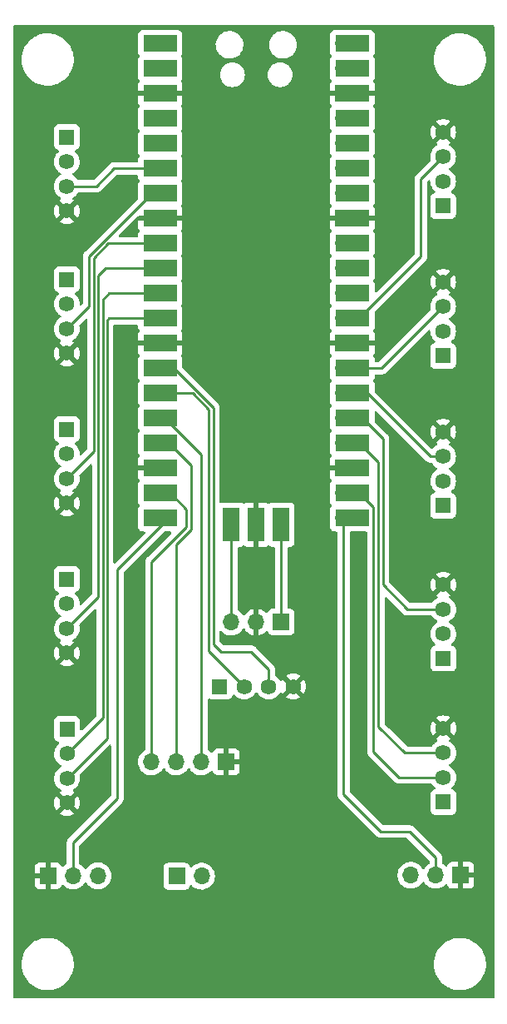
<source format=gbr>
G04 #@! TF.GenerationSoftware,KiCad,Pcbnew,(6.0.1)*
G04 #@! TF.CreationDate,2022-02-21T22:15:09-08:00*
G04 #@! TF.ProjectId,pico-pcb,7069636f-2d70-4636-922e-6b696361645f,rev?*
G04 #@! TF.SameCoordinates,Original*
G04 #@! TF.FileFunction,Copper,L1,Top*
G04 #@! TF.FilePolarity,Positive*
%FSLAX46Y46*%
G04 Gerber Fmt 4.6, Leading zero omitted, Abs format (unit mm)*
G04 Created by KiCad (PCBNEW (6.0.1)) date 2022-02-21 22:15:09*
%MOMM*%
%LPD*%
G01*
G04 APERTURE LIST*
G04 #@! TA.AperFunction,ComponentPad*
%ADD10R,1.590000X1.590000*%
G04 #@! TD*
G04 #@! TA.AperFunction,ComponentPad*
%ADD11C,1.590000*%
G04 #@! TD*
G04 #@! TA.AperFunction,ComponentPad*
%ADD12O,1.700000X1.700000*%
G04 #@! TD*
G04 #@! TA.AperFunction,SMDPad,CuDef*
%ADD13R,1.700000X3.500000*%
G04 #@! TD*
G04 #@! TA.AperFunction,ComponentPad*
%ADD14R,1.700000X1.700000*%
G04 #@! TD*
G04 #@! TA.AperFunction,SMDPad,CuDef*
%ADD15R,3.500000X1.700000*%
G04 #@! TD*
G04 #@! TA.AperFunction,Conductor*
%ADD16C,0.250000*%
G04 #@! TD*
G04 APERTURE END LIST*
D10*
X155956000Y-41910000D03*
D11*
X155956000Y-44410000D03*
X155956000Y-46910000D03*
X155956000Y-49410000D03*
D10*
X155956000Y-56388000D03*
D11*
X155956000Y-58888000D03*
X155956000Y-61388000D03*
X155956000Y-63888000D03*
D10*
X155956000Y-71628000D03*
D11*
X155956000Y-74128000D03*
X155956000Y-76628000D03*
X155956000Y-79128000D03*
D10*
X155956000Y-86868000D03*
D11*
X155956000Y-89368000D03*
X155956000Y-91868000D03*
X155956000Y-94368000D03*
D10*
X155973000Y-102108000D03*
D11*
X155973000Y-104608000D03*
X155973000Y-107108000D03*
X155973000Y-109608000D03*
D10*
X194293000Y-48895000D03*
D11*
X194293000Y-46395000D03*
X194293000Y-43895000D03*
X194293000Y-41395000D03*
D10*
X194293000Y-64135000D03*
D11*
X194293000Y-61635000D03*
X194293000Y-59135000D03*
X194293000Y-56635000D03*
D10*
X194293000Y-79375000D03*
D11*
X194293000Y-76875000D03*
X194293000Y-74375000D03*
X194293000Y-71875000D03*
D10*
X194310000Y-94922500D03*
D11*
X194310000Y-92422500D03*
X194310000Y-89922500D03*
X194310000Y-87422500D03*
D10*
X194310000Y-109527500D03*
D11*
X194310000Y-107027500D03*
X194310000Y-104527500D03*
X194310000Y-102027500D03*
X179023500Y-97773000D03*
X176523500Y-97773000D03*
X174023500Y-97773000D03*
D10*
X171523500Y-97773000D03*
D12*
X177800000Y-80415000D03*
D13*
X177800000Y-81315000D03*
D14*
X175260000Y-80415000D03*
D13*
X175260000Y-81315000D03*
X172720000Y-81315000D03*
D12*
X172720000Y-80415000D03*
X184150000Y-32385000D03*
D15*
X185050000Y-32385000D03*
D12*
X184150000Y-34925000D03*
D15*
X185050000Y-34925000D03*
D14*
X184150000Y-37465000D03*
D15*
X185050000Y-37465000D03*
X185050000Y-40005000D03*
D12*
X184150000Y-40005000D03*
D15*
X185050000Y-42545000D03*
D12*
X184150000Y-42545000D03*
D15*
X185050000Y-45085000D03*
D12*
X184150000Y-45085000D03*
D15*
X185050000Y-47625000D03*
D12*
X184150000Y-47625000D03*
D14*
X184150000Y-50165000D03*
D15*
X185050000Y-50165000D03*
D12*
X184150000Y-52705000D03*
D15*
X185050000Y-52705000D03*
X185050000Y-55245000D03*
D12*
X184150000Y-55245000D03*
D15*
X185050000Y-57785000D03*
D12*
X184150000Y-57785000D03*
D15*
X185050000Y-60325000D03*
D12*
X184150000Y-60325000D03*
D14*
X184150000Y-62865000D03*
D15*
X185050000Y-62865000D03*
D12*
X184150000Y-65405000D03*
D15*
X185050000Y-65405000D03*
X185050000Y-67945000D03*
D12*
X184150000Y-67945000D03*
D15*
X185050000Y-70485000D03*
D12*
X184150000Y-70485000D03*
X184150000Y-73025000D03*
D15*
X185050000Y-73025000D03*
D14*
X184150000Y-75565000D03*
D15*
X185050000Y-75565000D03*
D12*
X184150000Y-78105000D03*
D15*
X185050000Y-78105000D03*
D12*
X184150000Y-80645000D03*
D15*
X185050000Y-80645000D03*
X165470000Y-80645000D03*
D12*
X166370000Y-80645000D03*
X166370000Y-78105000D03*
D15*
X165470000Y-78105000D03*
X165470000Y-75565000D03*
D14*
X166370000Y-75565000D03*
D15*
X165470000Y-73025000D03*
D12*
X166370000Y-73025000D03*
X166370000Y-70485000D03*
D15*
X165470000Y-70485000D03*
X165470000Y-67945000D03*
D12*
X166370000Y-67945000D03*
X166370000Y-65405000D03*
D15*
X165470000Y-65405000D03*
X165470000Y-62865000D03*
D14*
X166370000Y-62865000D03*
D12*
X166370000Y-60325000D03*
D15*
X165470000Y-60325000D03*
X165470000Y-57785000D03*
D12*
X166370000Y-57785000D03*
D15*
X165470000Y-55245000D03*
D12*
X166370000Y-55245000D03*
X166370000Y-52705000D03*
D15*
X165470000Y-52705000D03*
D14*
X166370000Y-50165000D03*
D15*
X165470000Y-50165000D03*
D12*
X166370000Y-47625000D03*
D15*
X165470000Y-47625000D03*
D12*
X166370000Y-45085000D03*
D15*
X165470000Y-45085000D03*
D12*
X166370000Y-42545000D03*
D15*
X165470000Y-42545000D03*
D12*
X166370000Y-40005000D03*
D15*
X165470000Y-40005000D03*
X165470000Y-37465000D03*
D14*
X166370000Y-37465000D03*
D12*
X166370000Y-34925000D03*
D15*
X165470000Y-34925000D03*
D12*
X166370000Y-32385000D03*
D15*
X165470000Y-32385000D03*
D14*
X196088000Y-116967000D03*
D12*
X193548000Y-116967000D03*
X191008000Y-116967000D03*
D14*
X154051000Y-117030500D03*
D12*
X156591000Y-117030500D03*
X159131000Y-117030500D03*
D14*
X167152000Y-117069000D03*
D12*
X169692000Y-117069000D03*
D14*
X177800000Y-91211000D03*
D12*
X175260000Y-91211000D03*
X172720000Y-91211000D03*
D14*
X172202000Y-105435000D03*
D12*
X169662000Y-105435000D03*
X167122000Y-105435000D03*
X164582000Y-105435000D03*
D16*
X188023000Y-65405000D02*
X194293000Y-59135000D01*
X184150000Y-65405000D02*
X188023000Y-65405000D01*
X190650000Y-89922500D02*
X194310000Y-89922500D01*
X188155520Y-87428020D02*
X190650000Y-89922500D01*
X192993000Y-74375000D02*
X194293000Y-74375000D01*
X184150000Y-67945000D02*
X186563000Y-67945000D01*
X186563000Y-67945000D02*
X192993000Y-74375000D01*
X192030489Y-54053533D02*
X192030489Y-46157511D01*
X184150000Y-60325000D02*
X185759022Y-60325000D01*
X185759022Y-60325000D02*
X192030489Y-54053533D01*
X192030489Y-46157511D02*
X194293000Y-43895000D01*
X159158368Y-88665632D02*
X155956000Y-91868000D01*
X159158368Y-56007000D02*
X159158368Y-88665632D01*
X159920368Y-55245000D02*
X159158368Y-56007000D01*
X166370000Y-55245000D02*
X159920368Y-55245000D01*
X158708848Y-73875152D02*
X155956000Y-76628000D01*
X160191696Y-52705000D02*
X158708848Y-54187848D01*
X158708848Y-54187848D02*
X158708848Y-73875152D01*
X166370000Y-52705000D02*
X160191696Y-52705000D01*
X158242000Y-59102000D02*
X155956000Y-61388000D01*
X164635978Y-47625000D02*
X158242000Y-54018978D01*
X158242000Y-54018978D02*
X158242000Y-59102000D01*
X166370000Y-47625000D02*
X164635978Y-47625000D01*
X158957000Y-46910000D02*
X155956000Y-46910000D01*
X166370000Y-45085000D02*
X160782000Y-45085000D01*
X160782000Y-45085000D02*
X158957000Y-46910000D01*
X160242888Y-57785000D02*
X159607888Y-58420000D01*
X159607888Y-100973112D02*
X155973000Y-104608000D01*
X159607888Y-58420000D02*
X159607888Y-100973112D01*
X166370000Y-57785000D02*
X160242888Y-57785000D01*
X160057408Y-103023592D02*
X155973000Y-107108000D01*
X166370000Y-60325000D02*
X160274000Y-60325000D01*
X160274000Y-60325000D02*
X160057408Y-60541592D01*
X160057408Y-60541592D02*
X160057408Y-103023592D01*
X188155520Y-87428020D02*
X188155520Y-72585520D01*
X188155520Y-72585520D02*
X186055000Y-70485000D01*
X186055000Y-70485000D02*
X184150000Y-70485000D01*
X185759022Y-78105000D02*
X187198000Y-79543978D01*
X189831500Y-107027500D02*
X194310000Y-107027500D01*
X187198000Y-79543978D02*
X187198000Y-104394000D01*
X187198000Y-104394000D02*
X189831500Y-107027500D01*
X184150000Y-78105000D02*
X185759022Y-78105000D01*
X187706000Y-74971978D02*
X187706000Y-101854000D01*
X190379500Y-104527500D02*
X194310000Y-104527500D01*
X187706000Y-101854000D02*
X190379500Y-104527500D01*
X185759022Y-73025000D02*
X187706000Y-74971978D01*
X184150000Y-73025000D02*
X185759022Y-73025000D01*
X166370000Y-65405000D02*
X166878718Y-65405000D01*
X170883520Y-69409803D02*
X170883520Y-93472000D01*
X166878718Y-65405000D02*
X170883520Y-69409803D01*
X170883520Y-93472000D02*
X171645520Y-94234000D01*
X174752000Y-94234000D02*
X176523500Y-96005500D01*
X176523500Y-96005500D02*
X176523500Y-97773000D01*
X171645520Y-94234000D02*
X174752000Y-94234000D01*
X174023500Y-97773000D02*
X170434000Y-94183500D01*
X170434000Y-69596000D02*
X168783000Y-67945000D01*
X168783000Y-67945000D02*
X166370000Y-67945000D01*
X170434000Y-94183500D02*
X170434000Y-69596000D01*
X177800000Y-80415000D02*
X177800000Y-91211000D01*
X172720000Y-85598000D02*
X172720000Y-91211000D01*
X172720000Y-80415000D02*
X172720000Y-85598000D01*
X190881000Y-112522000D02*
X193548000Y-115189000D01*
X193548000Y-115189000D02*
X193548000Y-116967000D01*
X184150000Y-80645000D02*
X184150000Y-108712000D01*
X184150000Y-108712000D02*
X187960000Y-112522000D01*
X187960000Y-112522000D02*
X190881000Y-112522000D01*
X156591000Y-113665000D02*
X161104520Y-109151480D01*
X161104520Y-109151480D02*
X161104520Y-85910480D01*
X161104520Y-85910480D02*
X166370000Y-80645000D01*
X156591000Y-117030500D02*
X156591000Y-113665000D01*
X168148000Y-81534000D02*
X164582000Y-85100000D01*
X168148000Y-79756000D02*
X168148000Y-81534000D01*
X166497000Y-78105000D02*
X168148000Y-79756000D01*
X166370000Y-78105000D02*
X166497000Y-78105000D01*
X164582000Y-85100000D02*
X164582000Y-105435000D01*
X167122000Y-83322000D02*
X167122000Y-105435000D01*
X166370000Y-73025000D02*
X168597520Y-75252520D01*
X168597520Y-81846480D02*
X167122000Y-83322000D01*
X168597520Y-75252520D02*
X168597520Y-81846480D01*
X166370000Y-70485000D02*
X166370000Y-70866000D01*
X165167919Y-71120000D02*
X166370000Y-71120000D01*
X169662000Y-74158000D02*
X169662000Y-105435000D01*
X166370000Y-70866000D02*
X169662000Y-74158000D01*
X164824998Y-71120000D02*
X165167919Y-71120000D01*
X166370000Y-71120000D02*
X164760978Y-71120000D01*
G04 #@! TA.AperFunction,Conductor*
G36*
X199434121Y-30528002D02*
G01*
X199480614Y-30581658D01*
X199492000Y-30634000D01*
X199492000Y-129366000D01*
X199471998Y-129434121D01*
X199418342Y-129480614D01*
X199366000Y-129492000D01*
X150634000Y-129492000D01*
X150565879Y-129471998D01*
X150519386Y-129418342D01*
X150508000Y-129366000D01*
X150508000Y-126046485D01*
X151336854Y-126046485D01*
X151337156Y-126050320D01*
X151355108Y-126278417D01*
X151362370Y-126370695D01*
X151427206Y-126689378D01*
X151530398Y-126997784D01*
X151670405Y-127291316D01*
X151845141Y-127565597D01*
X151847584Y-127568560D01*
X151847585Y-127568562D01*
X151997308Y-127750190D01*
X152052001Y-127816538D01*
X152287902Y-128040399D01*
X152549326Y-128233843D01*
X152690851Y-128313914D01*
X152829019Y-128392086D01*
X152829023Y-128392088D01*
X152832376Y-128393985D01*
X153132832Y-128518438D01*
X153236288Y-128547129D01*
X153442500Y-128604317D01*
X153442508Y-128604319D01*
X153446216Y-128605347D01*
X153767856Y-128653416D01*
X153771154Y-128653560D01*
X153882918Y-128658440D01*
X153882922Y-128658440D01*
X153884294Y-128658500D01*
X154082598Y-128658500D01*
X154324605Y-128643698D01*
X154328388Y-128642997D01*
X154328395Y-128642996D01*
X154528459Y-128605916D01*
X154644372Y-128584433D01*
X154853682Y-128518438D01*
X154950860Y-128487798D01*
X154950863Y-128487797D01*
X154954532Y-128486640D01*
X154958029Y-128485046D01*
X154958035Y-128485044D01*
X155246954Y-128353376D01*
X155246958Y-128353374D01*
X155250462Y-128351777D01*
X155527751Y-128181854D01*
X155530755Y-128179464D01*
X155530760Y-128179461D01*
X155655007Y-128080630D01*
X155782264Y-127979405D01*
X155784958Y-127976664D01*
X155784962Y-127976660D01*
X156007513Y-127750190D01*
X156007517Y-127750185D01*
X156010208Y-127747447D01*
X156208185Y-127489439D01*
X156373242Y-127209227D01*
X156502920Y-126910988D01*
X156595285Y-126599169D01*
X156648961Y-126278417D01*
X156659087Y-126046485D01*
X193336854Y-126046485D01*
X193337156Y-126050320D01*
X193355108Y-126278417D01*
X193362370Y-126370695D01*
X193427206Y-126689378D01*
X193530398Y-126997784D01*
X193670405Y-127291316D01*
X193845141Y-127565597D01*
X193847584Y-127568560D01*
X193847585Y-127568562D01*
X193997308Y-127750190D01*
X194052001Y-127816538D01*
X194287902Y-128040399D01*
X194549326Y-128233843D01*
X194690851Y-128313914D01*
X194829019Y-128392086D01*
X194829023Y-128392088D01*
X194832376Y-128393985D01*
X195132832Y-128518438D01*
X195236288Y-128547129D01*
X195442500Y-128604317D01*
X195442508Y-128604319D01*
X195446216Y-128605347D01*
X195767856Y-128653416D01*
X195771154Y-128653560D01*
X195882918Y-128658440D01*
X195882922Y-128658440D01*
X195884294Y-128658500D01*
X196082598Y-128658500D01*
X196324605Y-128643698D01*
X196328388Y-128642997D01*
X196328395Y-128642996D01*
X196528459Y-128605916D01*
X196644372Y-128584433D01*
X196853682Y-128518438D01*
X196950860Y-128487798D01*
X196950863Y-128487797D01*
X196954532Y-128486640D01*
X196958029Y-128485046D01*
X196958035Y-128485044D01*
X197246954Y-128353376D01*
X197246958Y-128353374D01*
X197250462Y-128351777D01*
X197527751Y-128181854D01*
X197530755Y-128179464D01*
X197530760Y-128179461D01*
X197655007Y-128080630D01*
X197782264Y-127979405D01*
X197784958Y-127976664D01*
X197784962Y-127976660D01*
X198007513Y-127750190D01*
X198007517Y-127750185D01*
X198010208Y-127747447D01*
X198208185Y-127489439D01*
X198373242Y-127209227D01*
X198502920Y-126910988D01*
X198595285Y-126599169D01*
X198648961Y-126278417D01*
X198663146Y-125953515D01*
X198650388Y-125791410D01*
X198637932Y-125633140D01*
X198637932Y-125633137D01*
X198637630Y-125629305D01*
X198572794Y-125310622D01*
X198469602Y-125002216D01*
X198329595Y-124708684D01*
X198154859Y-124434403D01*
X198007470Y-124255606D01*
X197950442Y-124186425D01*
X197950438Y-124186420D01*
X197947999Y-124183462D01*
X197712098Y-123959601D01*
X197450674Y-123766157D01*
X197245781Y-123650234D01*
X197170981Y-123607914D01*
X197170977Y-123607912D01*
X197167624Y-123606015D01*
X196867168Y-123481562D01*
X196763712Y-123452871D01*
X196557500Y-123395683D01*
X196557492Y-123395681D01*
X196553784Y-123394653D01*
X196232144Y-123346584D01*
X196228846Y-123346440D01*
X196117082Y-123341560D01*
X196117078Y-123341560D01*
X196115706Y-123341500D01*
X195917402Y-123341500D01*
X195675395Y-123356302D01*
X195671612Y-123357003D01*
X195671605Y-123357004D01*
X195515511Y-123385935D01*
X195355628Y-123415567D01*
X195171058Y-123473762D01*
X195049140Y-123512202D01*
X195049137Y-123512203D01*
X195045468Y-123513360D01*
X195041971Y-123514954D01*
X195041965Y-123514956D01*
X194753046Y-123646624D01*
X194753042Y-123646626D01*
X194749538Y-123648223D01*
X194472249Y-123818146D01*
X194469245Y-123820536D01*
X194469240Y-123820539D01*
X194344993Y-123919370D01*
X194217736Y-124020595D01*
X194215042Y-124023336D01*
X194215038Y-124023340D01*
X193992487Y-124249810D01*
X193992483Y-124249815D01*
X193989792Y-124252553D01*
X193791815Y-124510561D01*
X193626758Y-124790773D01*
X193497080Y-125089012D01*
X193404715Y-125400831D01*
X193351039Y-125721583D01*
X193336854Y-126046485D01*
X156659087Y-126046485D01*
X156663146Y-125953515D01*
X156650388Y-125791410D01*
X156637932Y-125633140D01*
X156637932Y-125633137D01*
X156637630Y-125629305D01*
X156572794Y-125310622D01*
X156469602Y-125002216D01*
X156329595Y-124708684D01*
X156154859Y-124434403D01*
X156007470Y-124255606D01*
X155950442Y-124186425D01*
X155950438Y-124186420D01*
X155947999Y-124183462D01*
X155712098Y-123959601D01*
X155450674Y-123766157D01*
X155245781Y-123650234D01*
X155170981Y-123607914D01*
X155170977Y-123607912D01*
X155167624Y-123606015D01*
X154867168Y-123481562D01*
X154763712Y-123452871D01*
X154557500Y-123395683D01*
X154557492Y-123395681D01*
X154553784Y-123394653D01*
X154232144Y-123346584D01*
X154228846Y-123346440D01*
X154117082Y-123341560D01*
X154117078Y-123341560D01*
X154115706Y-123341500D01*
X153917402Y-123341500D01*
X153675395Y-123356302D01*
X153671612Y-123357003D01*
X153671605Y-123357004D01*
X153515511Y-123385935D01*
X153355628Y-123415567D01*
X153171058Y-123473762D01*
X153049140Y-123512202D01*
X153049137Y-123512203D01*
X153045468Y-123513360D01*
X153041971Y-123514954D01*
X153041965Y-123514956D01*
X152753046Y-123646624D01*
X152753042Y-123646626D01*
X152749538Y-123648223D01*
X152472249Y-123818146D01*
X152469245Y-123820536D01*
X152469240Y-123820539D01*
X152344993Y-123919370D01*
X152217736Y-124020595D01*
X152215042Y-124023336D01*
X152215038Y-124023340D01*
X151992487Y-124249810D01*
X151992483Y-124249815D01*
X151989792Y-124252553D01*
X151791815Y-124510561D01*
X151626758Y-124790773D01*
X151497080Y-125089012D01*
X151404715Y-125400831D01*
X151351039Y-125721583D01*
X151336854Y-126046485D01*
X150508000Y-126046485D01*
X150508000Y-117925169D01*
X152693001Y-117925169D01*
X152693371Y-117931990D01*
X152698895Y-117982852D01*
X152702521Y-117998104D01*
X152747676Y-118118554D01*
X152756214Y-118134149D01*
X152832715Y-118236224D01*
X152845276Y-118248785D01*
X152947351Y-118325286D01*
X152962946Y-118333824D01*
X153083394Y-118378978D01*
X153098649Y-118382605D01*
X153149514Y-118388131D01*
X153156328Y-118388500D01*
X153778885Y-118388500D01*
X153794124Y-118384025D01*
X153795329Y-118382635D01*
X153797000Y-118374952D01*
X153797000Y-118370384D01*
X154305000Y-118370384D01*
X154309475Y-118385623D01*
X154310865Y-118386828D01*
X154318548Y-118388499D01*
X154945669Y-118388499D01*
X154952490Y-118388129D01*
X155003352Y-118382605D01*
X155018604Y-118378979D01*
X155139054Y-118333824D01*
X155154649Y-118325286D01*
X155256724Y-118248785D01*
X155269285Y-118236224D01*
X155345786Y-118134149D01*
X155354324Y-118118554D01*
X155395225Y-118009452D01*
X155437867Y-117952688D01*
X155504428Y-117927988D01*
X155573777Y-117943196D01*
X155608444Y-117971184D01*
X155633865Y-118000531D01*
X155633869Y-118000535D01*
X155637250Y-118004438D01*
X155809126Y-118147132D01*
X156002000Y-118259838D01*
X156006825Y-118261680D01*
X156006826Y-118261681D01*
X156047105Y-118277062D01*
X156210692Y-118339530D01*
X156215760Y-118340561D01*
X156215763Y-118340562D01*
X156323017Y-118362383D01*
X156429597Y-118384067D01*
X156434772Y-118384257D01*
X156434774Y-118384257D01*
X156647673Y-118392064D01*
X156647677Y-118392064D01*
X156652837Y-118392253D01*
X156657957Y-118391597D01*
X156657959Y-118391597D01*
X156869288Y-118364525D01*
X156869289Y-118364525D01*
X156874416Y-118363868D01*
X156879366Y-118362383D01*
X157083429Y-118301161D01*
X157083434Y-118301159D01*
X157088384Y-118299674D01*
X157288994Y-118201396D01*
X157470860Y-118071673D01*
X157505941Y-118036715D01*
X157586800Y-117956137D01*
X157629096Y-117913989D01*
X157759453Y-117732577D01*
X157760776Y-117733528D01*
X157807645Y-117690357D01*
X157877580Y-117678125D01*
X157943026Y-117705644D01*
X157970875Y-117737494D01*
X158030987Y-117835588D01*
X158177250Y-118004438D01*
X158349126Y-118147132D01*
X158542000Y-118259838D01*
X158546825Y-118261680D01*
X158546826Y-118261681D01*
X158587105Y-118277062D01*
X158750692Y-118339530D01*
X158755760Y-118340561D01*
X158755763Y-118340562D01*
X158863017Y-118362383D01*
X158969597Y-118384067D01*
X158974772Y-118384257D01*
X158974774Y-118384257D01*
X159187673Y-118392064D01*
X159187677Y-118392064D01*
X159192837Y-118392253D01*
X159197957Y-118391597D01*
X159197959Y-118391597D01*
X159409288Y-118364525D01*
X159409289Y-118364525D01*
X159414416Y-118363868D01*
X159419366Y-118362383D01*
X159623429Y-118301161D01*
X159623434Y-118301159D01*
X159628384Y-118299674D01*
X159828994Y-118201396D01*
X160010860Y-118071673D01*
X160045941Y-118036715D01*
X160115765Y-117967134D01*
X165793500Y-117967134D01*
X165800255Y-118029316D01*
X165851385Y-118165705D01*
X165938739Y-118282261D01*
X166055295Y-118369615D01*
X166191684Y-118420745D01*
X166253866Y-118427500D01*
X168050134Y-118427500D01*
X168112316Y-118420745D01*
X168248705Y-118369615D01*
X168365261Y-118282261D01*
X168452615Y-118165705D01*
X168474799Y-118106529D01*
X168496598Y-118048382D01*
X168539240Y-117991618D01*
X168605802Y-117966918D01*
X168675150Y-117982126D01*
X168709817Y-118010114D01*
X168738250Y-118042938D01*
X168910126Y-118185632D01*
X169103000Y-118298338D01*
X169107825Y-118300180D01*
X169107826Y-118300181D01*
X169168442Y-118323328D01*
X169311692Y-118378030D01*
X169316760Y-118379061D01*
X169316763Y-118379062D01*
X169424017Y-118400883D01*
X169530597Y-118422567D01*
X169535772Y-118422757D01*
X169535774Y-118422757D01*
X169748673Y-118430564D01*
X169748677Y-118430564D01*
X169753837Y-118430753D01*
X169758957Y-118430097D01*
X169758959Y-118430097D01*
X169970288Y-118403025D01*
X169970289Y-118403025D01*
X169975416Y-118402368D01*
X170009761Y-118392064D01*
X170184429Y-118339661D01*
X170184434Y-118339659D01*
X170189384Y-118338174D01*
X170389994Y-118239896D01*
X170571860Y-118110173D01*
X170601811Y-118080327D01*
X170700355Y-117982126D01*
X170730096Y-117952489D01*
X170735511Y-117944954D01*
X170857435Y-117775277D01*
X170860453Y-117771077D01*
X170881774Y-117727938D01*
X170957136Y-117575453D01*
X170957137Y-117575451D01*
X170959430Y-117570811D01*
X171024370Y-117357069D01*
X171053529Y-117135590D01*
X171055156Y-117069000D01*
X171036852Y-116846361D01*
X170982431Y-116629702D01*
X170893354Y-116424840D01*
X170772014Y-116237277D01*
X170621670Y-116072051D01*
X170617619Y-116068852D01*
X170617615Y-116068848D01*
X170450414Y-115936800D01*
X170450410Y-115936798D01*
X170446359Y-115933598D01*
X170250789Y-115825638D01*
X170245920Y-115823914D01*
X170245916Y-115823912D01*
X170045087Y-115752795D01*
X170045083Y-115752794D01*
X170040212Y-115751069D01*
X170035119Y-115750162D01*
X170035116Y-115750161D01*
X169825373Y-115712800D01*
X169825367Y-115712799D01*
X169820284Y-115711894D01*
X169746452Y-115710992D01*
X169602081Y-115709228D01*
X169602079Y-115709228D01*
X169596911Y-115709165D01*
X169376091Y-115742955D01*
X169163756Y-115812357D01*
X168965607Y-115915507D01*
X168961474Y-115918610D01*
X168961471Y-115918612D01*
X168803300Y-116037370D01*
X168786965Y-116049635D01*
X168708834Y-116131395D01*
X168706283Y-116134064D01*
X168644759Y-116169494D01*
X168573846Y-116166037D01*
X168516060Y-116124791D01*
X168497207Y-116091243D01*
X168455767Y-115980703D01*
X168452615Y-115972295D01*
X168365261Y-115855739D01*
X168248705Y-115768385D01*
X168112316Y-115717255D01*
X168050134Y-115710500D01*
X166253866Y-115710500D01*
X166191684Y-115717255D01*
X166055295Y-115768385D01*
X165938739Y-115855739D01*
X165851385Y-115972295D01*
X165800255Y-116108684D01*
X165793500Y-116170866D01*
X165793500Y-117967134D01*
X160115765Y-117967134D01*
X160126800Y-117956137D01*
X160169096Y-117913989D01*
X160299453Y-117732577D01*
X160320320Y-117690357D01*
X160396136Y-117536953D01*
X160396137Y-117536951D01*
X160398430Y-117532311D01*
X160430900Y-117425440D01*
X160461865Y-117323523D01*
X160461865Y-117323521D01*
X160463370Y-117318569D01*
X160492529Y-117097090D01*
X160493133Y-117072365D01*
X160494074Y-117033865D01*
X160494074Y-117033861D01*
X160494156Y-117030500D01*
X160475852Y-116807861D01*
X160421431Y-116591202D01*
X160332354Y-116386340D01*
X160253244Y-116264054D01*
X160213822Y-116203117D01*
X160213820Y-116203114D01*
X160211014Y-116198777D01*
X160060670Y-116033551D01*
X160056619Y-116030352D01*
X160056615Y-116030348D01*
X159889414Y-115898300D01*
X159889410Y-115898298D01*
X159885359Y-115895098D01*
X159880831Y-115892598D01*
X159765805Y-115829101D01*
X159689789Y-115787138D01*
X159684920Y-115785414D01*
X159684916Y-115785412D01*
X159484087Y-115714295D01*
X159484083Y-115714294D01*
X159479212Y-115712569D01*
X159474119Y-115711662D01*
X159474116Y-115711661D01*
X159264373Y-115674300D01*
X159264367Y-115674299D01*
X159259284Y-115673394D01*
X159185452Y-115672492D01*
X159041081Y-115670728D01*
X159041079Y-115670728D01*
X159035911Y-115670665D01*
X158815091Y-115704455D01*
X158602756Y-115773857D01*
X158572443Y-115789637D01*
X158428975Y-115864322D01*
X158404607Y-115877007D01*
X158400474Y-115880110D01*
X158400471Y-115880112D01*
X158230100Y-116008030D01*
X158225965Y-116011135D01*
X158222393Y-116014873D01*
X158076569Y-116167469D01*
X158071629Y-116172638D01*
X157964201Y-116330121D01*
X157909293Y-116375121D01*
X157838768Y-116383292D01*
X157775021Y-116352038D01*
X157754324Y-116327554D01*
X157673822Y-116203117D01*
X157673820Y-116203114D01*
X157671014Y-116198777D01*
X157520670Y-116033551D01*
X157516619Y-116030352D01*
X157516615Y-116030348D01*
X157349414Y-115898300D01*
X157349410Y-115898298D01*
X157345359Y-115895098D01*
X157340835Y-115892601D01*
X157340831Y-115892598D01*
X157289608Y-115864322D01*
X157239636Y-115813890D01*
X157224500Y-115754013D01*
X157224500Y-113979594D01*
X157244502Y-113911473D01*
X157261405Y-113890499D01*
X161496767Y-109655137D01*
X161505057Y-109647593D01*
X161511538Y-109643480D01*
X161558179Y-109593812D01*
X161560933Y-109590971D01*
X161580654Y-109571250D01*
X161583132Y-109568055D01*
X161590838Y-109559033D01*
X161615678Y-109532581D01*
X161621106Y-109526801D01*
X161630866Y-109509048D01*
X161641719Y-109492525D01*
X161649273Y-109482786D01*
X161654133Y-109476521D01*
X161671696Y-109435937D01*
X161676903Y-109425307D01*
X161698215Y-109386540D01*
X161700186Y-109378863D01*
X161700188Y-109378858D01*
X161703252Y-109366922D01*
X161709658Y-109348210D01*
X161714553Y-109336899D01*
X161717701Y-109329625D01*
X161718941Y-109321797D01*
X161718943Y-109321790D01*
X161724619Y-109285956D01*
X161727025Y-109274336D01*
X161736048Y-109239191D01*
X161736048Y-109239190D01*
X161738020Y-109231510D01*
X161738020Y-109211256D01*
X161739571Y-109191545D01*
X161741500Y-109179366D01*
X161742740Y-109171537D01*
X161738579Y-109127518D01*
X161738020Y-109115661D01*
X161738020Y-86225074D01*
X161758022Y-86156953D01*
X161774925Y-86135979D01*
X165870499Y-82040405D01*
X165932811Y-82006379D01*
X165959594Y-82003500D01*
X166340826Y-82003500D01*
X166345443Y-82003585D01*
X166426673Y-82006564D01*
X166426677Y-82006564D01*
X166431837Y-82006753D01*
X166436957Y-82006097D01*
X166436959Y-82006097D01*
X166449261Y-82004521D01*
X166465271Y-82003500D01*
X166478406Y-82003500D01*
X166546527Y-82023502D01*
X166593020Y-82077158D01*
X166603124Y-82147432D01*
X166573630Y-82212012D01*
X166567502Y-82218594D01*
X165368885Y-83417210D01*
X164189747Y-84596348D01*
X164181461Y-84603888D01*
X164174982Y-84608000D01*
X164169557Y-84613777D01*
X164128357Y-84657651D01*
X164125602Y-84660493D01*
X164105865Y-84680230D01*
X164103385Y-84683427D01*
X164095682Y-84692447D01*
X164065414Y-84724679D01*
X164061595Y-84731625D01*
X164061593Y-84731628D01*
X164055652Y-84742434D01*
X164044801Y-84758953D01*
X164032386Y-84774959D01*
X164029241Y-84782228D01*
X164029238Y-84782232D01*
X164014826Y-84815537D01*
X164009609Y-84826187D01*
X163988305Y-84864940D01*
X163986334Y-84872615D01*
X163986334Y-84872616D01*
X163983267Y-84884562D01*
X163976863Y-84903266D01*
X163968819Y-84921855D01*
X163967580Y-84929678D01*
X163967577Y-84929688D01*
X163961901Y-84965524D01*
X163959495Y-84977144D01*
X163948500Y-85019970D01*
X163948500Y-85040224D01*
X163946949Y-85059934D01*
X163943780Y-85079943D01*
X163944526Y-85087835D01*
X163947941Y-85123961D01*
X163948500Y-85135819D01*
X163948500Y-104156692D01*
X163928498Y-104224813D01*
X163880683Y-104268453D01*
X163855607Y-104281507D01*
X163851474Y-104284610D01*
X163851471Y-104284612D01*
X163681100Y-104412530D01*
X163676965Y-104415635D01*
X163522629Y-104577138D01*
X163519720Y-104581403D01*
X163519714Y-104581411D01*
X163456852Y-104673563D01*
X163396743Y-104761680D01*
X163383146Y-104790973D01*
X163316515Y-104934518D01*
X163302688Y-104964305D01*
X163242989Y-105179570D01*
X163219251Y-105401695D01*
X163219548Y-105406848D01*
X163219548Y-105406851D01*
X163231057Y-105606456D01*
X163232110Y-105624715D01*
X163233247Y-105629761D01*
X163233248Y-105629767D01*
X163247606Y-105693475D01*
X163281222Y-105842639D01*
X163301264Y-105891996D01*
X163356913Y-106029044D01*
X163365266Y-106049616D01*
X163416942Y-106133944D01*
X163479291Y-106235688D01*
X163481987Y-106240088D01*
X163628250Y-106408938D01*
X163800126Y-106551632D01*
X163993000Y-106664338D01*
X164201692Y-106744030D01*
X164206760Y-106745061D01*
X164206763Y-106745062D01*
X164314017Y-106766883D01*
X164420597Y-106788567D01*
X164425772Y-106788757D01*
X164425774Y-106788757D01*
X164638673Y-106796564D01*
X164638677Y-106796564D01*
X164643837Y-106796753D01*
X164648957Y-106796097D01*
X164648959Y-106796097D01*
X164860288Y-106769025D01*
X164860289Y-106769025D01*
X164865416Y-106768368D01*
X164870366Y-106766883D01*
X165074429Y-106705661D01*
X165074434Y-106705659D01*
X165079384Y-106704174D01*
X165279994Y-106605896D01*
X165461860Y-106476173D01*
X165484351Y-106453761D01*
X165602036Y-106336486D01*
X165620096Y-106318489D01*
X165679594Y-106235689D01*
X165750453Y-106137077D01*
X165751776Y-106138028D01*
X165798645Y-106094857D01*
X165868580Y-106082625D01*
X165934026Y-106110144D01*
X165961875Y-106141994D01*
X166021987Y-106240088D01*
X166168250Y-106408938D01*
X166340126Y-106551632D01*
X166533000Y-106664338D01*
X166741692Y-106744030D01*
X166746760Y-106745061D01*
X166746763Y-106745062D01*
X166854017Y-106766883D01*
X166960597Y-106788567D01*
X166965772Y-106788757D01*
X166965774Y-106788757D01*
X167178673Y-106796564D01*
X167178677Y-106796564D01*
X167183837Y-106796753D01*
X167188957Y-106796097D01*
X167188959Y-106796097D01*
X167400288Y-106769025D01*
X167400289Y-106769025D01*
X167405416Y-106768368D01*
X167410366Y-106766883D01*
X167614429Y-106705661D01*
X167614434Y-106705659D01*
X167619384Y-106704174D01*
X167819994Y-106605896D01*
X168001860Y-106476173D01*
X168024351Y-106453761D01*
X168142036Y-106336486D01*
X168160096Y-106318489D01*
X168219594Y-106235689D01*
X168290453Y-106137077D01*
X168291776Y-106138028D01*
X168338645Y-106094857D01*
X168408580Y-106082625D01*
X168474026Y-106110144D01*
X168501875Y-106141994D01*
X168561987Y-106240088D01*
X168708250Y-106408938D01*
X168880126Y-106551632D01*
X169073000Y-106664338D01*
X169281692Y-106744030D01*
X169286760Y-106745061D01*
X169286763Y-106745062D01*
X169394017Y-106766883D01*
X169500597Y-106788567D01*
X169505772Y-106788757D01*
X169505774Y-106788757D01*
X169718673Y-106796564D01*
X169718677Y-106796564D01*
X169723837Y-106796753D01*
X169728957Y-106796097D01*
X169728959Y-106796097D01*
X169940288Y-106769025D01*
X169940289Y-106769025D01*
X169945416Y-106768368D01*
X169950366Y-106766883D01*
X170154429Y-106705661D01*
X170154434Y-106705659D01*
X170159384Y-106704174D01*
X170359994Y-106605896D01*
X170541860Y-106476173D01*
X170564351Y-106453761D01*
X170650479Y-106367933D01*
X170712851Y-106334017D01*
X170783658Y-106339205D01*
X170840419Y-106381851D01*
X170857401Y-106412954D01*
X170898676Y-106523054D01*
X170907214Y-106538649D01*
X170983715Y-106640724D01*
X170996276Y-106653285D01*
X171098351Y-106729786D01*
X171113946Y-106738324D01*
X171234394Y-106783478D01*
X171249649Y-106787105D01*
X171300514Y-106792631D01*
X171307328Y-106793000D01*
X171929885Y-106793000D01*
X171945124Y-106788525D01*
X171946329Y-106787135D01*
X171948000Y-106779452D01*
X171948000Y-106774884D01*
X172456000Y-106774884D01*
X172460475Y-106790123D01*
X172461865Y-106791328D01*
X172469548Y-106792999D01*
X173096669Y-106792999D01*
X173103490Y-106792629D01*
X173154352Y-106787105D01*
X173169604Y-106783479D01*
X173290054Y-106738324D01*
X173305649Y-106729786D01*
X173407724Y-106653285D01*
X173420285Y-106640724D01*
X173496786Y-106538649D01*
X173505324Y-106523054D01*
X173550478Y-106402606D01*
X173554105Y-106387351D01*
X173559631Y-106336486D01*
X173560000Y-106329672D01*
X173560000Y-105707115D01*
X173555525Y-105691876D01*
X173554135Y-105690671D01*
X173546452Y-105689000D01*
X172474115Y-105689000D01*
X172458876Y-105693475D01*
X172457671Y-105694865D01*
X172456000Y-105702548D01*
X172456000Y-106774884D01*
X171948000Y-106774884D01*
X171948000Y-105162885D01*
X172456000Y-105162885D01*
X172460475Y-105178124D01*
X172461865Y-105179329D01*
X172469548Y-105181000D01*
X173541884Y-105181000D01*
X173557123Y-105176525D01*
X173558328Y-105175135D01*
X173559999Y-105167452D01*
X173559999Y-104540331D01*
X173559629Y-104533510D01*
X173554105Y-104482648D01*
X173550479Y-104467396D01*
X173505324Y-104346946D01*
X173496786Y-104331351D01*
X173420285Y-104229276D01*
X173407724Y-104216715D01*
X173305649Y-104140214D01*
X173290054Y-104131676D01*
X173169606Y-104086522D01*
X173154351Y-104082895D01*
X173103486Y-104077369D01*
X173096672Y-104077000D01*
X172474115Y-104077000D01*
X172458876Y-104081475D01*
X172457671Y-104082865D01*
X172456000Y-104090548D01*
X172456000Y-105162885D01*
X171948000Y-105162885D01*
X171948000Y-104095116D01*
X171943525Y-104079877D01*
X171942135Y-104078672D01*
X171934452Y-104077001D01*
X171307331Y-104077001D01*
X171300510Y-104077371D01*
X171249648Y-104082895D01*
X171234396Y-104086521D01*
X171113946Y-104131676D01*
X171098351Y-104140214D01*
X170996276Y-104216715D01*
X170983715Y-104229276D01*
X170907214Y-104331351D01*
X170898676Y-104346946D01*
X170857297Y-104457322D01*
X170814655Y-104514087D01*
X170748093Y-104538786D01*
X170678744Y-104523578D01*
X170646121Y-104497891D01*
X170595151Y-104441876D01*
X170595145Y-104441870D01*
X170591670Y-104438051D01*
X170587619Y-104434852D01*
X170587615Y-104434848D01*
X170420414Y-104302800D01*
X170420410Y-104302798D01*
X170416359Y-104299598D01*
X170411835Y-104297101D01*
X170411831Y-104297098D01*
X170360608Y-104268822D01*
X170310636Y-104218390D01*
X170295500Y-104158513D01*
X170295500Y-99127801D01*
X170315502Y-99059680D01*
X170369158Y-99013187D01*
X170439432Y-99003083D01*
X170478419Y-99016085D01*
X170481795Y-99018615D01*
X170618184Y-99069745D01*
X170680366Y-99076500D01*
X172366634Y-99076500D01*
X172428816Y-99069745D01*
X172565205Y-99018615D01*
X172681761Y-98931261D01*
X172769115Y-98814705D01*
X172820245Y-98678316D01*
X172820623Y-98678458D01*
X172853397Y-98621088D01*
X172916352Y-98588267D01*
X172987058Y-98594693D01*
X173029858Y-98622785D01*
X173182426Y-98775353D01*
X173186934Y-98778510D01*
X173186937Y-98778512D01*
X173226618Y-98806297D01*
X173369260Y-98906176D01*
X173374242Y-98908499D01*
X173374247Y-98908502D01*
X173570992Y-99000245D01*
X173575974Y-99002568D01*
X173581282Y-99003990D01*
X173581284Y-99003991D01*
X173790970Y-99060176D01*
X173790972Y-99060176D01*
X173796285Y-99061600D01*
X174023500Y-99081479D01*
X174250715Y-99061600D01*
X174256028Y-99060176D01*
X174256030Y-99060176D01*
X174465716Y-99003991D01*
X174465718Y-99003990D01*
X174471026Y-99002568D01*
X174476008Y-99000245D01*
X174672753Y-98908502D01*
X174672758Y-98908499D01*
X174677740Y-98906176D01*
X174820382Y-98806297D01*
X174860063Y-98778512D01*
X174860066Y-98778510D01*
X174864574Y-98775353D01*
X175025853Y-98614074D01*
X175043924Y-98588267D01*
X175153519Y-98431748D01*
X175153520Y-98431746D01*
X175156676Y-98427239D01*
X175159001Y-98422254D01*
X175159004Y-98422248D01*
X175159305Y-98421602D01*
X175159513Y-98421365D01*
X175161752Y-98417488D01*
X175162531Y-98417938D01*
X175206222Y-98368316D01*
X175274499Y-98348855D01*
X175342459Y-98369396D01*
X175384503Y-98417918D01*
X175385248Y-98417488D01*
X175387480Y-98421354D01*
X175387695Y-98421602D01*
X175387996Y-98422248D01*
X175387999Y-98422254D01*
X175390324Y-98427239D01*
X175393480Y-98431746D01*
X175393481Y-98431748D01*
X175503077Y-98588267D01*
X175521147Y-98614074D01*
X175682426Y-98775353D01*
X175686934Y-98778510D01*
X175686937Y-98778512D01*
X175726618Y-98806297D01*
X175869260Y-98906176D01*
X175874242Y-98908499D01*
X175874247Y-98908502D01*
X176070992Y-99000245D01*
X176075974Y-99002568D01*
X176081282Y-99003990D01*
X176081284Y-99003991D01*
X176290970Y-99060176D01*
X176290972Y-99060176D01*
X176296285Y-99061600D01*
X176523500Y-99081479D01*
X176750715Y-99061600D01*
X176756028Y-99060176D01*
X176756030Y-99060176D01*
X176965716Y-99003991D01*
X176965718Y-99003990D01*
X176971026Y-99002568D01*
X176976008Y-99000245D01*
X177172753Y-98908502D01*
X177172758Y-98908499D01*
X177177740Y-98906176D01*
X177250153Y-98855472D01*
X178305582Y-98855472D01*
X178314878Y-98867487D01*
X178365006Y-98902587D01*
X178374496Y-98908065D01*
X178571161Y-98999771D01*
X178581457Y-99003519D01*
X178791061Y-99059683D01*
X178801850Y-99061585D01*
X179018025Y-99080498D01*
X179028975Y-99080498D01*
X179245150Y-99061585D01*
X179255939Y-99059683D01*
X179465543Y-99003519D01*
X179475839Y-98999771D01*
X179672504Y-98908065D01*
X179681994Y-98902587D01*
X179732960Y-98866900D01*
X179741334Y-98856424D01*
X179734268Y-98842979D01*
X179036311Y-98145021D01*
X179022368Y-98137408D01*
X179020534Y-98137539D01*
X179013920Y-98141790D01*
X178312009Y-98843702D01*
X178305582Y-98855472D01*
X177250153Y-98855472D01*
X177320382Y-98806297D01*
X177360063Y-98778512D01*
X177360066Y-98778510D01*
X177364574Y-98775353D01*
X177525853Y-98614074D01*
X177543924Y-98588267D01*
X177653519Y-98431748D01*
X177653520Y-98431746D01*
X177656676Y-98427239D01*
X177659002Y-98422251D01*
X177659006Y-98422244D01*
X177659581Y-98421011D01*
X177659979Y-98420559D01*
X177661752Y-98417488D01*
X177662369Y-98417844D01*
X177706497Y-98367725D01*
X177774774Y-98348263D01*
X177842734Y-98368804D01*
X177885029Y-98417615D01*
X177885683Y-98417237D01*
X177887643Y-98420631D01*
X177887971Y-98421010D01*
X177888431Y-98421997D01*
X177893916Y-98431496D01*
X177929600Y-98482458D01*
X177940077Y-98490833D01*
X177953523Y-98483766D01*
X178651479Y-97785811D01*
X178657856Y-97774132D01*
X179387908Y-97774132D01*
X179388039Y-97775966D01*
X179392290Y-97782580D01*
X180094201Y-98484490D01*
X180105971Y-98490917D01*
X180117985Y-98481623D01*
X180153084Y-98431496D01*
X180158567Y-98422001D01*
X180250271Y-98225339D01*
X180254019Y-98215043D01*
X180310183Y-98005439D01*
X180312085Y-97994650D01*
X180330998Y-97778475D01*
X180330998Y-97767525D01*
X180312085Y-97551350D01*
X180310183Y-97540561D01*
X180254019Y-97330957D01*
X180250271Y-97320661D01*
X180158567Y-97123999D01*
X180153084Y-97114504D01*
X180117400Y-97063542D01*
X180106923Y-97055167D01*
X180093477Y-97062234D01*
X179395521Y-97760189D01*
X179387908Y-97774132D01*
X178657856Y-97774132D01*
X178659092Y-97771868D01*
X178658961Y-97770034D01*
X178654710Y-97763420D01*
X177952799Y-97061510D01*
X177941029Y-97055083D01*
X177929015Y-97064377D01*
X177893916Y-97114504D01*
X177888431Y-97124003D01*
X177887971Y-97124990D01*
X177887653Y-97125352D01*
X177885683Y-97128763D01*
X177884997Y-97128367D01*
X177841054Y-97178276D01*
X177772777Y-97197737D01*
X177704817Y-97177196D01*
X177662340Y-97128173D01*
X177661752Y-97128512D01*
X177659991Y-97125463D01*
X177659581Y-97124989D01*
X177659006Y-97123756D01*
X177659002Y-97123749D01*
X177656676Y-97118761D01*
X177618596Y-97064377D01*
X177529012Y-96936437D01*
X177529010Y-96936434D01*
X177525853Y-96931926D01*
X177364574Y-96770647D01*
X177360066Y-96767490D01*
X177360063Y-96767488D01*
X177248795Y-96689577D01*
X178305667Y-96689577D01*
X178312734Y-96703023D01*
X179010689Y-97400979D01*
X179024632Y-97408592D01*
X179026466Y-97408461D01*
X179033080Y-97404210D01*
X179734991Y-96702298D01*
X179741418Y-96690528D01*
X179732122Y-96678513D01*
X179681994Y-96643413D01*
X179672504Y-96637935D01*
X179475839Y-96546229D01*
X179465543Y-96542481D01*
X179255939Y-96486317D01*
X179245150Y-96484415D01*
X179028975Y-96465502D01*
X179018025Y-96465502D01*
X178801850Y-96484415D01*
X178791061Y-96486317D01*
X178581457Y-96542481D01*
X178571161Y-96546229D01*
X178374499Y-96637933D01*
X178365004Y-96643416D01*
X178314042Y-96679100D01*
X178305667Y-96689577D01*
X177248795Y-96689577D01*
X177210729Y-96662923D01*
X177166401Y-96607466D01*
X177157000Y-96559710D01*
X177157000Y-96084263D01*
X177157527Y-96073079D01*
X177159201Y-96065591D01*
X177157062Y-95997532D01*
X177157000Y-95993575D01*
X177157000Y-95965644D01*
X177156494Y-95961638D01*
X177155561Y-95949792D01*
X177154422Y-95913537D01*
X177154173Y-95905610D01*
X177148522Y-95886158D01*
X177144514Y-95866806D01*
X177142967Y-95854563D01*
X177141974Y-95846703D01*
X177137426Y-95835215D01*
X177125700Y-95805597D01*
X177121855Y-95794370D01*
X177112513Y-95762217D01*
X177109518Y-95751907D01*
X177105484Y-95745085D01*
X177105481Y-95745079D01*
X177099206Y-95734468D01*
X177090510Y-95716718D01*
X177085972Y-95705256D01*
X177085969Y-95705251D01*
X177083052Y-95697883D01*
X177057073Y-95662125D01*
X177050557Y-95652207D01*
X177032075Y-95620957D01*
X177028042Y-95614137D01*
X177013718Y-95599813D01*
X177000876Y-95584778D01*
X176988972Y-95568393D01*
X176954906Y-95540211D01*
X176946127Y-95532222D01*
X175255652Y-93841747D01*
X175248112Y-93833461D01*
X175244000Y-93826982D01*
X175194348Y-93780356D01*
X175191507Y-93777602D01*
X175171770Y-93757865D01*
X175168573Y-93755385D01*
X175159551Y-93747680D01*
X175133100Y-93722841D01*
X175127321Y-93717414D01*
X175120375Y-93713595D01*
X175120372Y-93713593D01*
X175109566Y-93707652D01*
X175093047Y-93696801D01*
X175092583Y-93696441D01*
X175077041Y-93684386D01*
X175069772Y-93681241D01*
X175069768Y-93681238D01*
X175036463Y-93666826D01*
X175025813Y-93661609D01*
X174987060Y-93640305D01*
X174967437Y-93635267D01*
X174948734Y-93628863D01*
X174937420Y-93623967D01*
X174937419Y-93623967D01*
X174930145Y-93620819D01*
X174922322Y-93619580D01*
X174922312Y-93619577D01*
X174886476Y-93613901D01*
X174874856Y-93611495D01*
X174839711Y-93602472D01*
X174839710Y-93602472D01*
X174832030Y-93600500D01*
X174811776Y-93600500D01*
X174792065Y-93598949D01*
X174779886Y-93597020D01*
X174772057Y-93595780D01*
X174764165Y-93596526D01*
X174728039Y-93599941D01*
X174716181Y-93600500D01*
X171960115Y-93600500D01*
X171891994Y-93580498D01*
X171871019Y-93563595D01*
X171553924Y-93246499D01*
X171519899Y-93184187D01*
X171517020Y-93157404D01*
X171517020Y-92235120D01*
X171537022Y-92166999D01*
X171590678Y-92120506D01*
X171660952Y-92110402D01*
X171725532Y-92139896D01*
X171738258Y-92152623D01*
X171762866Y-92181032D01*
X171762869Y-92181035D01*
X171766250Y-92184938D01*
X171938126Y-92327632D01*
X172131000Y-92440338D01*
X172339692Y-92520030D01*
X172344760Y-92521061D01*
X172344763Y-92521062D01*
X172439862Y-92540410D01*
X172558597Y-92564567D01*
X172563772Y-92564757D01*
X172563774Y-92564757D01*
X172776673Y-92572564D01*
X172776677Y-92572564D01*
X172781837Y-92572753D01*
X172786957Y-92572097D01*
X172786959Y-92572097D01*
X172998288Y-92545025D01*
X172998289Y-92545025D01*
X173003416Y-92544368D01*
X173008366Y-92542883D01*
X173212429Y-92481661D01*
X173212434Y-92481659D01*
X173217384Y-92480174D01*
X173417994Y-92381896D01*
X173599860Y-92252173D01*
X173758096Y-92094489D01*
X173888453Y-91913077D01*
X173889640Y-91913930D01*
X173936960Y-91870362D01*
X174006897Y-91858145D01*
X174072338Y-91885678D01*
X174100166Y-91917511D01*
X174157694Y-92011388D01*
X174163777Y-92019699D01*
X174303213Y-92180667D01*
X174310580Y-92187883D01*
X174474434Y-92323916D01*
X174482881Y-92329831D01*
X174666756Y-92437279D01*
X174676042Y-92441729D01*
X174875001Y-92517703D01*
X174884899Y-92520579D01*
X174988250Y-92541606D01*
X175002299Y-92540410D01*
X175006000Y-92530065D01*
X175006000Y-92529517D01*
X175514000Y-92529517D01*
X175518064Y-92543359D01*
X175531478Y-92545393D01*
X175538184Y-92544534D01*
X175548262Y-92542392D01*
X175752255Y-92481191D01*
X175761842Y-92477433D01*
X175953095Y-92383739D01*
X175961945Y-92378464D01*
X176135328Y-92254792D01*
X176143193Y-92248145D01*
X176247897Y-92143805D01*
X176310268Y-92109889D01*
X176381075Y-92115077D01*
X176437837Y-92157723D01*
X176454819Y-92188826D01*
X176459295Y-92200765D01*
X176499385Y-92307705D01*
X176586739Y-92424261D01*
X176703295Y-92511615D01*
X176839684Y-92562745D01*
X176901866Y-92569500D01*
X178698134Y-92569500D01*
X178760316Y-92562745D01*
X178896705Y-92511615D01*
X179013261Y-92424261D01*
X179100615Y-92307705D01*
X179151745Y-92171316D01*
X179158500Y-92109134D01*
X179158500Y-90312866D01*
X179151745Y-90250684D01*
X179100615Y-90114295D01*
X179013261Y-89997739D01*
X178896705Y-89910385D01*
X178760316Y-89859255D01*
X178698134Y-89852500D01*
X178559500Y-89852500D01*
X178491379Y-89832498D01*
X178444886Y-89778842D01*
X178433500Y-89726500D01*
X178433500Y-83699500D01*
X178453502Y-83631379D01*
X178507158Y-83584886D01*
X178559500Y-83573500D01*
X178698134Y-83573500D01*
X178760316Y-83566745D01*
X178896705Y-83515615D01*
X179013261Y-83428261D01*
X179100615Y-83311705D01*
X179151745Y-83175316D01*
X179158500Y-83113134D01*
X179158500Y-80611695D01*
X182787251Y-80611695D01*
X182787548Y-80616848D01*
X182787548Y-80616851D01*
X182791291Y-80681763D01*
X182791500Y-80689016D01*
X182791500Y-81543134D01*
X182798255Y-81605316D01*
X182849385Y-81741705D01*
X182936739Y-81858261D01*
X183053295Y-81945615D01*
X183189684Y-81996745D01*
X183251866Y-82003500D01*
X183390500Y-82003500D01*
X183458621Y-82023502D01*
X183505114Y-82077158D01*
X183516500Y-82129500D01*
X183516500Y-108633233D01*
X183515973Y-108644416D01*
X183514298Y-108651909D01*
X183514547Y-108659835D01*
X183514547Y-108659836D01*
X183516438Y-108719986D01*
X183516500Y-108723945D01*
X183516500Y-108751856D01*
X183516997Y-108755790D01*
X183516997Y-108755791D01*
X183517005Y-108755856D01*
X183517938Y-108767693D01*
X183519327Y-108811889D01*
X183524978Y-108831339D01*
X183528987Y-108850700D01*
X183531526Y-108870797D01*
X183534445Y-108878168D01*
X183534445Y-108878170D01*
X183547804Y-108911912D01*
X183551649Y-108923142D01*
X183559308Y-108949504D01*
X183563982Y-108965593D01*
X183568015Y-108972412D01*
X183568017Y-108972417D01*
X183574293Y-108983028D01*
X183582988Y-109000776D01*
X183590448Y-109019617D01*
X183595110Y-109026033D01*
X183595110Y-109026034D01*
X183616436Y-109055387D01*
X183622952Y-109065307D01*
X183645458Y-109103362D01*
X183659779Y-109117683D01*
X183672619Y-109132716D01*
X183684528Y-109149107D01*
X183704896Y-109165957D01*
X183718605Y-109177298D01*
X183727384Y-109185288D01*
X187456343Y-112914247D01*
X187463887Y-112922537D01*
X187468000Y-112929018D01*
X187473777Y-112934443D01*
X187517667Y-112975658D01*
X187520509Y-112978413D01*
X187540231Y-112998135D01*
X187543355Y-113000558D01*
X187543359Y-113000562D01*
X187543424Y-113000612D01*
X187552445Y-113008317D01*
X187584679Y-113038586D01*
X187591627Y-113042405D01*
X187591629Y-113042407D01*
X187602432Y-113048346D01*
X187618959Y-113059202D01*
X187628698Y-113066757D01*
X187628700Y-113066758D01*
X187634960Y-113071614D01*
X187675540Y-113089174D01*
X187686188Y-113094391D01*
X187724940Y-113115695D01*
X187732616Y-113117666D01*
X187732619Y-113117667D01*
X187744562Y-113120733D01*
X187763267Y-113127137D01*
X187781855Y-113135181D01*
X187789678Y-113136420D01*
X187789688Y-113136423D01*
X187825524Y-113142099D01*
X187837144Y-113144505D01*
X187872289Y-113153528D01*
X187879970Y-113155500D01*
X187900224Y-113155500D01*
X187919934Y-113157051D01*
X187939943Y-113160220D01*
X187947835Y-113159474D01*
X187983961Y-113156059D01*
X187995819Y-113155500D01*
X190566406Y-113155500D01*
X190634527Y-113175502D01*
X190655501Y-113192405D01*
X192877595Y-115414499D01*
X192911621Y-115476811D01*
X192914500Y-115503594D01*
X192914500Y-115688692D01*
X192894498Y-115756813D01*
X192846683Y-115800453D01*
X192821607Y-115813507D01*
X192817474Y-115816610D01*
X192817471Y-115816612D01*
X192649876Y-115942446D01*
X192642965Y-115947635D01*
X192603128Y-115989322D01*
X192496134Y-116101285D01*
X192488629Y-116109138D01*
X192381201Y-116266621D01*
X192326293Y-116311621D01*
X192255768Y-116319792D01*
X192192021Y-116288538D01*
X192171324Y-116264054D01*
X192090822Y-116139617D01*
X192090820Y-116139614D01*
X192088014Y-116135277D01*
X191937670Y-115970051D01*
X191933619Y-115966852D01*
X191933615Y-115966848D01*
X191766414Y-115834800D01*
X191766410Y-115834798D01*
X191762359Y-115831598D01*
X191757831Y-115829098D01*
X191686346Y-115789637D01*
X191566789Y-115723638D01*
X191561920Y-115721914D01*
X191561916Y-115721912D01*
X191361087Y-115650795D01*
X191361083Y-115650794D01*
X191356212Y-115649069D01*
X191351119Y-115648162D01*
X191351116Y-115648161D01*
X191141373Y-115610800D01*
X191141367Y-115610799D01*
X191136284Y-115609894D01*
X191062452Y-115608992D01*
X190918081Y-115607228D01*
X190918079Y-115607228D01*
X190912911Y-115607165D01*
X190692091Y-115640955D01*
X190479756Y-115710357D01*
X190449443Y-115726137D01*
X190305975Y-115800822D01*
X190281607Y-115813507D01*
X190277474Y-115816610D01*
X190277471Y-115816612D01*
X190109876Y-115942446D01*
X190102965Y-115947635D01*
X190063128Y-115989322D01*
X189956134Y-116101285D01*
X189948629Y-116109138D01*
X189945720Y-116113403D01*
X189945714Y-116113411D01*
X189933446Y-116131395D01*
X189822743Y-116293680D01*
X189728688Y-116496305D01*
X189668989Y-116711570D01*
X189645251Y-116933695D01*
X189645548Y-116938848D01*
X189645548Y-116938851D01*
X189654479Y-117093740D01*
X189658110Y-117156715D01*
X189659247Y-117161761D01*
X189659248Y-117161767D01*
X189673606Y-117225475D01*
X189707222Y-117374639D01*
X189739723Y-117454680D01*
X189786879Y-117570811D01*
X189791266Y-117581616D01*
X189830179Y-117645116D01*
X189905291Y-117767688D01*
X189907987Y-117772088D01*
X190054250Y-117940938D01*
X190226126Y-118083632D01*
X190419000Y-118196338D01*
X190423825Y-118198180D01*
X190423826Y-118198181D01*
X190438208Y-118203673D01*
X190627692Y-118276030D01*
X190632760Y-118277061D01*
X190632763Y-118277062D01*
X190684766Y-118287642D01*
X190846597Y-118320567D01*
X190851772Y-118320757D01*
X190851774Y-118320757D01*
X191064673Y-118328564D01*
X191064677Y-118328564D01*
X191069837Y-118328753D01*
X191074957Y-118328097D01*
X191074959Y-118328097D01*
X191286288Y-118301025D01*
X191286289Y-118301025D01*
X191291416Y-118300368D01*
X191296366Y-118298883D01*
X191500429Y-118237661D01*
X191500434Y-118237659D01*
X191505384Y-118236174D01*
X191705994Y-118137896D01*
X191887860Y-118008173D01*
X191924979Y-117971184D01*
X192028036Y-117868486D01*
X192046096Y-117850489D01*
X192056804Y-117835588D01*
X192176453Y-117669077D01*
X192177776Y-117670028D01*
X192224645Y-117626857D01*
X192294580Y-117614625D01*
X192360026Y-117642144D01*
X192387875Y-117673994D01*
X192397902Y-117690357D01*
X192447987Y-117772088D01*
X192594250Y-117940938D01*
X192766126Y-118083632D01*
X192959000Y-118196338D01*
X192963825Y-118198180D01*
X192963826Y-118198181D01*
X192978208Y-118203673D01*
X193167692Y-118276030D01*
X193172760Y-118277061D01*
X193172763Y-118277062D01*
X193224766Y-118287642D01*
X193386597Y-118320567D01*
X193391772Y-118320757D01*
X193391774Y-118320757D01*
X193604673Y-118328564D01*
X193604677Y-118328564D01*
X193609837Y-118328753D01*
X193614957Y-118328097D01*
X193614959Y-118328097D01*
X193826288Y-118301025D01*
X193826289Y-118301025D01*
X193831416Y-118300368D01*
X193836366Y-118298883D01*
X194040429Y-118237661D01*
X194040434Y-118237659D01*
X194045384Y-118236174D01*
X194245994Y-118137896D01*
X194427860Y-118008173D01*
X194464979Y-117971184D01*
X194536479Y-117899933D01*
X194598851Y-117866017D01*
X194669658Y-117871205D01*
X194726419Y-117913851D01*
X194743401Y-117944954D01*
X194784676Y-118055054D01*
X194793214Y-118070649D01*
X194869715Y-118172724D01*
X194882276Y-118185285D01*
X194984351Y-118261786D01*
X194999946Y-118270324D01*
X195120394Y-118315478D01*
X195135649Y-118319105D01*
X195186514Y-118324631D01*
X195193328Y-118325000D01*
X195815885Y-118325000D01*
X195831124Y-118320525D01*
X195832329Y-118319135D01*
X195834000Y-118311452D01*
X195834000Y-118306884D01*
X196342000Y-118306884D01*
X196346475Y-118322123D01*
X196347865Y-118323328D01*
X196355548Y-118324999D01*
X196982669Y-118324999D01*
X196989490Y-118324629D01*
X197040352Y-118319105D01*
X197055604Y-118315479D01*
X197176054Y-118270324D01*
X197191649Y-118261786D01*
X197293724Y-118185285D01*
X197306285Y-118172724D01*
X197382786Y-118070649D01*
X197391324Y-118055054D01*
X197436478Y-117934606D01*
X197440105Y-117919351D01*
X197445631Y-117868486D01*
X197446000Y-117861672D01*
X197446000Y-117239115D01*
X197441525Y-117223876D01*
X197440135Y-117222671D01*
X197432452Y-117221000D01*
X196360115Y-117221000D01*
X196344876Y-117225475D01*
X196343671Y-117226865D01*
X196342000Y-117234548D01*
X196342000Y-118306884D01*
X195834000Y-118306884D01*
X195834000Y-116694885D01*
X196342000Y-116694885D01*
X196346475Y-116710124D01*
X196347865Y-116711329D01*
X196355548Y-116713000D01*
X197427884Y-116713000D01*
X197443123Y-116708525D01*
X197444328Y-116707135D01*
X197445999Y-116699452D01*
X197445999Y-116072331D01*
X197445629Y-116065510D01*
X197440105Y-116014648D01*
X197436479Y-115999396D01*
X197391324Y-115878946D01*
X197382786Y-115863351D01*
X197306285Y-115761276D01*
X197293724Y-115748715D01*
X197191649Y-115672214D01*
X197176054Y-115663676D01*
X197055606Y-115618522D01*
X197040351Y-115614895D01*
X196989486Y-115609369D01*
X196982672Y-115609000D01*
X196360115Y-115609000D01*
X196344876Y-115613475D01*
X196343671Y-115614865D01*
X196342000Y-115622548D01*
X196342000Y-116694885D01*
X195834000Y-116694885D01*
X195834000Y-115627116D01*
X195829525Y-115611877D01*
X195828135Y-115610672D01*
X195820452Y-115609001D01*
X195193331Y-115609001D01*
X195186510Y-115609371D01*
X195135648Y-115614895D01*
X195120396Y-115618521D01*
X194999946Y-115663676D01*
X194984351Y-115672214D01*
X194882276Y-115748715D01*
X194869715Y-115761276D01*
X194793214Y-115863351D01*
X194784676Y-115878946D01*
X194743297Y-115989322D01*
X194700655Y-116046087D01*
X194634093Y-116070786D01*
X194564744Y-116055578D01*
X194532121Y-116029891D01*
X194481151Y-115973876D01*
X194481145Y-115973870D01*
X194477670Y-115970051D01*
X194473619Y-115966852D01*
X194473615Y-115966848D01*
X194306414Y-115834800D01*
X194306410Y-115834798D01*
X194302359Y-115831598D01*
X194297835Y-115829101D01*
X194297831Y-115829098D01*
X194246608Y-115800822D01*
X194196636Y-115750390D01*
X194181500Y-115690513D01*
X194181500Y-115267768D01*
X194182027Y-115256585D01*
X194183702Y-115249092D01*
X194181562Y-115181001D01*
X194181500Y-115177044D01*
X194181500Y-115149144D01*
X194180996Y-115145153D01*
X194180063Y-115133311D01*
X194178923Y-115097036D01*
X194178674Y-115089111D01*
X194173021Y-115069652D01*
X194169012Y-115050293D01*
X194168846Y-115048983D01*
X194166474Y-115030203D01*
X194163558Y-115022837D01*
X194163556Y-115022831D01*
X194150200Y-114989098D01*
X194146355Y-114977868D01*
X194136230Y-114943017D01*
X194136230Y-114943016D01*
X194134019Y-114935407D01*
X194123705Y-114917966D01*
X194115008Y-114900213D01*
X194110472Y-114888758D01*
X194107552Y-114881383D01*
X194081563Y-114845612D01*
X194075047Y-114835692D01*
X194056578Y-114804463D01*
X194052542Y-114797638D01*
X194038221Y-114783317D01*
X194025380Y-114768283D01*
X194018131Y-114758306D01*
X194013472Y-114751893D01*
X193979395Y-114723702D01*
X193970616Y-114715712D01*
X191384652Y-112129747D01*
X191377112Y-112121461D01*
X191373000Y-112114982D01*
X191323348Y-112068356D01*
X191320507Y-112065602D01*
X191300770Y-112045865D01*
X191297573Y-112043385D01*
X191288551Y-112035680D01*
X191262100Y-112010841D01*
X191256321Y-112005414D01*
X191249375Y-112001595D01*
X191249372Y-112001593D01*
X191238566Y-111995652D01*
X191222047Y-111984801D01*
X191221583Y-111984441D01*
X191206041Y-111972386D01*
X191198772Y-111969241D01*
X191198768Y-111969238D01*
X191165463Y-111954826D01*
X191154813Y-111949609D01*
X191116060Y-111928305D01*
X191096437Y-111923267D01*
X191077734Y-111916863D01*
X191066420Y-111911967D01*
X191066419Y-111911967D01*
X191059145Y-111908819D01*
X191051322Y-111907580D01*
X191051312Y-111907577D01*
X191015476Y-111901901D01*
X191003856Y-111899495D01*
X190968711Y-111890472D01*
X190968710Y-111890472D01*
X190961030Y-111888500D01*
X190940776Y-111888500D01*
X190921065Y-111886949D01*
X190908886Y-111885020D01*
X190901057Y-111883780D01*
X190893165Y-111884526D01*
X190857039Y-111887941D01*
X190845181Y-111888500D01*
X188274594Y-111888500D01*
X188206473Y-111868498D01*
X188185499Y-111851595D01*
X184820405Y-108486500D01*
X184786379Y-108424188D01*
X184783500Y-108397405D01*
X184783500Y-82129500D01*
X184803502Y-82061379D01*
X184857158Y-82014886D01*
X184909500Y-82003500D01*
X186438500Y-82003500D01*
X186506621Y-82023502D01*
X186553114Y-82077158D01*
X186564500Y-82129500D01*
X186564500Y-104315233D01*
X186563973Y-104326416D01*
X186562298Y-104333909D01*
X186562547Y-104341835D01*
X186562547Y-104341836D01*
X186564438Y-104401986D01*
X186564500Y-104405945D01*
X186564500Y-104433856D01*
X186564997Y-104437790D01*
X186564997Y-104437791D01*
X186565005Y-104437856D01*
X186565938Y-104449693D01*
X186567327Y-104493889D01*
X186572978Y-104513339D01*
X186576987Y-104532700D01*
X186579526Y-104552797D01*
X186582445Y-104560168D01*
X186582445Y-104560170D01*
X186595804Y-104593912D01*
X186599649Y-104605142D01*
X186611982Y-104647593D01*
X186616015Y-104654412D01*
X186616017Y-104654417D01*
X186622293Y-104665028D01*
X186630988Y-104682776D01*
X186638448Y-104701617D01*
X186643110Y-104708033D01*
X186643110Y-104708034D01*
X186664436Y-104737387D01*
X186670952Y-104747307D01*
X186678477Y-104760030D01*
X186693458Y-104785362D01*
X186707779Y-104799683D01*
X186720619Y-104814716D01*
X186732528Y-104831107D01*
X186766605Y-104859298D01*
X186775384Y-104867288D01*
X189327843Y-107419747D01*
X189335387Y-107428037D01*
X189339500Y-107434518D01*
X189345277Y-107439943D01*
X189389167Y-107481158D01*
X189392009Y-107483913D01*
X189411730Y-107503634D01*
X189414925Y-107506112D01*
X189423947Y-107513818D01*
X189456179Y-107544086D01*
X189463128Y-107547906D01*
X189473932Y-107553846D01*
X189490456Y-107564699D01*
X189506459Y-107577113D01*
X189547043Y-107594676D01*
X189557673Y-107599883D01*
X189596440Y-107621195D01*
X189604117Y-107623166D01*
X189604122Y-107623168D01*
X189616058Y-107626232D01*
X189634766Y-107632637D01*
X189653355Y-107640681D01*
X189661180Y-107641920D01*
X189661182Y-107641921D01*
X189697019Y-107647597D01*
X189708640Y-107650004D01*
X189743789Y-107659028D01*
X189751470Y-107661000D01*
X189771731Y-107661000D01*
X189791440Y-107662551D01*
X189811443Y-107665719D01*
X189819335Y-107664973D01*
X189824562Y-107664479D01*
X189855454Y-107661559D01*
X189867311Y-107661000D01*
X193096711Y-107661000D01*
X193164832Y-107681002D01*
X193199924Y-107714730D01*
X193304484Y-107864058D01*
X193304488Y-107864063D01*
X193307647Y-107868574D01*
X193460215Y-108021142D01*
X193494241Y-108083454D01*
X193489176Y-108154269D01*
X193446629Y-108211105D01*
X193404683Y-108230751D01*
X193404684Y-108230755D01*
X193404638Y-108230772D01*
X193404635Y-108230773D01*
X193268295Y-108281885D01*
X193151739Y-108369239D01*
X193064385Y-108485795D01*
X193013255Y-108622184D01*
X193006500Y-108684366D01*
X193006500Y-110370634D01*
X193013255Y-110432816D01*
X193064385Y-110569205D01*
X193151739Y-110685761D01*
X193268295Y-110773115D01*
X193404684Y-110824245D01*
X193466866Y-110831000D01*
X195153134Y-110831000D01*
X195215316Y-110824245D01*
X195351705Y-110773115D01*
X195468261Y-110685761D01*
X195555615Y-110569205D01*
X195606745Y-110432816D01*
X195613500Y-110370634D01*
X195613500Y-108684366D01*
X195606745Y-108622184D01*
X195555615Y-108485795D01*
X195468261Y-108369239D01*
X195351705Y-108281885D01*
X195215316Y-108230755D01*
X195215458Y-108230377D01*
X195158088Y-108197603D01*
X195125267Y-108134648D01*
X195131693Y-108063942D01*
X195159785Y-108021142D01*
X195312353Y-107868574D01*
X195315516Y-107864058D01*
X195440019Y-107686248D01*
X195440020Y-107686246D01*
X195443176Y-107681739D01*
X195445499Y-107676757D01*
X195445502Y-107676752D01*
X195537245Y-107480008D01*
X195537246Y-107480007D01*
X195539568Y-107475026D01*
X195548969Y-107439943D01*
X195597176Y-107260030D01*
X195597176Y-107260028D01*
X195598600Y-107254715D01*
X195618479Y-107027500D01*
X195598600Y-106800285D01*
X195595449Y-106788525D01*
X195540991Y-106585284D01*
X195540990Y-106585282D01*
X195539568Y-106579974D01*
X195491165Y-106476173D01*
X195445502Y-106378248D01*
X195445499Y-106378243D01*
X195443176Y-106373261D01*
X195440019Y-106368752D01*
X195315512Y-106190937D01*
X195315510Y-106190934D01*
X195312353Y-106186426D01*
X195151074Y-106025147D01*
X195146566Y-106021990D01*
X195146563Y-106021988D01*
X195068732Y-105967490D01*
X194964240Y-105894324D01*
X194959255Y-105891999D01*
X194959249Y-105891996D01*
X194958603Y-105891695D01*
X194958366Y-105891487D01*
X194954489Y-105889248D01*
X194954939Y-105888469D01*
X194905317Y-105844778D01*
X194885856Y-105776501D01*
X194906397Y-105708541D01*
X194954919Y-105666497D01*
X194954489Y-105665752D01*
X194958355Y-105663520D01*
X194958603Y-105663305D01*
X194959249Y-105663004D01*
X194959255Y-105663001D01*
X194964240Y-105660676D01*
X195068732Y-105587510D01*
X195146563Y-105533012D01*
X195146566Y-105533010D01*
X195151074Y-105529853D01*
X195312353Y-105368574D01*
X195315516Y-105364058D01*
X195440019Y-105186248D01*
X195440020Y-105186246D01*
X195443176Y-105181739D01*
X195445499Y-105176757D01*
X195445502Y-105176752D01*
X195537245Y-104980008D01*
X195537246Y-104980007D01*
X195539568Y-104975026D01*
X195544718Y-104955808D01*
X195597176Y-104760030D01*
X195597176Y-104760028D01*
X195598600Y-104754715D01*
X195618479Y-104527500D01*
X195598600Y-104300285D01*
X195597176Y-104294970D01*
X195540991Y-104085284D01*
X195540990Y-104085282D01*
X195539568Y-104079974D01*
X195537245Y-104074992D01*
X195445502Y-103878248D01*
X195445499Y-103878243D01*
X195443176Y-103873261D01*
X195440019Y-103868752D01*
X195315512Y-103690937D01*
X195315510Y-103690934D01*
X195312353Y-103686426D01*
X195151074Y-103525147D01*
X195146566Y-103521990D01*
X195146563Y-103521988D01*
X195026468Y-103437897D01*
X194964240Y-103394324D01*
X194959252Y-103391998D01*
X194959245Y-103391994D01*
X194958012Y-103391419D01*
X194957560Y-103391021D01*
X194954489Y-103389248D01*
X194954845Y-103388631D01*
X194904726Y-103344503D01*
X194885264Y-103276226D01*
X194905805Y-103208266D01*
X194954617Y-103165970D01*
X194954240Y-103165316D01*
X194957631Y-103163358D01*
X194958011Y-103163029D01*
X194959000Y-103162568D01*
X194968494Y-103157087D01*
X195019460Y-103121400D01*
X195027834Y-103110924D01*
X195020768Y-103097479D01*
X194322811Y-102399521D01*
X194308868Y-102391908D01*
X194307034Y-102392039D01*
X194300420Y-102396290D01*
X193598509Y-103098202D01*
X193592082Y-103109972D01*
X193601378Y-103121987D01*
X193651506Y-103157087D01*
X193661000Y-103162568D01*
X193661989Y-103163029D01*
X193662351Y-103163348D01*
X193665760Y-103165316D01*
X193665364Y-103166001D01*
X193715275Y-103209946D01*
X193734736Y-103278223D01*
X193714195Y-103346183D01*
X193665174Y-103388662D01*
X193665512Y-103389248D01*
X193662470Y-103391004D01*
X193661995Y-103391416D01*
X193660757Y-103391993D01*
X193660745Y-103392000D01*
X193655761Y-103394324D01*
X193651254Y-103397480D01*
X193651252Y-103397481D01*
X193473437Y-103521988D01*
X193473434Y-103521990D01*
X193468926Y-103525147D01*
X193307647Y-103686426D01*
X193304489Y-103690936D01*
X193304484Y-103690942D01*
X193199924Y-103840270D01*
X193144467Y-103884599D01*
X193096711Y-103894000D01*
X190694094Y-103894000D01*
X190625973Y-103873998D01*
X190604999Y-103857095D01*
X188780880Y-102032975D01*
X193002502Y-102032975D01*
X193021415Y-102249150D01*
X193023317Y-102259939D01*
X193079481Y-102469543D01*
X193083229Y-102479839D01*
X193174933Y-102676501D01*
X193180416Y-102685996D01*
X193216100Y-102736958D01*
X193226577Y-102745333D01*
X193240023Y-102738266D01*
X193937979Y-102040311D01*
X193944356Y-102028632D01*
X194674408Y-102028632D01*
X194674539Y-102030466D01*
X194678790Y-102037080D01*
X195380701Y-102738990D01*
X195392471Y-102745417D01*
X195404485Y-102736123D01*
X195439584Y-102685996D01*
X195445067Y-102676501D01*
X195536771Y-102479839D01*
X195540519Y-102469543D01*
X195596683Y-102259939D01*
X195598585Y-102249150D01*
X195617498Y-102032975D01*
X195617498Y-102022025D01*
X195598585Y-101805850D01*
X195596683Y-101795061D01*
X195540519Y-101585457D01*
X195536771Y-101575161D01*
X195445067Y-101378499D01*
X195439584Y-101369004D01*
X195403900Y-101318042D01*
X195393423Y-101309667D01*
X195379977Y-101316734D01*
X194682021Y-102014689D01*
X194674408Y-102028632D01*
X193944356Y-102028632D01*
X193945592Y-102026368D01*
X193945461Y-102024534D01*
X193941210Y-102017920D01*
X193239299Y-101316010D01*
X193227529Y-101309583D01*
X193215515Y-101318877D01*
X193180416Y-101369004D01*
X193174933Y-101378499D01*
X193083229Y-101575161D01*
X193079481Y-101585457D01*
X193023317Y-101795061D01*
X193021415Y-101805850D01*
X193002502Y-102022025D01*
X193002502Y-102032975D01*
X188780880Y-102032975D01*
X188376405Y-101628500D01*
X188342379Y-101566188D01*
X188339500Y-101539405D01*
X188339500Y-100944077D01*
X193592167Y-100944077D01*
X193599234Y-100957523D01*
X194297189Y-101655479D01*
X194311132Y-101663092D01*
X194312966Y-101662961D01*
X194319580Y-101658710D01*
X195021491Y-100956798D01*
X195027918Y-100945028D01*
X195018622Y-100933013D01*
X194968494Y-100897913D01*
X194959004Y-100892435D01*
X194762339Y-100800729D01*
X194752043Y-100796981D01*
X194542439Y-100740817D01*
X194531650Y-100738915D01*
X194315475Y-100720002D01*
X194304525Y-100720002D01*
X194088350Y-100738915D01*
X194077561Y-100740817D01*
X193867957Y-100796981D01*
X193857661Y-100800729D01*
X193660999Y-100892433D01*
X193651504Y-100897916D01*
X193600542Y-100933600D01*
X193592167Y-100944077D01*
X188339500Y-100944077D01*
X188339500Y-88812094D01*
X188359502Y-88743973D01*
X188413158Y-88697480D01*
X188483432Y-88687376D01*
X188548012Y-88716870D01*
X188554595Y-88722999D01*
X190146343Y-90314747D01*
X190153887Y-90323037D01*
X190158000Y-90329518D01*
X190206921Y-90375457D01*
X190207667Y-90376158D01*
X190210509Y-90378913D01*
X190230230Y-90398634D01*
X190233425Y-90401112D01*
X190242447Y-90408818D01*
X190274679Y-90439086D01*
X190281628Y-90442906D01*
X190292432Y-90448846D01*
X190308956Y-90459699D01*
X190324959Y-90472113D01*
X190365543Y-90489676D01*
X190376173Y-90494883D01*
X190414940Y-90516195D01*
X190422617Y-90518166D01*
X190422622Y-90518168D01*
X190434558Y-90521232D01*
X190453266Y-90527637D01*
X190471855Y-90535681D01*
X190479680Y-90536920D01*
X190479682Y-90536921D01*
X190515519Y-90542597D01*
X190527140Y-90545004D01*
X190562289Y-90554028D01*
X190569970Y-90556000D01*
X190590231Y-90556000D01*
X190609940Y-90557551D01*
X190629943Y-90560719D01*
X190637835Y-90559973D01*
X190643062Y-90559479D01*
X190673954Y-90556559D01*
X190685811Y-90556000D01*
X193096711Y-90556000D01*
X193164832Y-90576002D01*
X193199924Y-90609730D01*
X193304484Y-90759058D01*
X193304488Y-90759063D01*
X193307647Y-90763574D01*
X193468926Y-90924853D01*
X193473434Y-90928010D01*
X193473437Y-90928012D01*
X193551268Y-90982510D01*
X193655760Y-91055676D01*
X193660745Y-91058001D01*
X193660751Y-91058004D01*
X193661397Y-91058305D01*
X193661634Y-91058513D01*
X193665511Y-91060752D01*
X193665061Y-91061531D01*
X193714683Y-91105222D01*
X193734144Y-91173499D01*
X193713603Y-91241459D01*
X193665083Y-91283504D01*
X193665512Y-91284248D01*
X193661653Y-91286476D01*
X193661405Y-91286691D01*
X193660758Y-91286993D01*
X193660753Y-91286996D01*
X193655761Y-91289324D01*
X193651254Y-91292480D01*
X193651252Y-91292481D01*
X193473437Y-91416988D01*
X193473434Y-91416990D01*
X193468926Y-91420147D01*
X193307647Y-91581426D01*
X193176824Y-91768261D01*
X193174501Y-91773243D01*
X193174498Y-91773248D01*
X193134910Y-91858145D01*
X193080432Y-91974974D01*
X193079010Y-91980282D01*
X193079009Y-91980284D01*
X193041437Y-92120506D01*
X193021400Y-92195285D01*
X193001521Y-92422500D01*
X193021400Y-92649715D01*
X193080432Y-92870026D01*
X193082754Y-92875007D01*
X193082755Y-92875008D01*
X193174498Y-93071752D01*
X193174501Y-93071757D01*
X193176824Y-93076739D01*
X193179980Y-93081246D01*
X193179981Y-93081248D01*
X193286191Y-93232931D01*
X193307647Y-93263574D01*
X193460215Y-93416142D01*
X193494241Y-93478454D01*
X193489176Y-93549269D01*
X193446629Y-93606105D01*
X193404683Y-93625751D01*
X193404684Y-93625755D01*
X193404638Y-93625772D01*
X193404635Y-93625773D01*
X193268295Y-93676885D01*
X193151739Y-93764239D01*
X193064385Y-93880795D01*
X193013255Y-94017184D01*
X193006500Y-94079366D01*
X193006500Y-95765634D01*
X193013255Y-95827816D01*
X193064385Y-95964205D01*
X193151739Y-96080761D01*
X193268295Y-96168115D01*
X193404684Y-96219245D01*
X193466866Y-96226000D01*
X195153134Y-96226000D01*
X195215316Y-96219245D01*
X195351705Y-96168115D01*
X195468261Y-96080761D01*
X195555615Y-95964205D01*
X195606745Y-95827816D01*
X195613500Y-95765634D01*
X195613500Y-94079366D01*
X195606745Y-94017184D01*
X195555615Y-93880795D01*
X195468261Y-93764239D01*
X195351705Y-93676885D01*
X195215316Y-93625755D01*
X195215458Y-93625377D01*
X195158088Y-93592603D01*
X195125267Y-93529648D01*
X195131693Y-93458942D01*
X195159785Y-93416142D01*
X195312353Y-93263574D01*
X195333810Y-93232931D01*
X195440019Y-93081248D01*
X195440020Y-93081246D01*
X195443176Y-93076739D01*
X195445499Y-93071757D01*
X195445502Y-93071752D01*
X195537245Y-92875008D01*
X195537246Y-92875007D01*
X195539568Y-92870026D01*
X195598600Y-92649715D01*
X195618479Y-92422500D01*
X195598600Y-92195285D01*
X195578563Y-92120506D01*
X195540991Y-91980284D01*
X195540990Y-91980282D01*
X195539568Y-91974974D01*
X195485090Y-91858145D01*
X195445502Y-91773248D01*
X195445499Y-91773243D01*
X195443176Y-91768261D01*
X195312353Y-91581426D01*
X195151074Y-91420147D01*
X195146566Y-91416990D01*
X195146563Y-91416988D01*
X195068732Y-91362490D01*
X194964240Y-91289324D01*
X194959255Y-91286999D01*
X194959249Y-91286996D01*
X194958603Y-91286695D01*
X194958366Y-91286487D01*
X194954489Y-91284248D01*
X194954939Y-91283469D01*
X194905317Y-91239778D01*
X194885856Y-91171501D01*
X194906397Y-91103541D01*
X194954919Y-91061497D01*
X194954489Y-91060752D01*
X194958355Y-91058520D01*
X194958603Y-91058305D01*
X194959249Y-91058004D01*
X194959255Y-91058001D01*
X194964240Y-91055676D01*
X195068732Y-90982510D01*
X195146563Y-90928012D01*
X195146566Y-90928010D01*
X195151074Y-90924853D01*
X195312353Y-90763574D01*
X195315516Y-90759058D01*
X195440019Y-90581248D01*
X195440020Y-90581246D01*
X195443176Y-90576739D01*
X195445499Y-90571757D01*
X195445502Y-90571752D01*
X195537245Y-90375008D01*
X195537246Y-90375007D01*
X195539568Y-90370026D01*
X195548969Y-90334943D01*
X195597176Y-90155030D01*
X195597176Y-90155028D01*
X195598600Y-90149715D01*
X195618479Y-89922500D01*
X195598600Y-89695285D01*
X195573211Y-89600530D01*
X195540991Y-89480284D01*
X195540990Y-89480282D01*
X195539568Y-89474974D01*
X195452847Y-89289000D01*
X195445502Y-89273248D01*
X195445499Y-89273243D01*
X195443176Y-89268261D01*
X195440019Y-89263752D01*
X195315512Y-89085937D01*
X195315510Y-89085934D01*
X195312353Y-89081426D01*
X195151074Y-88920147D01*
X195146566Y-88916990D01*
X195146563Y-88916988D01*
X195068732Y-88862490D01*
X194964240Y-88789324D01*
X194959252Y-88786998D01*
X194959245Y-88786994D01*
X194958012Y-88786419D01*
X194957560Y-88786021D01*
X194954489Y-88784248D01*
X194954845Y-88783631D01*
X194904726Y-88739503D01*
X194885264Y-88671226D01*
X194905805Y-88603266D01*
X194954617Y-88560970D01*
X194954240Y-88560316D01*
X194957631Y-88558358D01*
X194958011Y-88558029D01*
X194959000Y-88557568D01*
X194968494Y-88552087D01*
X195019460Y-88516400D01*
X195027834Y-88505924D01*
X195020768Y-88492479D01*
X194322811Y-87794521D01*
X194308868Y-87786908D01*
X194307034Y-87787039D01*
X194300420Y-87791290D01*
X193598509Y-88493202D01*
X193592082Y-88504972D01*
X193601378Y-88516987D01*
X193651506Y-88552087D01*
X193661000Y-88557568D01*
X193661989Y-88558029D01*
X193662351Y-88558348D01*
X193665760Y-88560316D01*
X193665364Y-88561001D01*
X193715275Y-88604946D01*
X193734736Y-88673223D01*
X193714195Y-88741183D01*
X193665174Y-88783662D01*
X193665512Y-88784248D01*
X193662470Y-88786004D01*
X193661995Y-88786416D01*
X193660757Y-88786993D01*
X193660745Y-88787000D01*
X193655761Y-88789324D01*
X193651254Y-88792480D01*
X193651252Y-88792481D01*
X193473437Y-88916988D01*
X193473434Y-88916990D01*
X193468926Y-88920147D01*
X193307647Y-89081426D01*
X193304489Y-89085936D01*
X193304484Y-89085942D01*
X193199924Y-89235270D01*
X193144467Y-89279599D01*
X193096711Y-89289000D01*
X190964595Y-89289000D01*
X190896474Y-89268998D01*
X190875500Y-89252095D01*
X189051380Y-87427975D01*
X193002502Y-87427975D01*
X193021415Y-87644150D01*
X193023317Y-87654939D01*
X193079481Y-87864543D01*
X193083229Y-87874839D01*
X193174933Y-88071501D01*
X193180416Y-88080996D01*
X193216100Y-88131958D01*
X193226577Y-88140333D01*
X193240023Y-88133266D01*
X193937979Y-87435311D01*
X193944356Y-87423632D01*
X194674408Y-87423632D01*
X194674539Y-87425466D01*
X194678790Y-87432080D01*
X195380701Y-88133990D01*
X195392471Y-88140417D01*
X195404485Y-88131123D01*
X195439584Y-88080996D01*
X195445067Y-88071501D01*
X195536771Y-87874839D01*
X195540519Y-87864543D01*
X195596683Y-87654939D01*
X195598585Y-87644150D01*
X195617498Y-87427975D01*
X195617498Y-87417025D01*
X195598585Y-87200850D01*
X195596683Y-87190061D01*
X195540519Y-86980457D01*
X195536771Y-86970161D01*
X195445067Y-86773499D01*
X195439584Y-86764004D01*
X195403900Y-86713042D01*
X195393423Y-86704667D01*
X195379977Y-86711734D01*
X194682021Y-87409689D01*
X194674408Y-87423632D01*
X193944356Y-87423632D01*
X193945592Y-87421368D01*
X193945461Y-87419534D01*
X193941210Y-87412920D01*
X193239299Y-86711010D01*
X193227529Y-86704583D01*
X193215515Y-86713877D01*
X193180416Y-86764004D01*
X193174933Y-86773499D01*
X193083229Y-86970161D01*
X193079481Y-86980457D01*
X193023317Y-87190061D01*
X193021415Y-87200850D01*
X193002502Y-87417025D01*
X193002502Y-87427975D01*
X189051380Y-87427975D01*
X188825925Y-87202520D01*
X188791899Y-87140208D01*
X188789020Y-87113425D01*
X188789020Y-86339077D01*
X193592167Y-86339077D01*
X193599234Y-86352523D01*
X194297189Y-87050479D01*
X194311132Y-87058092D01*
X194312966Y-87057961D01*
X194319580Y-87053710D01*
X195021491Y-86351798D01*
X195027918Y-86340028D01*
X195018622Y-86328013D01*
X194968494Y-86292913D01*
X194959004Y-86287435D01*
X194762339Y-86195729D01*
X194752043Y-86191981D01*
X194542439Y-86135817D01*
X194531650Y-86133915D01*
X194315475Y-86115002D01*
X194304525Y-86115002D01*
X194088350Y-86133915D01*
X194077561Y-86135817D01*
X193867957Y-86191981D01*
X193857661Y-86195729D01*
X193660999Y-86287433D01*
X193651504Y-86292916D01*
X193600542Y-86328600D01*
X193592167Y-86339077D01*
X188789020Y-86339077D01*
X188789020Y-72664287D01*
X188789547Y-72653104D01*
X188791222Y-72645611D01*
X188789082Y-72577520D01*
X188789020Y-72573563D01*
X188789020Y-72545664D01*
X188788516Y-72541673D01*
X188787583Y-72529831D01*
X188786443Y-72493556D01*
X188786194Y-72485631D01*
X188783982Y-72478017D01*
X188783981Y-72478012D01*
X188780543Y-72466179D01*
X188776532Y-72446815D01*
X188774987Y-72434584D01*
X188773994Y-72426723D01*
X188771077Y-72419356D01*
X188771076Y-72419351D01*
X188757718Y-72385612D01*
X188753874Y-72374385D01*
X188743750Y-72339542D01*
X188741538Y-72331927D01*
X188737217Y-72324620D01*
X188731227Y-72314492D01*
X188722532Y-72296744D01*
X188715072Y-72277903D01*
X188689084Y-72242133D01*
X188682568Y-72232213D01*
X188664100Y-72200985D01*
X188664098Y-72200982D01*
X188660062Y-72194158D01*
X188645741Y-72179837D01*
X188632900Y-72164803D01*
X188625651Y-72154826D01*
X188620992Y-72148413D01*
X188586915Y-72120222D01*
X188578136Y-72112232D01*
X187345405Y-70879500D01*
X187311379Y-70817188D01*
X187308500Y-70790405D01*
X187308500Y-69890594D01*
X187328502Y-69822473D01*
X187382158Y-69775980D01*
X187452432Y-69765876D01*
X187517012Y-69795370D01*
X187523595Y-69801499D01*
X192489343Y-74767247D01*
X192496887Y-74775537D01*
X192501000Y-74782018D01*
X192506777Y-74787443D01*
X192550667Y-74828658D01*
X192553509Y-74831413D01*
X192573230Y-74851134D01*
X192576425Y-74853612D01*
X192585447Y-74861318D01*
X192617679Y-74891586D01*
X192624628Y-74895406D01*
X192635432Y-74901346D01*
X192651956Y-74912199D01*
X192667959Y-74924613D01*
X192708543Y-74942176D01*
X192719173Y-74947383D01*
X192757940Y-74968695D01*
X192765617Y-74970666D01*
X192765622Y-74970668D01*
X192777558Y-74973732D01*
X192796266Y-74980137D01*
X192814855Y-74988181D01*
X192822683Y-74989421D01*
X192822690Y-74989423D01*
X192858524Y-74995099D01*
X192870144Y-74997505D01*
X192905289Y-75006528D01*
X192912970Y-75008500D01*
X192933224Y-75008500D01*
X192952934Y-75010051D01*
X192972943Y-75013220D01*
X192980835Y-75012474D01*
X193016961Y-75009059D01*
X193028819Y-75008500D01*
X193079711Y-75008500D01*
X193147832Y-75028502D01*
X193182924Y-75062230D01*
X193287484Y-75211558D01*
X193287488Y-75211563D01*
X193290647Y-75216074D01*
X193451926Y-75377353D01*
X193456434Y-75380510D01*
X193456437Y-75380512D01*
X193534268Y-75435010D01*
X193638760Y-75508176D01*
X193643745Y-75510501D01*
X193643751Y-75510504D01*
X193644397Y-75510805D01*
X193644634Y-75511013D01*
X193648511Y-75513252D01*
X193648061Y-75514031D01*
X193697683Y-75557722D01*
X193717144Y-75625999D01*
X193696603Y-75693959D01*
X193648083Y-75736004D01*
X193648512Y-75736748D01*
X193644653Y-75738976D01*
X193644405Y-75739191D01*
X193643758Y-75739493D01*
X193643753Y-75739496D01*
X193638761Y-75741824D01*
X193634254Y-75744980D01*
X193634252Y-75744981D01*
X193456437Y-75869488D01*
X193456434Y-75869490D01*
X193451926Y-75872647D01*
X193290647Y-76033926D01*
X193287490Y-76038434D01*
X193287488Y-76038437D01*
X193188033Y-76180474D01*
X193159824Y-76220761D01*
X193157501Y-76225743D01*
X193157498Y-76225748D01*
X193078357Y-76395467D01*
X193063432Y-76427474D01*
X193062010Y-76432782D01*
X193062009Y-76432784D01*
X193011168Y-76622525D01*
X193004400Y-76647785D01*
X192984521Y-76875000D01*
X193004400Y-77102215D01*
X193005824Y-77107528D01*
X193005824Y-77107530D01*
X193033357Y-77210283D01*
X193063432Y-77322526D01*
X193065754Y-77327507D01*
X193065755Y-77327508D01*
X193157498Y-77524252D01*
X193157501Y-77524257D01*
X193159824Y-77529239D01*
X193162980Y-77533746D01*
X193162981Y-77533748D01*
X193232837Y-77633512D01*
X193290647Y-77716074D01*
X193443215Y-77868642D01*
X193477241Y-77930954D01*
X193472176Y-78001769D01*
X193429629Y-78058605D01*
X193387683Y-78078251D01*
X193387684Y-78078255D01*
X193387638Y-78078272D01*
X193387635Y-78078273D01*
X193251295Y-78129385D01*
X193134739Y-78216739D01*
X193047385Y-78333295D01*
X192996255Y-78469684D01*
X192989500Y-78531866D01*
X192989500Y-80218134D01*
X192996255Y-80280316D01*
X193047385Y-80416705D01*
X193134739Y-80533261D01*
X193251295Y-80620615D01*
X193387684Y-80671745D01*
X193449866Y-80678500D01*
X195136134Y-80678500D01*
X195198316Y-80671745D01*
X195334705Y-80620615D01*
X195451261Y-80533261D01*
X195538615Y-80416705D01*
X195589745Y-80280316D01*
X195596500Y-80218134D01*
X195596500Y-78531866D01*
X195589745Y-78469684D01*
X195538615Y-78333295D01*
X195451261Y-78216739D01*
X195334705Y-78129385D01*
X195198316Y-78078255D01*
X195198458Y-78077877D01*
X195141088Y-78045103D01*
X195108267Y-77982148D01*
X195114693Y-77911442D01*
X195142785Y-77868642D01*
X195295353Y-77716074D01*
X195353164Y-77633512D01*
X195423019Y-77533748D01*
X195423020Y-77533746D01*
X195426176Y-77529239D01*
X195428499Y-77524257D01*
X195428502Y-77524252D01*
X195520245Y-77327508D01*
X195520246Y-77327507D01*
X195522568Y-77322526D01*
X195552644Y-77210283D01*
X195580176Y-77107530D01*
X195580176Y-77107528D01*
X195581600Y-77102215D01*
X195601479Y-76875000D01*
X195581600Y-76647785D01*
X195574832Y-76622525D01*
X195523991Y-76432784D01*
X195523990Y-76432782D01*
X195522568Y-76427474D01*
X195507643Y-76395467D01*
X195428502Y-76225748D01*
X195428499Y-76225743D01*
X195426176Y-76220761D01*
X195397967Y-76180474D01*
X195298512Y-76038437D01*
X195298510Y-76038434D01*
X195295353Y-76033926D01*
X195134074Y-75872647D01*
X195129566Y-75869490D01*
X195129563Y-75869488D01*
X195051732Y-75814990D01*
X194947240Y-75741824D01*
X194942255Y-75739499D01*
X194942249Y-75739496D01*
X194941603Y-75739195D01*
X194941366Y-75738987D01*
X194937489Y-75736748D01*
X194937939Y-75735969D01*
X194888317Y-75692278D01*
X194868856Y-75624001D01*
X194889397Y-75556041D01*
X194937919Y-75513997D01*
X194937489Y-75513252D01*
X194941355Y-75511020D01*
X194941603Y-75510805D01*
X194942249Y-75510504D01*
X194942255Y-75510501D01*
X194947240Y-75508176D01*
X195051732Y-75435010D01*
X195129563Y-75380512D01*
X195129566Y-75380510D01*
X195134074Y-75377353D01*
X195295353Y-75216074D01*
X195298516Y-75211558D01*
X195423019Y-75033748D01*
X195423020Y-75033746D01*
X195426176Y-75029239D01*
X195428499Y-75024257D01*
X195428502Y-75024252D01*
X195520245Y-74827508D01*
X195520246Y-74827507D01*
X195522568Y-74822526D01*
X195531969Y-74787443D01*
X195580176Y-74607530D01*
X195580176Y-74607528D01*
X195581600Y-74602215D01*
X195601479Y-74375000D01*
X195581600Y-74147785D01*
X195576538Y-74128893D01*
X195523991Y-73932784D01*
X195523990Y-73932782D01*
X195522568Y-73927474D01*
X195506070Y-73892094D01*
X195428502Y-73725748D01*
X195428499Y-73725743D01*
X195426176Y-73720761D01*
X195397967Y-73680474D01*
X195298512Y-73538437D01*
X195298509Y-73538433D01*
X195295353Y-73533926D01*
X195134074Y-73372647D01*
X195129566Y-73369490D01*
X195129563Y-73369488D01*
X195011652Y-73286926D01*
X194947240Y-73241824D01*
X194942252Y-73239498D01*
X194942245Y-73239494D01*
X194941012Y-73238919D01*
X194940560Y-73238521D01*
X194937489Y-73236748D01*
X194937845Y-73236131D01*
X194887726Y-73192003D01*
X194868264Y-73123726D01*
X194888805Y-73055766D01*
X194937617Y-73013470D01*
X194937240Y-73012816D01*
X194940631Y-73010858D01*
X194941011Y-73010529D01*
X194942000Y-73010068D01*
X194951494Y-73004587D01*
X195002460Y-72968900D01*
X195010834Y-72958424D01*
X195003768Y-72944979D01*
X194305811Y-72247021D01*
X194291868Y-72239408D01*
X194290034Y-72239539D01*
X194283420Y-72243790D01*
X193581509Y-72945702D01*
X193575082Y-72957472D01*
X193584378Y-72969487D01*
X193634506Y-73004587D01*
X193644000Y-73010068D01*
X193644989Y-73010529D01*
X193645351Y-73010848D01*
X193648760Y-73012816D01*
X193648364Y-73013501D01*
X193698275Y-73057446D01*
X193717736Y-73125723D01*
X193697195Y-73193683D01*
X193648174Y-73236162D01*
X193648512Y-73236748D01*
X193645470Y-73238504D01*
X193644995Y-73238916D01*
X193643757Y-73239493D01*
X193643745Y-73239500D01*
X193638761Y-73241824D01*
X193634254Y-73244980D01*
X193634252Y-73244981D01*
X193456437Y-73369488D01*
X193456434Y-73369490D01*
X193451926Y-73372647D01*
X193290647Y-73533926D01*
X193276775Y-73553738D01*
X193221317Y-73598066D01*
X193150698Y-73605375D01*
X193084467Y-73570562D01*
X191394380Y-71880475D01*
X192985502Y-71880475D01*
X193004415Y-72096650D01*
X193006317Y-72107439D01*
X193062481Y-72317043D01*
X193066229Y-72327339D01*
X193157933Y-72524001D01*
X193163416Y-72533496D01*
X193199100Y-72584458D01*
X193209577Y-72592833D01*
X193223023Y-72585766D01*
X193920979Y-71887811D01*
X193927356Y-71876132D01*
X194657408Y-71876132D01*
X194657539Y-71877966D01*
X194661790Y-71884580D01*
X195363701Y-72586490D01*
X195375471Y-72592917D01*
X195387485Y-72583623D01*
X195422584Y-72533496D01*
X195428067Y-72524001D01*
X195519771Y-72327339D01*
X195523519Y-72317043D01*
X195579683Y-72107439D01*
X195581585Y-72096650D01*
X195600498Y-71880475D01*
X195600498Y-71869525D01*
X195581585Y-71653350D01*
X195579683Y-71642561D01*
X195523519Y-71432957D01*
X195519771Y-71422661D01*
X195428067Y-71225999D01*
X195422584Y-71216504D01*
X195386900Y-71165542D01*
X195376423Y-71157167D01*
X195362977Y-71164234D01*
X194665021Y-71862189D01*
X194657408Y-71876132D01*
X193927356Y-71876132D01*
X193928592Y-71873868D01*
X193928461Y-71872034D01*
X193924210Y-71865420D01*
X193222299Y-71163510D01*
X193210529Y-71157083D01*
X193198515Y-71166377D01*
X193163416Y-71216504D01*
X193157933Y-71225999D01*
X193066229Y-71422661D01*
X193062481Y-71432957D01*
X193006317Y-71642561D01*
X193004415Y-71653350D01*
X192985502Y-71869525D01*
X192985502Y-71880475D01*
X191394380Y-71880475D01*
X190305482Y-70791577D01*
X193575167Y-70791577D01*
X193582234Y-70805023D01*
X194280189Y-71502979D01*
X194294132Y-71510592D01*
X194295966Y-71510461D01*
X194302580Y-71506210D01*
X195004491Y-70804298D01*
X195010918Y-70792528D01*
X195001622Y-70780513D01*
X194951494Y-70745413D01*
X194942004Y-70739935D01*
X194745339Y-70648229D01*
X194735043Y-70644481D01*
X194525439Y-70588317D01*
X194514650Y-70586415D01*
X194298475Y-70567502D01*
X194287525Y-70567502D01*
X194071350Y-70586415D01*
X194060561Y-70588317D01*
X193850957Y-70644481D01*
X193840661Y-70648229D01*
X193643999Y-70739933D01*
X193634504Y-70745416D01*
X193583542Y-70781100D01*
X193575167Y-70791577D01*
X190305482Y-70791577D01*
X187345405Y-67831500D01*
X187311379Y-67769188D01*
X187308500Y-67742405D01*
X187308500Y-67046866D01*
X187301745Y-66984684D01*
X187250615Y-66848295D01*
X187177370Y-66750564D01*
X187152522Y-66684059D01*
X187167575Y-66614676D01*
X187177370Y-66599435D01*
X187245229Y-66508891D01*
X187250615Y-66501705D01*
X187301745Y-66365316D01*
X187308500Y-66303134D01*
X187308500Y-66164500D01*
X187328502Y-66096379D01*
X187382158Y-66049886D01*
X187434500Y-66038500D01*
X187944233Y-66038500D01*
X187955416Y-66039027D01*
X187962909Y-66040702D01*
X187970835Y-66040453D01*
X187970836Y-66040453D01*
X188030986Y-66038562D01*
X188034945Y-66038500D01*
X188062856Y-66038500D01*
X188066791Y-66038003D01*
X188066856Y-66037995D01*
X188078693Y-66037062D01*
X188110951Y-66036048D01*
X188114970Y-66035922D01*
X188122889Y-66035673D01*
X188142343Y-66030021D01*
X188161700Y-66026013D01*
X188173930Y-66024468D01*
X188173931Y-66024468D01*
X188181797Y-66023474D01*
X188189168Y-66020555D01*
X188189170Y-66020555D01*
X188222912Y-66007196D01*
X188234142Y-66003351D01*
X188268983Y-65993229D01*
X188268984Y-65993229D01*
X188276593Y-65991018D01*
X188283412Y-65986985D01*
X188283417Y-65986983D01*
X188294028Y-65980707D01*
X188311776Y-65972012D01*
X188330617Y-65964552D01*
X188366387Y-65938564D01*
X188376307Y-65932048D01*
X188407535Y-65913580D01*
X188407538Y-65913578D01*
X188414362Y-65909542D01*
X188428683Y-65895221D01*
X188443717Y-65882380D01*
X188453694Y-65875131D01*
X188460107Y-65870472D01*
X188488298Y-65836395D01*
X188496288Y-65827616D01*
X192769905Y-61554000D01*
X192832217Y-61519974D01*
X192903033Y-61525039D01*
X192959868Y-61567586D01*
X192984614Y-61633933D01*
X192984521Y-61635000D01*
X193004400Y-61862215D01*
X193005824Y-61867528D01*
X193005824Y-61867530D01*
X193033370Y-61970331D01*
X193063432Y-62082526D01*
X193065754Y-62087507D01*
X193065755Y-62087508D01*
X193157498Y-62284252D01*
X193157501Y-62284257D01*
X193159824Y-62289239D01*
X193162980Y-62293746D01*
X193162981Y-62293748D01*
X193232837Y-62393512D01*
X193290647Y-62476074D01*
X193443215Y-62628642D01*
X193477241Y-62690954D01*
X193472176Y-62761769D01*
X193429629Y-62818605D01*
X193387683Y-62838251D01*
X193387684Y-62838255D01*
X193387638Y-62838272D01*
X193387635Y-62838273D01*
X193251295Y-62889385D01*
X193134739Y-62976739D01*
X193047385Y-63093295D01*
X192996255Y-63229684D01*
X192989500Y-63291866D01*
X192989500Y-64978134D01*
X192996255Y-65040316D01*
X193047385Y-65176705D01*
X193134739Y-65293261D01*
X193251295Y-65380615D01*
X193387684Y-65431745D01*
X193449866Y-65438500D01*
X195136134Y-65438500D01*
X195198316Y-65431745D01*
X195334705Y-65380615D01*
X195451261Y-65293261D01*
X195538615Y-65176705D01*
X195589745Y-65040316D01*
X195596500Y-64978134D01*
X195596500Y-63291866D01*
X195589745Y-63229684D01*
X195538615Y-63093295D01*
X195451261Y-62976739D01*
X195334705Y-62889385D01*
X195198316Y-62838255D01*
X195198458Y-62837877D01*
X195141088Y-62805103D01*
X195108267Y-62742148D01*
X195114693Y-62671442D01*
X195142785Y-62628642D01*
X195295353Y-62476074D01*
X195353164Y-62393512D01*
X195423019Y-62293748D01*
X195423020Y-62293746D01*
X195426176Y-62289239D01*
X195428499Y-62284257D01*
X195428502Y-62284252D01*
X195520245Y-62087508D01*
X195520246Y-62087507D01*
X195522568Y-62082526D01*
X195552631Y-61970331D01*
X195580176Y-61867530D01*
X195580176Y-61867528D01*
X195581600Y-61862215D01*
X195601479Y-61635000D01*
X195581600Y-61407785D01*
X195532123Y-61223134D01*
X195523991Y-61192784D01*
X195523990Y-61192782D01*
X195522568Y-61187474D01*
X195507643Y-61155467D01*
X195428502Y-60985748D01*
X195428499Y-60985743D01*
X195426176Y-60980761D01*
X195397967Y-60940474D01*
X195298512Y-60798437D01*
X195298510Y-60798434D01*
X195295353Y-60793926D01*
X195134074Y-60632647D01*
X195129566Y-60629490D01*
X195129563Y-60629488D01*
X195011652Y-60546926D01*
X194947240Y-60501824D01*
X194942255Y-60499499D01*
X194942249Y-60499496D01*
X194941603Y-60499195D01*
X194941366Y-60498987D01*
X194937489Y-60496748D01*
X194937939Y-60495969D01*
X194888317Y-60452278D01*
X194868856Y-60384001D01*
X194889397Y-60316041D01*
X194937919Y-60273997D01*
X194937489Y-60273252D01*
X194941355Y-60271020D01*
X194941603Y-60270805D01*
X194942249Y-60270504D01*
X194942255Y-60270501D01*
X194947240Y-60268176D01*
X195095224Y-60164556D01*
X195129563Y-60140512D01*
X195129566Y-60140510D01*
X195134074Y-60137353D01*
X195295353Y-59976074D01*
X195353164Y-59893512D01*
X195423019Y-59793748D01*
X195423020Y-59793746D01*
X195426176Y-59789239D01*
X195428499Y-59784257D01*
X195428502Y-59784252D01*
X195520245Y-59587508D01*
X195520246Y-59587507D01*
X195522568Y-59582526D01*
X195578834Y-59372540D01*
X195580176Y-59367530D01*
X195580176Y-59367528D01*
X195581600Y-59362215D01*
X195601479Y-59135000D01*
X195581600Y-58907785D01*
X195576538Y-58888894D01*
X195523991Y-58692784D01*
X195523990Y-58692782D01*
X195522568Y-58687474D01*
X195431491Y-58492158D01*
X195428502Y-58485748D01*
X195428499Y-58485743D01*
X195426176Y-58480761D01*
X195396586Y-58438502D01*
X195298512Y-58298437D01*
X195298510Y-58298434D01*
X195295353Y-58293926D01*
X195134074Y-58132647D01*
X195129566Y-58129490D01*
X195129563Y-58129488D01*
X195011652Y-58046926D01*
X194947240Y-58001824D01*
X194942252Y-57999498D01*
X194942245Y-57999494D01*
X194941012Y-57998919D01*
X194940560Y-57998521D01*
X194937489Y-57996748D01*
X194937845Y-57996131D01*
X194887726Y-57952003D01*
X194868264Y-57883726D01*
X194888805Y-57815766D01*
X194937617Y-57773470D01*
X194937240Y-57772816D01*
X194940631Y-57770858D01*
X194941011Y-57770529D01*
X194942000Y-57770068D01*
X194951494Y-57764587D01*
X195002460Y-57728900D01*
X195010834Y-57718424D01*
X195003768Y-57704979D01*
X194305811Y-57007021D01*
X194291868Y-56999408D01*
X194290034Y-56999539D01*
X194283420Y-57003790D01*
X193581509Y-57705702D01*
X193575082Y-57717472D01*
X193584378Y-57729487D01*
X193634506Y-57764587D01*
X193644000Y-57770068D01*
X193644989Y-57770529D01*
X193645351Y-57770848D01*
X193648760Y-57772816D01*
X193648364Y-57773501D01*
X193698275Y-57817446D01*
X193717736Y-57885723D01*
X193697195Y-57953683D01*
X193648174Y-57996162D01*
X193648512Y-57996748D01*
X193645470Y-57998504D01*
X193644995Y-57998916D01*
X193643757Y-57999493D01*
X193643745Y-57999500D01*
X193638761Y-58001824D01*
X193634254Y-58004980D01*
X193634252Y-58004981D01*
X193456437Y-58129488D01*
X193456434Y-58129490D01*
X193451926Y-58132647D01*
X193290647Y-58293926D01*
X193287490Y-58298434D01*
X193287488Y-58298437D01*
X193189414Y-58438502D01*
X193159824Y-58480761D01*
X193157501Y-58485743D01*
X193157498Y-58485748D01*
X193154509Y-58492158D01*
X193063432Y-58687474D01*
X193062010Y-58692782D01*
X193062009Y-58692784D01*
X193009462Y-58888894D01*
X193004400Y-58907785D01*
X192984521Y-59135000D01*
X193004400Y-59362215D01*
X193005824Y-59367530D01*
X193005825Y-59367533D01*
X193020542Y-59422461D01*
X193018852Y-59493437D01*
X192987930Y-59544166D01*
X187797500Y-64734595D01*
X187735188Y-64768621D01*
X187708405Y-64771500D01*
X187434500Y-64771500D01*
X187366379Y-64751498D01*
X187319886Y-64697842D01*
X187308500Y-64645500D01*
X187308500Y-64506866D01*
X187301745Y-64444684D01*
X187250615Y-64308295D01*
X187177058Y-64210148D01*
X187152210Y-64143642D01*
X187167263Y-64074259D01*
X187177058Y-64059018D01*
X187244786Y-63968649D01*
X187253324Y-63953054D01*
X187298478Y-63832606D01*
X187302105Y-63817351D01*
X187307631Y-63766486D01*
X187308000Y-63759672D01*
X187308000Y-63137115D01*
X187303525Y-63121876D01*
X187302135Y-63120671D01*
X187294452Y-63119000D01*
X182810116Y-63119000D01*
X182794877Y-63123475D01*
X182793672Y-63124865D01*
X182792001Y-63132548D01*
X182792001Y-63759669D01*
X182792371Y-63766490D01*
X182797895Y-63817352D01*
X182801521Y-63832604D01*
X182846676Y-63953054D01*
X182855214Y-63968649D01*
X182922942Y-64059018D01*
X182947790Y-64125525D01*
X182932737Y-64194907D01*
X182922942Y-64210148D01*
X182849385Y-64308295D01*
X182798255Y-64444684D01*
X182791500Y-64506866D01*
X182791500Y-65325219D01*
X182790787Y-65338607D01*
X182787251Y-65371695D01*
X182787548Y-65376848D01*
X182787548Y-65376851D01*
X182791291Y-65441763D01*
X182791500Y-65449016D01*
X182791500Y-66303134D01*
X182798255Y-66365316D01*
X182849385Y-66501705D01*
X182854771Y-66508891D01*
X182922630Y-66599435D01*
X182947478Y-66665941D01*
X182932425Y-66735324D01*
X182922632Y-66750562D01*
X182849385Y-66848295D01*
X182798255Y-66984684D01*
X182791500Y-67046866D01*
X182791500Y-67865219D01*
X182790787Y-67878607D01*
X182787251Y-67911695D01*
X182787548Y-67916848D01*
X182787548Y-67916851D01*
X182791291Y-67981763D01*
X182791500Y-67989016D01*
X182791500Y-68843134D01*
X182798255Y-68905316D01*
X182849385Y-69041705D01*
X182922135Y-69138775D01*
X182922630Y-69139435D01*
X182947478Y-69205941D01*
X182932425Y-69275324D01*
X182922632Y-69290562D01*
X182849385Y-69388295D01*
X182798255Y-69524684D01*
X182791500Y-69586866D01*
X182791500Y-70405219D01*
X182790787Y-70418607D01*
X182787251Y-70451695D01*
X182787548Y-70456848D01*
X182787548Y-70456851D01*
X182791291Y-70521763D01*
X182791500Y-70529016D01*
X182791500Y-71383134D01*
X182798255Y-71445316D01*
X182849385Y-71581705D01*
X182854771Y-71588891D01*
X182922630Y-71679435D01*
X182947478Y-71745941D01*
X182932425Y-71815324D01*
X182922632Y-71830562D01*
X182849385Y-71928295D01*
X182798255Y-72064684D01*
X182791500Y-72126866D01*
X182791500Y-72945219D01*
X182790787Y-72958607D01*
X182787251Y-72991695D01*
X182787548Y-72996848D01*
X182787548Y-72996851D01*
X182791291Y-73061763D01*
X182791500Y-73069016D01*
X182791500Y-73923134D01*
X182798255Y-73985316D01*
X182849385Y-74121705D01*
X182854771Y-74128891D01*
X182922942Y-74219852D01*
X182947790Y-74286358D01*
X182932737Y-74355741D01*
X182922942Y-74370982D01*
X182855214Y-74461351D01*
X182846676Y-74476946D01*
X182801522Y-74597394D01*
X182797895Y-74612649D01*
X182792369Y-74663514D01*
X182792000Y-74670328D01*
X182792000Y-75292885D01*
X182796475Y-75308124D01*
X182797865Y-75309329D01*
X182805548Y-75311000D01*
X185422000Y-75311000D01*
X185490121Y-75331002D01*
X185536614Y-75384658D01*
X185548000Y-75437000D01*
X185548000Y-75693000D01*
X185527998Y-75761121D01*
X185474342Y-75807614D01*
X185422000Y-75819000D01*
X182810116Y-75819000D01*
X182794877Y-75823475D01*
X182793672Y-75824865D01*
X182792001Y-75832548D01*
X182792001Y-76459669D01*
X182792371Y-76466490D01*
X182797895Y-76517352D01*
X182801521Y-76532604D01*
X182846676Y-76653054D01*
X182855214Y-76668649D01*
X182922942Y-76759018D01*
X182947790Y-76825525D01*
X182932737Y-76894907D01*
X182922942Y-76910148D01*
X182849385Y-77008295D01*
X182798255Y-77144684D01*
X182791500Y-77206866D01*
X182791500Y-78025219D01*
X182790787Y-78038607D01*
X182787251Y-78071695D01*
X182787548Y-78076848D01*
X182787548Y-78076851D01*
X182791291Y-78141763D01*
X182791500Y-78149016D01*
X182791500Y-79003134D01*
X182798255Y-79065316D01*
X182849385Y-79201705D01*
X182854771Y-79208891D01*
X182922630Y-79299435D01*
X182947478Y-79365941D01*
X182932425Y-79435324D01*
X182922632Y-79450562D01*
X182849385Y-79548295D01*
X182798255Y-79684684D01*
X182791500Y-79746866D01*
X182791500Y-80565219D01*
X182790787Y-80578607D01*
X182787251Y-80611695D01*
X179158500Y-80611695D01*
X179158500Y-80512856D01*
X179159578Y-80496409D01*
X179161092Y-80484908D01*
X179161529Y-80481590D01*
X179163156Y-80415000D01*
X179158924Y-80363524D01*
X179158500Y-80353200D01*
X179158500Y-79516866D01*
X179151745Y-79454684D01*
X179100615Y-79318295D01*
X179013261Y-79201739D01*
X178896705Y-79114385D01*
X178760316Y-79063255D01*
X178698134Y-79056500D01*
X177814985Y-79056500D01*
X177813446Y-79056491D01*
X177710081Y-79055228D01*
X177710079Y-79055228D01*
X177704911Y-79055165D01*
X177699797Y-79055948D01*
X177696289Y-79056193D01*
X177687496Y-79056500D01*
X176901866Y-79056500D01*
X176839684Y-79063255D01*
X176703295Y-79114385D01*
X176672346Y-79137580D01*
X176605148Y-79187942D01*
X176538642Y-79212790D01*
X176469259Y-79197737D01*
X176454018Y-79187942D01*
X176363649Y-79120214D01*
X176348054Y-79111676D01*
X176227606Y-79066522D01*
X176212351Y-79062895D01*
X176161486Y-79057369D01*
X176154672Y-79057000D01*
X175532115Y-79057000D01*
X175516876Y-79061475D01*
X175515671Y-79062865D01*
X175514000Y-79070548D01*
X175514000Y-83554884D01*
X175518475Y-83570123D01*
X175519865Y-83571328D01*
X175527548Y-83572999D01*
X176154669Y-83572999D01*
X176161490Y-83572629D01*
X176212352Y-83567105D01*
X176227604Y-83563479D01*
X176348054Y-83518324D01*
X176363649Y-83509786D01*
X176454018Y-83442058D01*
X176520525Y-83417210D01*
X176589907Y-83432263D01*
X176605148Y-83442058D01*
X176703295Y-83515615D01*
X176839684Y-83566745D01*
X176901866Y-83573500D01*
X177040500Y-83573500D01*
X177108621Y-83593502D01*
X177155114Y-83647158D01*
X177166500Y-83699500D01*
X177166500Y-89726500D01*
X177146498Y-89794621D01*
X177092842Y-89841114D01*
X177040500Y-89852500D01*
X176901866Y-89852500D01*
X176839684Y-89859255D01*
X176703295Y-89910385D01*
X176586739Y-89997739D01*
X176499385Y-90114295D01*
X176496233Y-90122703D01*
X176496232Y-90122705D01*
X176454722Y-90233433D01*
X176412081Y-90290198D01*
X176345519Y-90314898D01*
X176276170Y-90299691D01*
X176243546Y-90274004D01*
X176192799Y-90218234D01*
X176185273Y-90211215D01*
X176018139Y-90079222D01*
X176009552Y-90073517D01*
X175823117Y-89970599D01*
X175813705Y-89966369D01*
X175612959Y-89895280D01*
X175602988Y-89892646D01*
X175531837Y-89879972D01*
X175518540Y-89881432D01*
X175514000Y-89895989D01*
X175514000Y-92529517D01*
X175006000Y-92529517D01*
X175006000Y-89894102D01*
X175002082Y-89880758D01*
X174987806Y-89878771D01*
X174949324Y-89884660D01*
X174939288Y-89887051D01*
X174736868Y-89953212D01*
X174727359Y-89957209D01*
X174538463Y-90055542D01*
X174529738Y-90061036D01*
X174359433Y-90188905D01*
X174351726Y-90195748D01*
X174204590Y-90349717D01*
X174198109Y-90357722D01*
X174093498Y-90511074D01*
X174038587Y-90556076D01*
X173968062Y-90564247D01*
X173904315Y-90532993D01*
X173883618Y-90508509D01*
X173802822Y-90383617D01*
X173802820Y-90383614D01*
X173800014Y-90379277D01*
X173649670Y-90214051D01*
X173645619Y-90210852D01*
X173645615Y-90210848D01*
X173478414Y-90078800D01*
X173478410Y-90078798D01*
X173474359Y-90075598D01*
X173469835Y-90073101D01*
X173469831Y-90073098D01*
X173418608Y-90044822D01*
X173368636Y-89994390D01*
X173353500Y-89934513D01*
X173353500Y-83699500D01*
X173373502Y-83631379D01*
X173427158Y-83584886D01*
X173479500Y-83573500D01*
X173618134Y-83573500D01*
X173680316Y-83566745D01*
X173816705Y-83515615D01*
X173914851Y-83442058D01*
X173981358Y-83417210D01*
X174050741Y-83432263D01*
X174065982Y-83442058D01*
X174156351Y-83509786D01*
X174171946Y-83518324D01*
X174292394Y-83563478D01*
X174307649Y-83567105D01*
X174358514Y-83572631D01*
X174365328Y-83573000D01*
X174987885Y-83573000D01*
X175003124Y-83568525D01*
X175004329Y-83567135D01*
X175006000Y-83559452D01*
X175006000Y-79075116D01*
X175001525Y-79059877D01*
X175000135Y-79058672D01*
X174992452Y-79057001D01*
X174365331Y-79057001D01*
X174358510Y-79057371D01*
X174307648Y-79062895D01*
X174292396Y-79066521D01*
X174171946Y-79111676D01*
X174156351Y-79120214D01*
X174065982Y-79187942D01*
X173999475Y-79212790D01*
X173930093Y-79197737D01*
X173914852Y-79187942D01*
X173847654Y-79137580D01*
X173816705Y-79114385D01*
X173680316Y-79063255D01*
X173618134Y-79056500D01*
X172734985Y-79056500D01*
X172733446Y-79056491D01*
X172630081Y-79055228D01*
X172630079Y-79055228D01*
X172624911Y-79055165D01*
X172619797Y-79055948D01*
X172616289Y-79056193D01*
X172607496Y-79056500D01*
X171821866Y-79056500D01*
X171759684Y-79063255D01*
X171752288Y-79066027D01*
X171752282Y-79066029D01*
X171687249Y-79090409D01*
X171616442Y-79095592D01*
X171554073Y-79061671D01*
X171519944Y-78999415D01*
X171517020Y-78972427D01*
X171517020Y-69488570D01*
X171517547Y-69477387D01*
X171519222Y-69469894D01*
X171517082Y-69401817D01*
X171517020Y-69397858D01*
X171517020Y-69369947D01*
X171516515Y-69365947D01*
X171515582Y-69354104D01*
X171514442Y-69317833D01*
X171514193Y-69309914D01*
X171508541Y-69290460D01*
X171504533Y-69271103D01*
X171502988Y-69258873D01*
X171502988Y-69258872D01*
X171501994Y-69251006D01*
X171491325Y-69224059D01*
X171485716Y-69209891D01*
X171481871Y-69198661D01*
X171471749Y-69163820D01*
X171471749Y-69163819D01*
X171469538Y-69156210D01*
X171465505Y-69149391D01*
X171465503Y-69149386D01*
X171459227Y-69138775D01*
X171450532Y-69121027D01*
X171443072Y-69102186D01*
X171417084Y-69066416D01*
X171410568Y-69056496D01*
X171392100Y-69025268D01*
X171392098Y-69025265D01*
X171388062Y-69018441D01*
X171373741Y-69004120D01*
X171360900Y-68989086D01*
X171353651Y-68979109D01*
X171348992Y-68972696D01*
X171314915Y-68944505D01*
X171306136Y-68936515D01*
X167765405Y-65395783D01*
X167731379Y-65333471D01*
X167728500Y-65306688D01*
X167728500Y-64506866D01*
X167721745Y-64444684D01*
X167670615Y-64308295D01*
X167597058Y-64210148D01*
X167572210Y-64143642D01*
X167587263Y-64074259D01*
X167597058Y-64059018D01*
X167664786Y-63968649D01*
X167673324Y-63953054D01*
X167718478Y-63832606D01*
X167722105Y-63817351D01*
X167727631Y-63766486D01*
X167728000Y-63759672D01*
X167728000Y-63137115D01*
X167723525Y-63121876D01*
X167722135Y-63120671D01*
X167714452Y-63119000D01*
X163230116Y-63119000D01*
X163214877Y-63123475D01*
X163213672Y-63124865D01*
X163212001Y-63132548D01*
X163212001Y-63759669D01*
X163212371Y-63766490D01*
X163217895Y-63817352D01*
X163221521Y-63832604D01*
X163266676Y-63953054D01*
X163275214Y-63968649D01*
X163342942Y-64059018D01*
X163367790Y-64125525D01*
X163352737Y-64194907D01*
X163342942Y-64210148D01*
X163269385Y-64308295D01*
X163218255Y-64444684D01*
X163211500Y-64506866D01*
X163211500Y-66303134D01*
X163218255Y-66365316D01*
X163269385Y-66501705D01*
X163274771Y-66508891D01*
X163342630Y-66599435D01*
X163367478Y-66665941D01*
X163352425Y-66735324D01*
X163342632Y-66750562D01*
X163269385Y-66848295D01*
X163218255Y-66984684D01*
X163211500Y-67046866D01*
X163211500Y-68843134D01*
X163218255Y-68905316D01*
X163269385Y-69041705D01*
X163342135Y-69138775D01*
X163342630Y-69139435D01*
X163367478Y-69205941D01*
X163352425Y-69275324D01*
X163342632Y-69290562D01*
X163269385Y-69388295D01*
X163218255Y-69524684D01*
X163211500Y-69586866D01*
X163211500Y-71383134D01*
X163218255Y-71445316D01*
X163269385Y-71581705D01*
X163274771Y-71588891D01*
X163342630Y-71679435D01*
X163367478Y-71745941D01*
X163352425Y-71815324D01*
X163342632Y-71830562D01*
X163269385Y-71928295D01*
X163218255Y-72064684D01*
X163211500Y-72126866D01*
X163211500Y-73923134D01*
X163218255Y-73985316D01*
X163269385Y-74121705D01*
X163274771Y-74128891D01*
X163342942Y-74219852D01*
X163367790Y-74286358D01*
X163352737Y-74355741D01*
X163342942Y-74370982D01*
X163275214Y-74461351D01*
X163266676Y-74476946D01*
X163221522Y-74597394D01*
X163217895Y-74612649D01*
X163212369Y-74663514D01*
X163212000Y-74670328D01*
X163212000Y-75292885D01*
X163216475Y-75308124D01*
X163217865Y-75309329D01*
X163225548Y-75311000D01*
X166498000Y-75311000D01*
X166566121Y-75331002D01*
X166612614Y-75384658D01*
X166624000Y-75437000D01*
X166624000Y-75693000D01*
X166603998Y-75761121D01*
X166550342Y-75807614D01*
X166498000Y-75819000D01*
X163230116Y-75819000D01*
X163214877Y-75823475D01*
X163213672Y-75824865D01*
X163212001Y-75832548D01*
X163212001Y-76459669D01*
X163212371Y-76466490D01*
X163217895Y-76517352D01*
X163221521Y-76532604D01*
X163266676Y-76653054D01*
X163275214Y-76668649D01*
X163342942Y-76759018D01*
X163367790Y-76825525D01*
X163352737Y-76894907D01*
X163342942Y-76910148D01*
X163269385Y-77008295D01*
X163218255Y-77144684D01*
X163211500Y-77206866D01*
X163211500Y-79003134D01*
X163218255Y-79065316D01*
X163269385Y-79201705D01*
X163274771Y-79208891D01*
X163342630Y-79299435D01*
X163367478Y-79365941D01*
X163352425Y-79435324D01*
X163342632Y-79450562D01*
X163269385Y-79548295D01*
X163218255Y-79684684D01*
X163211500Y-79746866D01*
X163211500Y-81543134D01*
X163218255Y-81605316D01*
X163269385Y-81741705D01*
X163356739Y-81858261D01*
X163473295Y-81945615D01*
X163609684Y-81996745D01*
X163671866Y-82003500D01*
X163811405Y-82003500D01*
X163879526Y-82023502D01*
X163926019Y-82077158D01*
X163936123Y-82147432D01*
X163906629Y-82212012D01*
X163900500Y-82218595D01*
X160906003Y-85213092D01*
X160843691Y-85247118D01*
X160772876Y-85242053D01*
X160716040Y-85199506D01*
X160691229Y-85132986D01*
X160690908Y-85123997D01*
X160690908Y-61084500D01*
X160710910Y-61016379D01*
X160764566Y-60969886D01*
X160816908Y-60958500D01*
X163085500Y-60958500D01*
X163153621Y-60978502D01*
X163200114Y-61032158D01*
X163211500Y-61084500D01*
X163211500Y-61223134D01*
X163218255Y-61285316D01*
X163269385Y-61421705D01*
X163274771Y-61428891D01*
X163342942Y-61519852D01*
X163367790Y-61586358D01*
X163352737Y-61655741D01*
X163342942Y-61670982D01*
X163275214Y-61761351D01*
X163266676Y-61776946D01*
X163221522Y-61897394D01*
X163217895Y-61912649D01*
X163212369Y-61963514D01*
X163212000Y-61970328D01*
X163212000Y-62592885D01*
X163216475Y-62608124D01*
X163217865Y-62609329D01*
X163225548Y-62611000D01*
X167709884Y-62611000D01*
X167725123Y-62606525D01*
X167726328Y-62605135D01*
X167727999Y-62597452D01*
X167727999Y-61970331D01*
X167727629Y-61963510D01*
X167722105Y-61912648D01*
X167718479Y-61897396D01*
X167673324Y-61776946D01*
X167664786Y-61761351D01*
X167597058Y-61670982D01*
X167572210Y-61604475D01*
X167587263Y-61535093D01*
X167597058Y-61519852D01*
X167665229Y-61428891D01*
X167670615Y-61421705D01*
X167721745Y-61285316D01*
X167728500Y-61223134D01*
X167728500Y-60422856D01*
X167729578Y-60406409D01*
X167731092Y-60394908D01*
X167731529Y-60391590D01*
X167731690Y-60385000D01*
X167733074Y-60328365D01*
X167733074Y-60328361D01*
X167733156Y-60325000D01*
X167730418Y-60291695D01*
X182787251Y-60291695D01*
X182787548Y-60296848D01*
X182787548Y-60296851D01*
X182791291Y-60361763D01*
X182791500Y-60369016D01*
X182791500Y-61223134D01*
X182798255Y-61285316D01*
X182849385Y-61421705D01*
X182854771Y-61428891D01*
X182922942Y-61519852D01*
X182947790Y-61586358D01*
X182932737Y-61655741D01*
X182922942Y-61670982D01*
X182855214Y-61761351D01*
X182846676Y-61776946D01*
X182801522Y-61897394D01*
X182797895Y-61912649D01*
X182792369Y-61963514D01*
X182792000Y-61970328D01*
X182792000Y-62592885D01*
X182796475Y-62608124D01*
X182797865Y-62609329D01*
X182805548Y-62611000D01*
X187289884Y-62611000D01*
X187305123Y-62606525D01*
X187306328Y-62605135D01*
X187307999Y-62597452D01*
X187307999Y-61970331D01*
X187307629Y-61963510D01*
X187302105Y-61912648D01*
X187298479Y-61897396D01*
X187253324Y-61776946D01*
X187244786Y-61761351D01*
X187177058Y-61670982D01*
X187152210Y-61604475D01*
X187167263Y-61535093D01*
X187177058Y-61519852D01*
X187245229Y-61428891D01*
X187250615Y-61421705D01*
X187301745Y-61285316D01*
X187308500Y-61223134D01*
X187308500Y-59723616D01*
X187328502Y-59655495D01*
X187345405Y-59634521D01*
X190339451Y-56640475D01*
X192985502Y-56640475D01*
X193004415Y-56856650D01*
X193006317Y-56867439D01*
X193062481Y-57077043D01*
X193066229Y-57087339D01*
X193157933Y-57284001D01*
X193163416Y-57293496D01*
X193199100Y-57344458D01*
X193209577Y-57352833D01*
X193223023Y-57345766D01*
X193920979Y-56647811D01*
X193927356Y-56636132D01*
X194657408Y-56636132D01*
X194657539Y-56637966D01*
X194661790Y-56644580D01*
X195363701Y-57346490D01*
X195375471Y-57352917D01*
X195387485Y-57343623D01*
X195422584Y-57293496D01*
X195428067Y-57284001D01*
X195519771Y-57087339D01*
X195523519Y-57077043D01*
X195579683Y-56867439D01*
X195581585Y-56856650D01*
X195600498Y-56640475D01*
X195600498Y-56629525D01*
X195581585Y-56413350D01*
X195579683Y-56402561D01*
X195523519Y-56192957D01*
X195519771Y-56182661D01*
X195428067Y-55985999D01*
X195422584Y-55976504D01*
X195386900Y-55925542D01*
X195376423Y-55917167D01*
X195362977Y-55924234D01*
X194665021Y-56622189D01*
X194657408Y-56636132D01*
X193927356Y-56636132D01*
X193928592Y-56633868D01*
X193928461Y-56632034D01*
X193924210Y-56625420D01*
X193222299Y-55923510D01*
X193210529Y-55917083D01*
X193198515Y-55926377D01*
X193163416Y-55976504D01*
X193157933Y-55985999D01*
X193066229Y-56182661D01*
X193062481Y-56192957D01*
X193006317Y-56402561D01*
X193004415Y-56413350D01*
X192985502Y-56629525D01*
X192985502Y-56640475D01*
X190339451Y-56640475D01*
X191428349Y-55551577D01*
X193575167Y-55551577D01*
X193582234Y-55565023D01*
X194280189Y-56262979D01*
X194294132Y-56270592D01*
X194295966Y-56270461D01*
X194302580Y-56266210D01*
X195004491Y-55564298D01*
X195010918Y-55552528D01*
X195001622Y-55540513D01*
X194951494Y-55505413D01*
X194942004Y-55499935D01*
X194745339Y-55408229D01*
X194735043Y-55404481D01*
X194525439Y-55348317D01*
X194514650Y-55346415D01*
X194298475Y-55327502D01*
X194287525Y-55327502D01*
X194071350Y-55346415D01*
X194060561Y-55348317D01*
X193850957Y-55404481D01*
X193840661Y-55408229D01*
X193643999Y-55499933D01*
X193634504Y-55505416D01*
X193583542Y-55541100D01*
X193575167Y-55551577D01*
X191428349Y-55551577D01*
X192422736Y-54557190D01*
X192431026Y-54549646D01*
X192437507Y-54545533D01*
X192484148Y-54495865D01*
X192486902Y-54493024D01*
X192506624Y-54473302D01*
X192509108Y-54470100D01*
X192516806Y-54461088D01*
X192541650Y-54434631D01*
X192547075Y-54428854D01*
X192556836Y-54411099D01*
X192567687Y-54394580D01*
X192580103Y-54378574D01*
X192592346Y-54350283D01*
X192597663Y-54337996D01*
X192602880Y-54327346D01*
X192624184Y-54288593D01*
X192629222Y-54268970D01*
X192635626Y-54250267D01*
X192640522Y-54238953D01*
X192640522Y-54238952D01*
X192643670Y-54231678D01*
X192644909Y-54223855D01*
X192644912Y-54223845D01*
X192650588Y-54188009D01*
X192652994Y-54176389D01*
X192662017Y-54141244D01*
X192662017Y-54141243D01*
X192663989Y-54133563D01*
X192663989Y-54113309D01*
X192665540Y-54093598D01*
X192667469Y-54081419D01*
X192668709Y-54073590D01*
X192664548Y-54029571D01*
X192663989Y-54017714D01*
X192663989Y-46472105D01*
X192683991Y-46403984D01*
X192700894Y-46383010D01*
X192769905Y-46313999D01*
X192832217Y-46279973D01*
X192903032Y-46285038D01*
X192959868Y-46327585D01*
X192984614Y-46393932D01*
X192984521Y-46395000D01*
X193004400Y-46622215D01*
X193005824Y-46627528D01*
X193005824Y-46627530D01*
X193033357Y-46730283D01*
X193063432Y-46842526D01*
X193065754Y-46847507D01*
X193065755Y-46847508D01*
X193157498Y-47044252D01*
X193157501Y-47044257D01*
X193159824Y-47049239D01*
X193290647Y-47236074D01*
X193443215Y-47388642D01*
X193477241Y-47450954D01*
X193472176Y-47521769D01*
X193429629Y-47578605D01*
X193387683Y-47598251D01*
X193387684Y-47598255D01*
X193387638Y-47598272D01*
X193387635Y-47598273D01*
X193251295Y-47649385D01*
X193134739Y-47736739D01*
X193047385Y-47853295D01*
X192996255Y-47989684D01*
X192989500Y-48051866D01*
X192989500Y-49738134D01*
X192996255Y-49800316D01*
X193047385Y-49936705D01*
X193134739Y-50053261D01*
X193251295Y-50140615D01*
X193387684Y-50191745D01*
X193449866Y-50198500D01*
X195136134Y-50198500D01*
X195198316Y-50191745D01*
X195334705Y-50140615D01*
X195451261Y-50053261D01*
X195538615Y-49936705D01*
X195589745Y-49800316D01*
X195596500Y-49738134D01*
X195596500Y-48051866D01*
X195589745Y-47989684D01*
X195538615Y-47853295D01*
X195451261Y-47736739D01*
X195334705Y-47649385D01*
X195198316Y-47598255D01*
X195198458Y-47597877D01*
X195141088Y-47565103D01*
X195108267Y-47502148D01*
X195114693Y-47431442D01*
X195142785Y-47388642D01*
X195295353Y-47236074D01*
X195426176Y-47049239D01*
X195428499Y-47044257D01*
X195428502Y-47044252D01*
X195520245Y-46847508D01*
X195520246Y-46847507D01*
X195522568Y-46842526D01*
X195552644Y-46730283D01*
X195580176Y-46627530D01*
X195580176Y-46627528D01*
X195581600Y-46622215D01*
X195601479Y-46395000D01*
X195581600Y-46167785D01*
X195544386Y-46028900D01*
X195523991Y-45952784D01*
X195523990Y-45952782D01*
X195522568Y-45947474D01*
X195520245Y-45942492D01*
X195428502Y-45745748D01*
X195428499Y-45745743D01*
X195426176Y-45740761D01*
X195410589Y-45718500D01*
X195298512Y-45558437D01*
X195298510Y-45558434D01*
X195295353Y-45553926D01*
X195134074Y-45392647D01*
X195129566Y-45389490D01*
X195129563Y-45389488D01*
X195051732Y-45334990D01*
X194947240Y-45261824D01*
X194942255Y-45259499D01*
X194942249Y-45259496D01*
X194941603Y-45259195D01*
X194941366Y-45258987D01*
X194937489Y-45256748D01*
X194937939Y-45255969D01*
X194888317Y-45212278D01*
X194868856Y-45144001D01*
X194889397Y-45076041D01*
X194937919Y-45033997D01*
X194937489Y-45033252D01*
X194941355Y-45031020D01*
X194941603Y-45030805D01*
X194942249Y-45030504D01*
X194942255Y-45030501D01*
X194947240Y-45028176D01*
X195051732Y-44955010D01*
X195129563Y-44900512D01*
X195129566Y-44900510D01*
X195134074Y-44897353D01*
X195295353Y-44736074D01*
X195346952Y-44662384D01*
X195423019Y-44553748D01*
X195423020Y-44553746D01*
X195426176Y-44549239D01*
X195428499Y-44544257D01*
X195428502Y-44544252D01*
X195520245Y-44347508D01*
X195520246Y-44347507D01*
X195522568Y-44342526D01*
X195565371Y-44182785D01*
X195580176Y-44127530D01*
X195580176Y-44127528D01*
X195581600Y-44122215D01*
X195601479Y-43895000D01*
X195581600Y-43667785D01*
X195580176Y-43662470D01*
X195523991Y-43452784D01*
X195523990Y-43452782D01*
X195522568Y-43447474D01*
X195518951Y-43439717D01*
X195428502Y-43245748D01*
X195428499Y-43245743D01*
X195426176Y-43240761D01*
X195407088Y-43213500D01*
X195298512Y-43058437D01*
X195298510Y-43058434D01*
X195295353Y-43053926D01*
X195134074Y-42892647D01*
X195129566Y-42889490D01*
X195129563Y-42889488D01*
X195023634Y-42815316D01*
X194947240Y-42761824D01*
X194942252Y-42759498D01*
X194942245Y-42759494D01*
X194941012Y-42758919D01*
X194940560Y-42758521D01*
X194937489Y-42756748D01*
X194937845Y-42756131D01*
X194887726Y-42712003D01*
X194868264Y-42643726D01*
X194888805Y-42575766D01*
X194937617Y-42533470D01*
X194937240Y-42532816D01*
X194940631Y-42530858D01*
X194941011Y-42530529D01*
X194942000Y-42530068D01*
X194951494Y-42524587D01*
X195002460Y-42488900D01*
X195010834Y-42478424D01*
X195003768Y-42464979D01*
X194305811Y-41767021D01*
X194291868Y-41759408D01*
X194290034Y-41759539D01*
X194283420Y-41763790D01*
X193581509Y-42465702D01*
X193575082Y-42477472D01*
X193584378Y-42489487D01*
X193634506Y-42524587D01*
X193644000Y-42530068D01*
X193644989Y-42530529D01*
X193645351Y-42530848D01*
X193648760Y-42532816D01*
X193648364Y-42533501D01*
X193698275Y-42577446D01*
X193717736Y-42645723D01*
X193697195Y-42713683D01*
X193648174Y-42756162D01*
X193648512Y-42756748D01*
X193645470Y-42758504D01*
X193644995Y-42758916D01*
X193643757Y-42759493D01*
X193643745Y-42759500D01*
X193638761Y-42761824D01*
X193634254Y-42764980D01*
X193634252Y-42764981D01*
X193456437Y-42889488D01*
X193456434Y-42889490D01*
X193451926Y-42892647D01*
X193290647Y-43053926D01*
X193287490Y-43058434D01*
X193287488Y-43058437D01*
X193178912Y-43213500D01*
X193159824Y-43240761D01*
X193157501Y-43245743D01*
X193157498Y-43245748D01*
X193067049Y-43439717D01*
X193063432Y-43447474D01*
X193062010Y-43452782D01*
X193062009Y-43452784D01*
X193005824Y-43662470D01*
X193004400Y-43667785D01*
X192984521Y-43895000D01*
X193004400Y-44122215D01*
X193005824Y-44127530D01*
X193005825Y-44127533D01*
X193020542Y-44182461D01*
X193018852Y-44253437D01*
X192987930Y-44304166D01*
X191638236Y-45653859D01*
X191629950Y-45661399D01*
X191623471Y-45665511D01*
X191618046Y-45671288D01*
X191576846Y-45715162D01*
X191574091Y-45718004D01*
X191554354Y-45737741D01*
X191551874Y-45740938D01*
X191544171Y-45749958D01*
X191513903Y-45782190D01*
X191510084Y-45789136D01*
X191510082Y-45789139D01*
X191504141Y-45799945D01*
X191493290Y-45816464D01*
X191480875Y-45832470D01*
X191477730Y-45839739D01*
X191477727Y-45839743D01*
X191463315Y-45873048D01*
X191458098Y-45883698D01*
X191436794Y-45922451D01*
X191434823Y-45930126D01*
X191434823Y-45930127D01*
X191431756Y-45942073D01*
X191425352Y-45960777D01*
X191417308Y-45979366D01*
X191416069Y-45987189D01*
X191416066Y-45987199D01*
X191410390Y-46023035D01*
X191407984Y-46034655D01*
X191400186Y-46065029D01*
X191396989Y-46077481D01*
X191396989Y-46097735D01*
X191395438Y-46117445D01*
X191392269Y-46137454D01*
X191393015Y-46145346D01*
X191396430Y-46181472D01*
X191396989Y-46193330D01*
X191396989Y-53738939D01*
X191376987Y-53807060D01*
X191360084Y-53828034D01*
X187523595Y-57664522D01*
X187461283Y-57698548D01*
X187390467Y-57693483D01*
X187333632Y-57650936D01*
X187308821Y-57584416D01*
X187308500Y-57575427D01*
X187308500Y-56886866D01*
X187301745Y-56824684D01*
X187250615Y-56688295D01*
X187177370Y-56590564D01*
X187152522Y-56524059D01*
X187167575Y-56454676D01*
X187177370Y-56439435D01*
X187245229Y-56348891D01*
X187250615Y-56341705D01*
X187301745Y-56205316D01*
X187308500Y-56143134D01*
X187308500Y-54346866D01*
X187301745Y-54284684D01*
X187250615Y-54148295D01*
X187177370Y-54050564D01*
X187152522Y-53984059D01*
X187167575Y-53914676D01*
X187177370Y-53899435D01*
X187188562Y-53884502D01*
X187250615Y-53801705D01*
X187301745Y-53665316D01*
X187308500Y-53603134D01*
X187308500Y-51806866D01*
X187301745Y-51744684D01*
X187250615Y-51608295D01*
X187177058Y-51510148D01*
X187152210Y-51443642D01*
X187167263Y-51374259D01*
X187177058Y-51359018D01*
X187244786Y-51268649D01*
X187253324Y-51253054D01*
X187298478Y-51132606D01*
X187302105Y-51117351D01*
X187307631Y-51066486D01*
X187308000Y-51059672D01*
X187308000Y-50437115D01*
X187303525Y-50421876D01*
X187302135Y-50420671D01*
X187294452Y-50419000D01*
X182810116Y-50419000D01*
X182794877Y-50423475D01*
X182793672Y-50424865D01*
X182792001Y-50432548D01*
X182792001Y-51059669D01*
X182792371Y-51066490D01*
X182797895Y-51117352D01*
X182801521Y-51132604D01*
X182846676Y-51253054D01*
X182855214Y-51268649D01*
X182922942Y-51359018D01*
X182947790Y-51425525D01*
X182932737Y-51494907D01*
X182922942Y-51510148D01*
X182849385Y-51608295D01*
X182798255Y-51744684D01*
X182791500Y-51806866D01*
X182791500Y-52625219D01*
X182790787Y-52638607D01*
X182787251Y-52671695D01*
X182787548Y-52676848D01*
X182787548Y-52676851D01*
X182791291Y-52741763D01*
X182791500Y-52749016D01*
X182791500Y-53603134D01*
X182798255Y-53665316D01*
X182849385Y-53801705D01*
X182911438Y-53884502D01*
X182922630Y-53899435D01*
X182947478Y-53965941D01*
X182932425Y-54035324D01*
X182922632Y-54050562D01*
X182849385Y-54148295D01*
X182798255Y-54284684D01*
X182791500Y-54346866D01*
X182791500Y-55165219D01*
X182790787Y-55178607D01*
X182787251Y-55211695D01*
X182787548Y-55216848D01*
X182787548Y-55216851D01*
X182791291Y-55281763D01*
X182791500Y-55289016D01*
X182791500Y-56143134D01*
X182798255Y-56205316D01*
X182849385Y-56341705D01*
X182854771Y-56348891D01*
X182922630Y-56439435D01*
X182947478Y-56505941D01*
X182932425Y-56575324D01*
X182922632Y-56590562D01*
X182849385Y-56688295D01*
X182798255Y-56824684D01*
X182791500Y-56886866D01*
X182791500Y-57705219D01*
X182790787Y-57718607D01*
X182787251Y-57751695D01*
X182787548Y-57756848D01*
X182787548Y-57756851D01*
X182791291Y-57821763D01*
X182791500Y-57829016D01*
X182791500Y-58683134D01*
X182798255Y-58745316D01*
X182849385Y-58881705D01*
X182864948Y-58902470D01*
X182922630Y-58979435D01*
X182947478Y-59045941D01*
X182932425Y-59115324D01*
X182922632Y-59130562D01*
X182849385Y-59228295D01*
X182798255Y-59364684D01*
X182791500Y-59426866D01*
X182791500Y-60245219D01*
X182790787Y-60258607D01*
X182787251Y-60291695D01*
X167730418Y-60291695D01*
X167728924Y-60273524D01*
X167728500Y-60263200D01*
X167728500Y-59426866D01*
X167721745Y-59364684D01*
X167670615Y-59228295D01*
X167597370Y-59130564D01*
X167572522Y-59064059D01*
X167587575Y-58994676D01*
X167597370Y-58979435D01*
X167655052Y-58902470D01*
X167670615Y-58881705D01*
X167721745Y-58745316D01*
X167728500Y-58683134D01*
X167728500Y-57882856D01*
X167729578Y-57866409D01*
X167731092Y-57854908D01*
X167731529Y-57851590D01*
X167733156Y-57785000D01*
X167728924Y-57733524D01*
X167728500Y-57723200D01*
X167728500Y-56886866D01*
X167721745Y-56824684D01*
X167670615Y-56688295D01*
X167597370Y-56590564D01*
X167572522Y-56524059D01*
X167587575Y-56454676D01*
X167597370Y-56439435D01*
X167665229Y-56348891D01*
X167670615Y-56341705D01*
X167721745Y-56205316D01*
X167728500Y-56143134D01*
X167728500Y-55342856D01*
X167729578Y-55326409D01*
X167731092Y-55314908D01*
X167731529Y-55311590D01*
X167733156Y-55245000D01*
X167728924Y-55193524D01*
X167728500Y-55183200D01*
X167728500Y-54346866D01*
X167721745Y-54284684D01*
X167670615Y-54148295D01*
X167597370Y-54050564D01*
X167572522Y-53984059D01*
X167587575Y-53914676D01*
X167597370Y-53899435D01*
X167608562Y-53884502D01*
X167670615Y-53801705D01*
X167721745Y-53665316D01*
X167728500Y-53603134D01*
X167728500Y-52802856D01*
X167729578Y-52786409D01*
X167731092Y-52774908D01*
X167731529Y-52771590D01*
X167733156Y-52705000D01*
X167728924Y-52653524D01*
X167728500Y-52643200D01*
X167728500Y-51806866D01*
X167721745Y-51744684D01*
X167670615Y-51608295D01*
X167597058Y-51510148D01*
X167572210Y-51443642D01*
X167587263Y-51374259D01*
X167597058Y-51359018D01*
X167664786Y-51268649D01*
X167673324Y-51253054D01*
X167718478Y-51132606D01*
X167722105Y-51117351D01*
X167727631Y-51066486D01*
X167728000Y-51059672D01*
X167728000Y-50437115D01*
X167723525Y-50421876D01*
X167722135Y-50420671D01*
X167714452Y-50419000D01*
X163230116Y-50419000D01*
X163214877Y-50423475D01*
X163213672Y-50424865D01*
X163212001Y-50432548D01*
X163212001Y-51059669D01*
X163212371Y-51066490D01*
X163217895Y-51117352D01*
X163221521Y-51132604D01*
X163266676Y-51253054D01*
X163275214Y-51268649D01*
X163342942Y-51359018D01*
X163367790Y-51425525D01*
X163352737Y-51494907D01*
X163342942Y-51510148D01*
X163269385Y-51608295D01*
X163218255Y-51744684D01*
X163211500Y-51806866D01*
X163211500Y-51945500D01*
X163191498Y-52013621D01*
X163137842Y-52060114D01*
X163085500Y-52071500D01*
X161389572Y-52071500D01*
X161321451Y-52051498D01*
X161274958Y-51997842D01*
X161264854Y-51927568D01*
X161294348Y-51862988D01*
X161300477Y-51856405D01*
X163208977Y-49947905D01*
X163271289Y-49913879D01*
X163298072Y-49911000D01*
X167709884Y-49911000D01*
X167725123Y-49906525D01*
X167726328Y-49905135D01*
X167727999Y-49897452D01*
X167727999Y-49270331D01*
X167727629Y-49263510D01*
X167722105Y-49212648D01*
X167718479Y-49197396D01*
X167673324Y-49076946D01*
X167664786Y-49061351D01*
X167597058Y-48970982D01*
X167572210Y-48904475D01*
X167587263Y-48835093D01*
X167597058Y-48819852D01*
X167665229Y-48728891D01*
X167670615Y-48721705D01*
X167721745Y-48585316D01*
X167728500Y-48523134D01*
X167728500Y-47722856D01*
X167729578Y-47706409D01*
X167731092Y-47694908D01*
X167731529Y-47691590D01*
X167733156Y-47625000D01*
X167730418Y-47591695D01*
X182787251Y-47591695D01*
X182787548Y-47596848D01*
X182787548Y-47596851D01*
X182791291Y-47661763D01*
X182791500Y-47669016D01*
X182791500Y-48523134D01*
X182798255Y-48585316D01*
X182849385Y-48721705D01*
X182854771Y-48728891D01*
X182922942Y-48819852D01*
X182947790Y-48886358D01*
X182932737Y-48955741D01*
X182922942Y-48970982D01*
X182855214Y-49061351D01*
X182846676Y-49076946D01*
X182801522Y-49197394D01*
X182797895Y-49212649D01*
X182792369Y-49263514D01*
X182792000Y-49270328D01*
X182792000Y-49892885D01*
X182796475Y-49908124D01*
X182797865Y-49909329D01*
X182805548Y-49911000D01*
X187289884Y-49911000D01*
X187305123Y-49906525D01*
X187306328Y-49905135D01*
X187307999Y-49897452D01*
X187307999Y-49270331D01*
X187307629Y-49263510D01*
X187302105Y-49212648D01*
X187298479Y-49197396D01*
X187253324Y-49076946D01*
X187244786Y-49061351D01*
X187177058Y-48970982D01*
X187152210Y-48904475D01*
X187167263Y-48835093D01*
X187177058Y-48819852D01*
X187245229Y-48728891D01*
X187250615Y-48721705D01*
X187301745Y-48585316D01*
X187308500Y-48523134D01*
X187308500Y-46726866D01*
X187301745Y-46664684D01*
X187250615Y-46528295D01*
X187177370Y-46430564D01*
X187152522Y-46364059D01*
X187167575Y-46294676D01*
X187177370Y-46279435D01*
X187179570Y-46276500D01*
X187250615Y-46181705D01*
X187301745Y-46045316D01*
X187308500Y-45983134D01*
X187308500Y-44186866D01*
X187301745Y-44124684D01*
X187250615Y-43988295D01*
X187177370Y-43890564D01*
X187152522Y-43824059D01*
X187167575Y-43754676D01*
X187177370Y-43739435D01*
X187245229Y-43648891D01*
X187250615Y-43641705D01*
X187301745Y-43505316D01*
X187308500Y-43443134D01*
X187308500Y-41646866D01*
X187301745Y-41584684D01*
X187250615Y-41448295D01*
X187214776Y-41400475D01*
X192985502Y-41400475D01*
X193004415Y-41616650D01*
X193006317Y-41627439D01*
X193062481Y-41837043D01*
X193066229Y-41847339D01*
X193157933Y-42044001D01*
X193163416Y-42053496D01*
X193199100Y-42104458D01*
X193209577Y-42112833D01*
X193223023Y-42105766D01*
X193920979Y-41407811D01*
X193927356Y-41396132D01*
X194657408Y-41396132D01*
X194657539Y-41397966D01*
X194661790Y-41404580D01*
X195363701Y-42106490D01*
X195375471Y-42112917D01*
X195387485Y-42103623D01*
X195422584Y-42053496D01*
X195428067Y-42044001D01*
X195519771Y-41847339D01*
X195523519Y-41837043D01*
X195579683Y-41627439D01*
X195581585Y-41616650D01*
X195600498Y-41400475D01*
X195600498Y-41389525D01*
X195581585Y-41173350D01*
X195579683Y-41162561D01*
X195523519Y-40952957D01*
X195519771Y-40942661D01*
X195428067Y-40745999D01*
X195422584Y-40736504D01*
X195386900Y-40685542D01*
X195376423Y-40677167D01*
X195362977Y-40684234D01*
X194665021Y-41382189D01*
X194657408Y-41396132D01*
X193927356Y-41396132D01*
X193928592Y-41393868D01*
X193928461Y-41392034D01*
X193924210Y-41385420D01*
X193222299Y-40683510D01*
X193210529Y-40677083D01*
X193198515Y-40686377D01*
X193163416Y-40736504D01*
X193157933Y-40745999D01*
X193066229Y-40942661D01*
X193062481Y-40952957D01*
X193006317Y-41162561D01*
X193004415Y-41173350D01*
X192985502Y-41389525D01*
X192985502Y-41400475D01*
X187214776Y-41400475D01*
X187177370Y-41350564D01*
X187152522Y-41284059D01*
X187167575Y-41214676D01*
X187177370Y-41199435D01*
X187245229Y-41108891D01*
X187250615Y-41101705D01*
X187301745Y-40965316D01*
X187308500Y-40903134D01*
X187308500Y-40311577D01*
X193575167Y-40311577D01*
X193582234Y-40325023D01*
X194280189Y-41022979D01*
X194294132Y-41030592D01*
X194295966Y-41030461D01*
X194302580Y-41026210D01*
X195004491Y-40324298D01*
X195010918Y-40312528D01*
X195001622Y-40300513D01*
X194951494Y-40265413D01*
X194942004Y-40259935D01*
X194745339Y-40168229D01*
X194735043Y-40164481D01*
X194525439Y-40108317D01*
X194514650Y-40106415D01*
X194298475Y-40087502D01*
X194287525Y-40087502D01*
X194071350Y-40106415D01*
X194060561Y-40108317D01*
X193850957Y-40164481D01*
X193840661Y-40168229D01*
X193643999Y-40259933D01*
X193634504Y-40265416D01*
X193583542Y-40301100D01*
X193575167Y-40311577D01*
X187308500Y-40311577D01*
X187308500Y-39106866D01*
X187301745Y-39044684D01*
X187250615Y-38908295D01*
X187177058Y-38810148D01*
X187152210Y-38743642D01*
X187167263Y-38674259D01*
X187177058Y-38659018D01*
X187244786Y-38568649D01*
X187253324Y-38553054D01*
X187298478Y-38432606D01*
X187302105Y-38417351D01*
X187307631Y-38366486D01*
X187308000Y-38359672D01*
X187308000Y-37737115D01*
X187303525Y-37721876D01*
X187302135Y-37720671D01*
X187294452Y-37719000D01*
X182810116Y-37719000D01*
X182794877Y-37723475D01*
X182793672Y-37724865D01*
X182792001Y-37732548D01*
X182792001Y-38359669D01*
X182792371Y-38366490D01*
X182797895Y-38417352D01*
X182801521Y-38432604D01*
X182846676Y-38553054D01*
X182855214Y-38568649D01*
X182922942Y-38659018D01*
X182947790Y-38725525D01*
X182932737Y-38794907D01*
X182922942Y-38810148D01*
X182849385Y-38908295D01*
X182798255Y-39044684D01*
X182791500Y-39106866D01*
X182791500Y-39925219D01*
X182790787Y-39938607D01*
X182787251Y-39971695D01*
X182787548Y-39976848D01*
X182787548Y-39976851D01*
X182791291Y-40041763D01*
X182791500Y-40049016D01*
X182791500Y-40903134D01*
X182798255Y-40965316D01*
X182849385Y-41101705D01*
X182854771Y-41108891D01*
X182922630Y-41199435D01*
X182947478Y-41265941D01*
X182932425Y-41335324D01*
X182922632Y-41350562D01*
X182849385Y-41448295D01*
X182798255Y-41584684D01*
X182791500Y-41646866D01*
X182791500Y-42465219D01*
X182790787Y-42478607D01*
X182787251Y-42511695D01*
X182787548Y-42516848D01*
X182787548Y-42516851D01*
X182791291Y-42581763D01*
X182791500Y-42589016D01*
X182791500Y-43443134D01*
X182798255Y-43505316D01*
X182849385Y-43641705D01*
X182854771Y-43648891D01*
X182922630Y-43739435D01*
X182947478Y-43805941D01*
X182932425Y-43875324D01*
X182922632Y-43890562D01*
X182849385Y-43988295D01*
X182798255Y-44124684D01*
X182791500Y-44186866D01*
X182791500Y-45005219D01*
X182790787Y-45018607D01*
X182787251Y-45051695D01*
X182787548Y-45056848D01*
X182787548Y-45056851D01*
X182791291Y-45121763D01*
X182791500Y-45129016D01*
X182791500Y-45983134D01*
X182798255Y-46045316D01*
X182849385Y-46181705D01*
X182920430Y-46276500D01*
X182922630Y-46279435D01*
X182947478Y-46345941D01*
X182932425Y-46415324D01*
X182922632Y-46430562D01*
X182849385Y-46528295D01*
X182798255Y-46664684D01*
X182791500Y-46726866D01*
X182791500Y-47545219D01*
X182790787Y-47558607D01*
X182787251Y-47591695D01*
X167730418Y-47591695D01*
X167728924Y-47573524D01*
X167728500Y-47563200D01*
X167728500Y-46726866D01*
X167721745Y-46664684D01*
X167670615Y-46528295D01*
X167597370Y-46430564D01*
X167572522Y-46364059D01*
X167587575Y-46294676D01*
X167597370Y-46279435D01*
X167599570Y-46276500D01*
X167670615Y-46181705D01*
X167721745Y-46045316D01*
X167728500Y-45983134D01*
X167728500Y-45182856D01*
X167729578Y-45166409D01*
X167731092Y-45154908D01*
X167731529Y-45151590D01*
X167731690Y-45145000D01*
X167733074Y-45088365D01*
X167733074Y-45088361D01*
X167733156Y-45085000D01*
X167728924Y-45033524D01*
X167728500Y-45023200D01*
X167728500Y-44186866D01*
X167721745Y-44124684D01*
X167670615Y-43988295D01*
X167597370Y-43890564D01*
X167572522Y-43824059D01*
X167587575Y-43754676D01*
X167597370Y-43739435D01*
X167665229Y-43648891D01*
X167670615Y-43641705D01*
X167721745Y-43505316D01*
X167728500Y-43443134D01*
X167728500Y-42642856D01*
X167729578Y-42626409D01*
X167731092Y-42614908D01*
X167731529Y-42611590D01*
X167733156Y-42545000D01*
X167728924Y-42493524D01*
X167728500Y-42483200D01*
X167728500Y-41646866D01*
X167721745Y-41584684D01*
X167670615Y-41448295D01*
X167597370Y-41350564D01*
X167572522Y-41284059D01*
X167587575Y-41214676D01*
X167597370Y-41199435D01*
X167665229Y-41108891D01*
X167670615Y-41101705D01*
X167721745Y-40965316D01*
X167728500Y-40903134D01*
X167728500Y-40102856D01*
X167729578Y-40086409D01*
X167731092Y-40074908D01*
X167731529Y-40071590D01*
X167733156Y-40005000D01*
X167728924Y-39953524D01*
X167728500Y-39943200D01*
X167728500Y-39106866D01*
X167721745Y-39044684D01*
X167670615Y-38908295D01*
X167597058Y-38810148D01*
X167572210Y-38743642D01*
X167587263Y-38674259D01*
X167597058Y-38659018D01*
X167664786Y-38568649D01*
X167673324Y-38553054D01*
X167718478Y-38432606D01*
X167722105Y-38417351D01*
X167727631Y-38366486D01*
X167728000Y-38359672D01*
X167728000Y-37737115D01*
X167723525Y-37721876D01*
X167722135Y-37720671D01*
X167714452Y-37719000D01*
X163230116Y-37719000D01*
X163214877Y-37723475D01*
X163213672Y-37724865D01*
X163212001Y-37732548D01*
X163212001Y-38359669D01*
X163212371Y-38366490D01*
X163217895Y-38417352D01*
X163221521Y-38432604D01*
X163266676Y-38553054D01*
X163275214Y-38568649D01*
X163342942Y-38659018D01*
X163367790Y-38725525D01*
X163352737Y-38794907D01*
X163342942Y-38810148D01*
X163269385Y-38908295D01*
X163218255Y-39044684D01*
X163211500Y-39106866D01*
X163211500Y-40903134D01*
X163218255Y-40965316D01*
X163269385Y-41101705D01*
X163274771Y-41108891D01*
X163342630Y-41199435D01*
X163367478Y-41265941D01*
X163352425Y-41335324D01*
X163342632Y-41350562D01*
X163269385Y-41448295D01*
X163218255Y-41584684D01*
X163211500Y-41646866D01*
X163211500Y-43443134D01*
X163218255Y-43505316D01*
X163269385Y-43641705D01*
X163274771Y-43648891D01*
X163342630Y-43739435D01*
X163367478Y-43805941D01*
X163352425Y-43875324D01*
X163342632Y-43890562D01*
X163269385Y-43988295D01*
X163218255Y-44124684D01*
X163211500Y-44186866D01*
X163211500Y-44325500D01*
X163191498Y-44393621D01*
X163137842Y-44440114D01*
X163085500Y-44451500D01*
X160860768Y-44451500D01*
X160849585Y-44450973D01*
X160842092Y-44449298D01*
X160834166Y-44449547D01*
X160834165Y-44449547D01*
X160774002Y-44451438D01*
X160770044Y-44451500D01*
X160742144Y-44451500D01*
X160738154Y-44452004D01*
X160726320Y-44452936D01*
X160682111Y-44454326D01*
X160674497Y-44456538D01*
X160674492Y-44456539D01*
X160662659Y-44459977D01*
X160643296Y-44463988D01*
X160623203Y-44466526D01*
X160615836Y-44469443D01*
X160615831Y-44469444D01*
X160582092Y-44482802D01*
X160570865Y-44486646D01*
X160528407Y-44498982D01*
X160521581Y-44503019D01*
X160510972Y-44509293D01*
X160493224Y-44517988D01*
X160474383Y-44525448D01*
X160467967Y-44530110D01*
X160467966Y-44530110D01*
X160438613Y-44551436D01*
X160428693Y-44557952D01*
X160397465Y-44576420D01*
X160397462Y-44576422D01*
X160390638Y-44580458D01*
X160376317Y-44594779D01*
X160361284Y-44607619D01*
X160344893Y-44619528D01*
X160330261Y-44637215D01*
X160316702Y-44653605D01*
X160308712Y-44662384D01*
X158731500Y-46239595D01*
X158669188Y-46273621D01*
X158642405Y-46276500D01*
X157169289Y-46276500D01*
X157101168Y-46256498D01*
X157066076Y-46222770D01*
X156961516Y-46073442D01*
X156961511Y-46073436D01*
X156958353Y-46068926D01*
X156797074Y-45907647D01*
X156792566Y-45904490D01*
X156792563Y-45904488D01*
X156680770Y-45826210D01*
X156610240Y-45776824D01*
X156605255Y-45774499D01*
X156605249Y-45774496D01*
X156604603Y-45774195D01*
X156604366Y-45773987D01*
X156600489Y-45771748D01*
X156600939Y-45770969D01*
X156551317Y-45727278D01*
X156531856Y-45659001D01*
X156552397Y-45591041D01*
X156600919Y-45548997D01*
X156600489Y-45548252D01*
X156604355Y-45546020D01*
X156604603Y-45545805D01*
X156605249Y-45545504D01*
X156605255Y-45545501D01*
X156610240Y-45543176D01*
X156714732Y-45470010D01*
X156792563Y-45415512D01*
X156792566Y-45415510D01*
X156797074Y-45412353D01*
X156958353Y-45251074D01*
X156985519Y-45212278D01*
X157086019Y-45068748D01*
X157086020Y-45068746D01*
X157089176Y-45064239D01*
X157091499Y-45059257D01*
X157091502Y-45059252D01*
X157183245Y-44862508D01*
X157183246Y-44862507D01*
X157185568Y-44857526D01*
X157244600Y-44637215D01*
X157264479Y-44410000D01*
X157244600Y-44182785D01*
X157229032Y-44124684D01*
X157186991Y-43967784D01*
X157186990Y-43967782D01*
X157185568Y-43962474D01*
X157183245Y-43957492D01*
X157091502Y-43760748D01*
X157091499Y-43760743D01*
X157089176Y-43755761D01*
X157086019Y-43751252D01*
X156961512Y-43573437D01*
X156961510Y-43573434D01*
X156958353Y-43568926D01*
X156805785Y-43416358D01*
X156771759Y-43354046D01*
X156776824Y-43283231D01*
X156819371Y-43226395D01*
X156861317Y-43206749D01*
X156861316Y-43206745D01*
X156861362Y-43206728D01*
X156861365Y-43206727D01*
X156997705Y-43155615D01*
X157114261Y-43068261D01*
X157201615Y-42951705D01*
X157252745Y-42815316D01*
X157259500Y-42753134D01*
X157259500Y-41066866D01*
X157252745Y-41004684D01*
X157201615Y-40868295D01*
X157114261Y-40751739D01*
X156997705Y-40664385D01*
X156861316Y-40613255D01*
X156799134Y-40606500D01*
X155112866Y-40606500D01*
X155050684Y-40613255D01*
X154914295Y-40664385D01*
X154797739Y-40751739D01*
X154710385Y-40868295D01*
X154659255Y-41004684D01*
X154652500Y-41066866D01*
X154652500Y-42753134D01*
X154659255Y-42815316D01*
X154710385Y-42951705D01*
X154797739Y-43068261D01*
X154914295Y-43155615D01*
X155048346Y-43205869D01*
X155048347Y-43205869D01*
X155050684Y-43206745D01*
X155050542Y-43207123D01*
X155107912Y-43239897D01*
X155140733Y-43302852D01*
X155134307Y-43373558D01*
X155106215Y-43416358D01*
X154953647Y-43568926D01*
X154950490Y-43573434D01*
X154950488Y-43573437D01*
X154825981Y-43751252D01*
X154822824Y-43755761D01*
X154820501Y-43760743D01*
X154820498Y-43760748D01*
X154728755Y-43957492D01*
X154726432Y-43962474D01*
X154725010Y-43967782D01*
X154725009Y-43967784D01*
X154682968Y-44124684D01*
X154667400Y-44182785D01*
X154647521Y-44410000D01*
X154667400Y-44637215D01*
X154726432Y-44857526D01*
X154728754Y-44862507D01*
X154728755Y-44862508D01*
X154820498Y-45059252D01*
X154820501Y-45059257D01*
X154822824Y-45064239D01*
X154825980Y-45068746D01*
X154825981Y-45068748D01*
X154926482Y-45212278D01*
X154953647Y-45251074D01*
X155114926Y-45412353D01*
X155119434Y-45415510D01*
X155119437Y-45415512D01*
X155197268Y-45470010D01*
X155301760Y-45543176D01*
X155306745Y-45545501D01*
X155306751Y-45545504D01*
X155307397Y-45545805D01*
X155307634Y-45546013D01*
X155311511Y-45548252D01*
X155311061Y-45549031D01*
X155360683Y-45592722D01*
X155380144Y-45660999D01*
X155359603Y-45728959D01*
X155311083Y-45771004D01*
X155311512Y-45771748D01*
X155307653Y-45773976D01*
X155307405Y-45774191D01*
X155306758Y-45774493D01*
X155306753Y-45774496D01*
X155301761Y-45776824D01*
X155297254Y-45779980D01*
X155297252Y-45779981D01*
X155119437Y-45904488D01*
X155119434Y-45904490D01*
X155114926Y-45907647D01*
X154953647Y-46068926D01*
X154950490Y-46073434D01*
X154950488Y-46073437D01*
X154825981Y-46251252D01*
X154822824Y-46255761D01*
X154820501Y-46260743D01*
X154820498Y-46260748D01*
X154741311Y-46430565D01*
X154726432Y-46462474D01*
X154725010Y-46467782D01*
X154725009Y-46467784D01*
X154682205Y-46627530D01*
X154667400Y-46682785D01*
X154647521Y-46910000D01*
X154667400Y-47137215D01*
X154726432Y-47357526D01*
X154728754Y-47362507D01*
X154728755Y-47362508D01*
X154820498Y-47559252D01*
X154820501Y-47559257D01*
X154822824Y-47564239D01*
X154825980Y-47568746D01*
X154825981Y-47568748D01*
X154950485Y-47746558D01*
X154953647Y-47751074D01*
X155114926Y-47912353D01*
X155119434Y-47915510D01*
X155119437Y-47915512D01*
X155197268Y-47970010D01*
X155301760Y-48043176D01*
X155306748Y-48045502D01*
X155306755Y-48045506D01*
X155307988Y-48046081D01*
X155308440Y-48046479D01*
X155311511Y-48048252D01*
X155311155Y-48048869D01*
X155361274Y-48092997D01*
X155380736Y-48161274D01*
X155360195Y-48229234D01*
X155311386Y-48271530D01*
X155311763Y-48272183D01*
X155308377Y-48274138D01*
X155307996Y-48274468D01*
X155307004Y-48274931D01*
X155297504Y-48280416D01*
X155246542Y-48316100D01*
X155238167Y-48326577D01*
X155245234Y-48340023D01*
X155943189Y-49037979D01*
X155957132Y-49045592D01*
X155958966Y-49045461D01*
X155965580Y-49041210D01*
X156667491Y-48339298D01*
X156673918Y-48327528D01*
X156664622Y-48315513D01*
X156614494Y-48280413D01*
X156605000Y-48274932D01*
X156604011Y-48274471D01*
X156603649Y-48274152D01*
X156600240Y-48272184D01*
X156600636Y-48271499D01*
X156550725Y-48227554D01*
X156531264Y-48159277D01*
X156551805Y-48091317D01*
X156600828Y-48048840D01*
X156600489Y-48048252D01*
X156603538Y-48046491D01*
X156604012Y-48046081D01*
X156605245Y-48045506D01*
X156605252Y-48045502D01*
X156610240Y-48043176D01*
X156714732Y-47970010D01*
X156792563Y-47915512D01*
X156792566Y-47915510D01*
X156797074Y-47912353D01*
X156958353Y-47751074D01*
X156961512Y-47746563D01*
X156961516Y-47746558D01*
X157066076Y-47597230D01*
X157121533Y-47552901D01*
X157169289Y-47543500D01*
X158878233Y-47543500D01*
X158889416Y-47544027D01*
X158896909Y-47545702D01*
X158904835Y-47545453D01*
X158904836Y-47545453D01*
X158964986Y-47543562D01*
X158968945Y-47543500D01*
X158996856Y-47543500D01*
X159000791Y-47543003D01*
X159000856Y-47542995D01*
X159012693Y-47542062D01*
X159044951Y-47541048D01*
X159048970Y-47540922D01*
X159056889Y-47540673D01*
X159076343Y-47535021D01*
X159095700Y-47531013D01*
X159107930Y-47529468D01*
X159107931Y-47529468D01*
X159115797Y-47528474D01*
X159123168Y-47525555D01*
X159123170Y-47525555D01*
X159156912Y-47512196D01*
X159168142Y-47508351D01*
X159202983Y-47498229D01*
X159202984Y-47498229D01*
X159210593Y-47496018D01*
X159217412Y-47491985D01*
X159217417Y-47491983D01*
X159228028Y-47485707D01*
X159245776Y-47477012D01*
X159264617Y-47469552D01*
X159300387Y-47443564D01*
X159310307Y-47437048D01*
X159341535Y-47418580D01*
X159341538Y-47418578D01*
X159348362Y-47414542D01*
X159362683Y-47400221D01*
X159377717Y-47387380D01*
X159387694Y-47380131D01*
X159394107Y-47375472D01*
X159422298Y-47341395D01*
X159430288Y-47332616D01*
X161007500Y-45755405D01*
X161069812Y-45721379D01*
X161096595Y-45718500D01*
X163085500Y-45718500D01*
X163153621Y-45738502D01*
X163200114Y-45792158D01*
X163211500Y-45844500D01*
X163211500Y-45983134D01*
X163218255Y-46045316D01*
X163269385Y-46181705D01*
X163340430Y-46276500D01*
X163342630Y-46279435D01*
X163367478Y-46345941D01*
X163352425Y-46415324D01*
X163342632Y-46430562D01*
X163269385Y-46528295D01*
X163218255Y-46664684D01*
X163211500Y-46726866D01*
X163211500Y-48101383D01*
X163191498Y-48169504D01*
X163174595Y-48190478D01*
X157849747Y-53515326D01*
X157841461Y-53522866D01*
X157834982Y-53526978D01*
X157829557Y-53532755D01*
X157788357Y-53576629D01*
X157785602Y-53579471D01*
X157765865Y-53599208D01*
X157763385Y-53602405D01*
X157755682Y-53611425D01*
X157725414Y-53643657D01*
X157721595Y-53650603D01*
X157721593Y-53650606D01*
X157715652Y-53661412D01*
X157704801Y-53677931D01*
X157692386Y-53693937D01*
X157689241Y-53701206D01*
X157689238Y-53701210D01*
X157674826Y-53734515D01*
X157669609Y-53745165D01*
X157648305Y-53783918D01*
X157646334Y-53791593D01*
X157646334Y-53791594D01*
X157643267Y-53803540D01*
X157636863Y-53822244D01*
X157634358Y-53828034D01*
X157628819Y-53840833D01*
X157627580Y-53848656D01*
X157627577Y-53848666D01*
X157621901Y-53884502D01*
X157619495Y-53896122D01*
X157614732Y-53914676D01*
X157608500Y-53938948D01*
X157608500Y-53959202D01*
X157606949Y-53978912D01*
X157603780Y-53998921D01*
X157604526Y-54006813D01*
X157607941Y-54042939D01*
X157608500Y-54054797D01*
X157608500Y-58787405D01*
X157588498Y-58855526D01*
X157571595Y-58876500D01*
X157479095Y-58969000D01*
X157416783Y-59003026D01*
X157345968Y-58997961D01*
X157289132Y-58955414D01*
X157264386Y-58889067D01*
X157264479Y-58888000D01*
X157244600Y-58660785D01*
X157185568Y-58440474D01*
X157176664Y-58421379D01*
X157091502Y-58238748D01*
X157091499Y-58238743D01*
X157089176Y-58233761D01*
X157021104Y-58136544D01*
X156961512Y-58051437D01*
X156961510Y-58051434D01*
X156958353Y-58046926D01*
X156805785Y-57894358D01*
X156771759Y-57832046D01*
X156776824Y-57761231D01*
X156819371Y-57704395D01*
X156861317Y-57684749D01*
X156861316Y-57684745D01*
X156861362Y-57684728D01*
X156861365Y-57684727D01*
X156997705Y-57633615D01*
X157114261Y-57546261D01*
X157201615Y-57429705D01*
X157252745Y-57293316D01*
X157259500Y-57231134D01*
X157259500Y-55544866D01*
X157252745Y-55482684D01*
X157201615Y-55346295D01*
X157114261Y-55229739D01*
X156997705Y-55142385D01*
X156861316Y-55091255D01*
X156799134Y-55084500D01*
X155112866Y-55084500D01*
X155050684Y-55091255D01*
X154914295Y-55142385D01*
X154797739Y-55229739D01*
X154710385Y-55346295D01*
X154659255Y-55482684D01*
X154652500Y-55544866D01*
X154652500Y-57231134D01*
X154659255Y-57293316D01*
X154710385Y-57429705D01*
X154797739Y-57546261D01*
X154914295Y-57633615D01*
X155048346Y-57683869D01*
X155048347Y-57683869D01*
X155050684Y-57684745D01*
X155050542Y-57685123D01*
X155107912Y-57717897D01*
X155140733Y-57780852D01*
X155134307Y-57851558D01*
X155106215Y-57894358D01*
X154953647Y-58046926D01*
X154950490Y-58051434D01*
X154950488Y-58051437D01*
X154890896Y-58136544D01*
X154822824Y-58233761D01*
X154820501Y-58238743D01*
X154820498Y-58238748D01*
X154735336Y-58421379D01*
X154726432Y-58440474D01*
X154667400Y-58660785D01*
X154647521Y-58888000D01*
X154667400Y-59115215D01*
X154668824Y-59120528D01*
X154668824Y-59120530D01*
X154699953Y-59236703D01*
X154726432Y-59335526D01*
X154728754Y-59340507D01*
X154728755Y-59340508D01*
X154820498Y-59537252D01*
X154820501Y-59537257D01*
X154822824Y-59542239D01*
X154825980Y-59546746D01*
X154825981Y-59546748D01*
X154913282Y-59671426D01*
X154953647Y-59729074D01*
X155114926Y-59890353D01*
X155119434Y-59893510D01*
X155119437Y-59893512D01*
X155197268Y-59948010D01*
X155301760Y-60021176D01*
X155306745Y-60023501D01*
X155306751Y-60023504D01*
X155307397Y-60023805D01*
X155307634Y-60024013D01*
X155311511Y-60026252D01*
X155311061Y-60027031D01*
X155360683Y-60070722D01*
X155380144Y-60138999D01*
X155359603Y-60206959D01*
X155311083Y-60249004D01*
X155311512Y-60249748D01*
X155307653Y-60251976D01*
X155307405Y-60252191D01*
X155306758Y-60252493D01*
X155306750Y-60252497D01*
X155301761Y-60254824D01*
X155297254Y-60257980D01*
X155297252Y-60257981D01*
X155119437Y-60382488D01*
X155119434Y-60382490D01*
X155114926Y-60385647D01*
X154953647Y-60546926D01*
X154950490Y-60551434D01*
X154950488Y-60551437D01*
X154890896Y-60636544D01*
X154822824Y-60733761D01*
X154820501Y-60738743D01*
X154820498Y-60738748D01*
X154792665Y-60798437D01*
X154726432Y-60940474D01*
X154667400Y-61160785D01*
X154647521Y-61388000D01*
X154667400Y-61615215D01*
X154668824Y-61620528D01*
X154668824Y-61620530D01*
X154710736Y-61776946D01*
X154726432Y-61835526D01*
X154728754Y-61840507D01*
X154728755Y-61840508D01*
X154820498Y-62037252D01*
X154820501Y-62037257D01*
X154822824Y-62042239D01*
X154825980Y-62046746D01*
X154825981Y-62046748D01*
X154854522Y-62087508D01*
X154953647Y-62229074D01*
X155114926Y-62390353D01*
X155119434Y-62393510D01*
X155119437Y-62393512D01*
X155197268Y-62448010D01*
X155301760Y-62521176D01*
X155306748Y-62523502D01*
X155306755Y-62523506D01*
X155307988Y-62524081D01*
X155308440Y-62524479D01*
X155311511Y-62526252D01*
X155311155Y-62526869D01*
X155361274Y-62570997D01*
X155380736Y-62639274D01*
X155360195Y-62707234D01*
X155311386Y-62749530D01*
X155311763Y-62750183D01*
X155308377Y-62752138D01*
X155307996Y-62752468D01*
X155307004Y-62752931D01*
X155297504Y-62758416D01*
X155246542Y-62794100D01*
X155238167Y-62804577D01*
X155245234Y-62818023D01*
X155943189Y-63515979D01*
X155957132Y-63523592D01*
X155958966Y-63523461D01*
X155965580Y-63519210D01*
X156667491Y-62817298D01*
X156673918Y-62805528D01*
X156664622Y-62793513D01*
X156614494Y-62758413D01*
X156605000Y-62752932D01*
X156604011Y-62752471D01*
X156603649Y-62752152D01*
X156600240Y-62750184D01*
X156600636Y-62749499D01*
X156550725Y-62705554D01*
X156531264Y-62637277D01*
X156551805Y-62569317D01*
X156600828Y-62526840D01*
X156600489Y-62526252D01*
X156603538Y-62524491D01*
X156604012Y-62524081D01*
X156605245Y-62523506D01*
X156605252Y-62523502D01*
X156610240Y-62521176D01*
X156714732Y-62448010D01*
X156792563Y-62393512D01*
X156792566Y-62393510D01*
X156797074Y-62390353D01*
X156958353Y-62229074D01*
X157057479Y-62087508D01*
X157086019Y-62046748D01*
X157086020Y-62046746D01*
X157089176Y-62042239D01*
X157091499Y-62037257D01*
X157091502Y-62037252D01*
X157183245Y-61840508D01*
X157183246Y-61840507D01*
X157185568Y-61835526D01*
X157201265Y-61776946D01*
X157243176Y-61620530D01*
X157243176Y-61620528D01*
X157244600Y-61615215D01*
X157264479Y-61388000D01*
X157244600Y-61160785D01*
X157242059Y-61151303D01*
X157228458Y-61100539D01*
X157230148Y-61029563D01*
X157261070Y-60978834D01*
X157860253Y-60379651D01*
X157922565Y-60345625D01*
X157993380Y-60350690D01*
X158050216Y-60393237D01*
X158075027Y-60459757D01*
X158075348Y-60468746D01*
X158075348Y-73560557D01*
X158055346Y-73628678D01*
X158038443Y-73649653D01*
X157479095Y-74209000D01*
X157416783Y-74243025D01*
X157345967Y-74237960D01*
X157289132Y-74195413D01*
X157264386Y-74129066D01*
X157264479Y-74128000D01*
X157244600Y-73900785D01*
X157185568Y-73680474D01*
X157150549Y-73605375D01*
X157091502Y-73478748D01*
X157091499Y-73478743D01*
X157089176Y-73473761D01*
X157054750Y-73424595D01*
X156961512Y-73291437D01*
X156961510Y-73291434D01*
X156958353Y-73286926D01*
X156805785Y-73134358D01*
X156771759Y-73072046D01*
X156776824Y-73001231D01*
X156819371Y-72944395D01*
X156861317Y-72924749D01*
X156861316Y-72924745D01*
X156861362Y-72924728D01*
X156861365Y-72924727D01*
X156997705Y-72873615D01*
X157114261Y-72786261D01*
X157201615Y-72669705D01*
X157252745Y-72533316D01*
X157259500Y-72471134D01*
X157259500Y-70784866D01*
X157252745Y-70722684D01*
X157201615Y-70586295D01*
X157114261Y-70469739D01*
X156997705Y-70382385D01*
X156861316Y-70331255D01*
X156799134Y-70324500D01*
X155112866Y-70324500D01*
X155050684Y-70331255D01*
X154914295Y-70382385D01*
X154797739Y-70469739D01*
X154710385Y-70586295D01*
X154659255Y-70722684D01*
X154652500Y-70784866D01*
X154652500Y-72471134D01*
X154659255Y-72533316D01*
X154710385Y-72669705D01*
X154797739Y-72786261D01*
X154914295Y-72873615D01*
X155048346Y-72923869D01*
X155048347Y-72923869D01*
X155050684Y-72924745D01*
X155050542Y-72925123D01*
X155107912Y-72957897D01*
X155140733Y-73020852D01*
X155134307Y-73091558D01*
X155106215Y-73134358D01*
X154953647Y-73286926D01*
X154950490Y-73291434D01*
X154950488Y-73291437D01*
X154857250Y-73424595D01*
X154822824Y-73473761D01*
X154820501Y-73478743D01*
X154820498Y-73478748D01*
X154761451Y-73605375D01*
X154726432Y-73680474D01*
X154667400Y-73900785D01*
X154647521Y-74128000D01*
X154667400Y-74355215D01*
X154668824Y-74360528D01*
X154668824Y-74360530D01*
X154720002Y-74551527D01*
X154726432Y-74575526D01*
X154728754Y-74580507D01*
X154728755Y-74580508D01*
X154820498Y-74777252D01*
X154820501Y-74777257D01*
X154822824Y-74782239D01*
X154825980Y-74786746D01*
X154825981Y-74786748D01*
X154938464Y-74947390D01*
X154953647Y-74969074D01*
X155114926Y-75130353D01*
X155119434Y-75133510D01*
X155119437Y-75133512D01*
X155171736Y-75170132D01*
X155301760Y-75261176D01*
X155306745Y-75263501D01*
X155306751Y-75263504D01*
X155307397Y-75263805D01*
X155307634Y-75264013D01*
X155311511Y-75266252D01*
X155311061Y-75267031D01*
X155360683Y-75310722D01*
X155380144Y-75378999D01*
X155359603Y-75446959D01*
X155311083Y-75489004D01*
X155311512Y-75489748D01*
X155307653Y-75491976D01*
X155307405Y-75492191D01*
X155306758Y-75492493D01*
X155306750Y-75492497D01*
X155301761Y-75494824D01*
X155297254Y-75497980D01*
X155297252Y-75497981D01*
X155119437Y-75622488D01*
X155119434Y-75622490D01*
X155114926Y-75625647D01*
X154953647Y-75786926D01*
X154950490Y-75791434D01*
X154950488Y-75791437D01*
X154890896Y-75876544D01*
X154822824Y-75973761D01*
X154820501Y-75978743D01*
X154820498Y-75978748D01*
X154792665Y-76038437D01*
X154726432Y-76180474D01*
X154667400Y-76400785D01*
X154647521Y-76628000D01*
X154667400Y-76855215D01*
X154668824Y-76860528D01*
X154668824Y-76860530D01*
X154708418Y-77008295D01*
X154726432Y-77075526D01*
X154728754Y-77080507D01*
X154728755Y-77080508D01*
X154820498Y-77277252D01*
X154820501Y-77277257D01*
X154822824Y-77282239D01*
X154825980Y-77286746D01*
X154825981Y-77286748D01*
X154854522Y-77327508D01*
X154953647Y-77469074D01*
X155114926Y-77630353D01*
X155119434Y-77633510D01*
X155119437Y-77633512D01*
X155197268Y-77688010D01*
X155301760Y-77761176D01*
X155306748Y-77763502D01*
X155306755Y-77763506D01*
X155307988Y-77764081D01*
X155308440Y-77764479D01*
X155311511Y-77766252D01*
X155311155Y-77766869D01*
X155361274Y-77810997D01*
X155380736Y-77879274D01*
X155360195Y-77947234D01*
X155311386Y-77989530D01*
X155311763Y-77990183D01*
X155308377Y-77992138D01*
X155307996Y-77992468D01*
X155307004Y-77992931D01*
X155297504Y-77998416D01*
X155246542Y-78034100D01*
X155238167Y-78044577D01*
X155245234Y-78058023D01*
X155943189Y-78755979D01*
X155957132Y-78763592D01*
X155958966Y-78763461D01*
X155965580Y-78759210D01*
X156667491Y-78057298D01*
X156673918Y-78045528D01*
X156664622Y-78033513D01*
X156614494Y-77998413D01*
X156605000Y-77992932D01*
X156604011Y-77992471D01*
X156603649Y-77992152D01*
X156600240Y-77990184D01*
X156600636Y-77989499D01*
X156550725Y-77945554D01*
X156531264Y-77877277D01*
X156551805Y-77809317D01*
X156600828Y-77766840D01*
X156600489Y-77766252D01*
X156603538Y-77764491D01*
X156604012Y-77764081D01*
X156605245Y-77763506D01*
X156605252Y-77763502D01*
X156610240Y-77761176D01*
X156714732Y-77688010D01*
X156792563Y-77633512D01*
X156792566Y-77633510D01*
X156797074Y-77630353D01*
X156958353Y-77469074D01*
X157057479Y-77327508D01*
X157086019Y-77286748D01*
X157086020Y-77286746D01*
X157089176Y-77282239D01*
X157091499Y-77277257D01*
X157091502Y-77277252D01*
X157183245Y-77080508D01*
X157183246Y-77080507D01*
X157185568Y-77075526D01*
X157203583Y-77008295D01*
X157243176Y-76860530D01*
X157243176Y-76860528D01*
X157244600Y-76855215D01*
X157264479Y-76628000D01*
X157244600Y-76400785D01*
X157242059Y-76391303D01*
X157228458Y-76340539D01*
X157230148Y-76269563D01*
X157261070Y-76218834D01*
X158309773Y-75170132D01*
X158372085Y-75136106D01*
X158442901Y-75141171D01*
X158499736Y-75183718D01*
X158524547Y-75250238D01*
X158524868Y-75259227D01*
X158524868Y-88351037D01*
X158504866Y-88419158D01*
X158487963Y-88440132D01*
X157479095Y-89449000D01*
X157416783Y-89483026D01*
X157345968Y-89477961D01*
X157289132Y-89435414D01*
X157264386Y-89369067D01*
X157264479Y-89368000D01*
X157244600Y-89140785D01*
X157185568Y-88920474D01*
X157183245Y-88915492D01*
X157091502Y-88718748D01*
X157091499Y-88718743D01*
X157089176Y-88713761D01*
X157077776Y-88697480D01*
X156961512Y-88531437D01*
X156961510Y-88531434D01*
X156958353Y-88526926D01*
X156805785Y-88374358D01*
X156771759Y-88312046D01*
X156776824Y-88241231D01*
X156819371Y-88184395D01*
X156861317Y-88164749D01*
X156861316Y-88164745D01*
X156861362Y-88164728D01*
X156861365Y-88164727D01*
X156997705Y-88113615D01*
X157114261Y-88026261D01*
X157201615Y-87909705D01*
X157252745Y-87773316D01*
X157259500Y-87711134D01*
X157259500Y-86024866D01*
X157252745Y-85962684D01*
X157201615Y-85826295D01*
X157114261Y-85709739D01*
X156997705Y-85622385D01*
X156861316Y-85571255D01*
X156799134Y-85564500D01*
X155112866Y-85564500D01*
X155050684Y-85571255D01*
X154914295Y-85622385D01*
X154797739Y-85709739D01*
X154710385Y-85826295D01*
X154659255Y-85962684D01*
X154652500Y-86024866D01*
X154652500Y-87711134D01*
X154659255Y-87773316D01*
X154710385Y-87909705D01*
X154797739Y-88026261D01*
X154914295Y-88113615D01*
X155048346Y-88163869D01*
X155048347Y-88163869D01*
X155050684Y-88164745D01*
X155050542Y-88165123D01*
X155107912Y-88197897D01*
X155140733Y-88260852D01*
X155134307Y-88331558D01*
X155106215Y-88374358D01*
X154953647Y-88526926D01*
X154950490Y-88531434D01*
X154950488Y-88531437D01*
X154834224Y-88697480D01*
X154822824Y-88713761D01*
X154820501Y-88718743D01*
X154820498Y-88718748D01*
X154728755Y-88915492D01*
X154726432Y-88920474D01*
X154667400Y-89140785D01*
X154647521Y-89368000D01*
X154667400Y-89595215D01*
X154668824Y-89600528D01*
X154668824Y-89600530D01*
X154720831Y-89794621D01*
X154726432Y-89815526D01*
X154728754Y-89820507D01*
X154728755Y-89820508D01*
X154820498Y-90017252D01*
X154820501Y-90017257D01*
X154822824Y-90022239D01*
X154825980Y-90026746D01*
X154825981Y-90026748D01*
X154939525Y-90188905D01*
X154953647Y-90209074D01*
X155114926Y-90370353D01*
X155119434Y-90373510D01*
X155119437Y-90373512D01*
X155197268Y-90428010D01*
X155301760Y-90501176D01*
X155306745Y-90503501D01*
X155306751Y-90503504D01*
X155307397Y-90503805D01*
X155307634Y-90504013D01*
X155311511Y-90506252D01*
X155311061Y-90507031D01*
X155360683Y-90550722D01*
X155380144Y-90618999D01*
X155359603Y-90686959D01*
X155311083Y-90729004D01*
X155311512Y-90729748D01*
X155307653Y-90731976D01*
X155307405Y-90732191D01*
X155306758Y-90732493D01*
X155306750Y-90732497D01*
X155301761Y-90734824D01*
X155297254Y-90737980D01*
X155297252Y-90737981D01*
X155119437Y-90862488D01*
X155119434Y-90862490D01*
X155114926Y-90865647D01*
X154953647Y-91026926D01*
X154950490Y-91031434D01*
X154950488Y-91031437D01*
X154825981Y-91209252D01*
X154822824Y-91213761D01*
X154820501Y-91218743D01*
X154820498Y-91218748D01*
X154790302Y-91283504D01*
X154726432Y-91420474D01*
X154725010Y-91425782D01*
X154725009Y-91425784D01*
X154702561Y-91509563D01*
X154667400Y-91640785D01*
X154647521Y-91868000D01*
X154667400Y-92095215D01*
X154668824Y-92100528D01*
X154668824Y-92100530D01*
X154709457Y-92252173D01*
X154726432Y-92315526D01*
X154728754Y-92320507D01*
X154728755Y-92320508D01*
X154820498Y-92517252D01*
X154820501Y-92517257D01*
X154822824Y-92522239D01*
X154825980Y-92526746D01*
X154825981Y-92526748D01*
X154851187Y-92562745D01*
X154953647Y-92709074D01*
X155114926Y-92870353D01*
X155119434Y-92873510D01*
X155119437Y-92873512D01*
X155121574Y-92875008D01*
X155301760Y-93001176D01*
X155306748Y-93003502D01*
X155306755Y-93003506D01*
X155307988Y-93004081D01*
X155308440Y-93004479D01*
X155311511Y-93006252D01*
X155311155Y-93006869D01*
X155361274Y-93050997D01*
X155380736Y-93119274D01*
X155360195Y-93187234D01*
X155311386Y-93229530D01*
X155311763Y-93230183D01*
X155308377Y-93232138D01*
X155307996Y-93232468D01*
X155307004Y-93232931D01*
X155297504Y-93238416D01*
X155246542Y-93274100D01*
X155238167Y-93284577D01*
X155245234Y-93298023D01*
X155943189Y-93995979D01*
X155957132Y-94003592D01*
X155958966Y-94003461D01*
X155965580Y-93999210D01*
X156667491Y-93297298D01*
X156673918Y-93285528D01*
X156664622Y-93273513D01*
X156614494Y-93238413D01*
X156605000Y-93232932D01*
X156604011Y-93232471D01*
X156603649Y-93232152D01*
X156600240Y-93230184D01*
X156600636Y-93229499D01*
X156550725Y-93185554D01*
X156531264Y-93117277D01*
X156551805Y-93049317D01*
X156600828Y-93006840D01*
X156600489Y-93006252D01*
X156603538Y-93004491D01*
X156604012Y-93004081D01*
X156605245Y-93003506D01*
X156605252Y-93003502D01*
X156610240Y-93001176D01*
X156790426Y-92875008D01*
X156792563Y-92873512D01*
X156792566Y-92873510D01*
X156797074Y-92870353D01*
X156958353Y-92709074D01*
X157060814Y-92562745D01*
X157086019Y-92526748D01*
X157086020Y-92526746D01*
X157089176Y-92522239D01*
X157091499Y-92517257D01*
X157091502Y-92517252D01*
X157183245Y-92320508D01*
X157183246Y-92320507D01*
X157185568Y-92315526D01*
X157202544Y-92252173D01*
X157243176Y-92100530D01*
X157243176Y-92100528D01*
X157244600Y-92095215D01*
X157264479Y-91868000D01*
X157244600Y-91640785D01*
X157229904Y-91585937D01*
X157228458Y-91580539D01*
X157230148Y-91509563D01*
X157261070Y-91458834D01*
X158759293Y-89960611D01*
X158821605Y-89926585D01*
X158892420Y-89931650D01*
X158949256Y-89974197D01*
X158974067Y-90040717D01*
X158974388Y-90049706D01*
X158974388Y-100658518D01*
X158954386Y-100726639D01*
X158937483Y-100747613D01*
X157491595Y-102193500D01*
X157429283Y-102227526D01*
X157358467Y-102222461D01*
X157301632Y-102179914D01*
X157276821Y-102113394D01*
X157276500Y-102104405D01*
X157276500Y-101264866D01*
X157269745Y-101202684D01*
X157218615Y-101066295D01*
X157131261Y-100949739D01*
X157014705Y-100862385D01*
X156878316Y-100811255D01*
X156816134Y-100804500D01*
X155129866Y-100804500D01*
X155067684Y-100811255D01*
X154931295Y-100862385D01*
X154814739Y-100949739D01*
X154727385Y-101066295D01*
X154676255Y-101202684D01*
X154669500Y-101264866D01*
X154669500Y-102951134D01*
X154676255Y-103013316D01*
X154727385Y-103149705D01*
X154814739Y-103266261D01*
X154931295Y-103353615D01*
X155065346Y-103403869D01*
X155065347Y-103403869D01*
X155067684Y-103404745D01*
X155067542Y-103405123D01*
X155124912Y-103437897D01*
X155157733Y-103500852D01*
X155151307Y-103571558D01*
X155123215Y-103614358D01*
X154970647Y-103766926D01*
X154967490Y-103771434D01*
X154967488Y-103771437D01*
X154881669Y-103894000D01*
X154839824Y-103953761D01*
X154837501Y-103958743D01*
X154837498Y-103958748D01*
X154756861Y-104131676D01*
X154743432Y-104160474D01*
X154742010Y-104165782D01*
X154742009Y-104165784D01*
X154700543Y-104320539D01*
X154684400Y-104380785D01*
X154664521Y-104608000D01*
X154684400Y-104835215D01*
X154685824Y-104840528D01*
X154685824Y-104840530D01*
X154741391Y-105047907D01*
X154743432Y-105055526D01*
X154745754Y-105060507D01*
X154745755Y-105060508D01*
X154837498Y-105257252D01*
X154837501Y-105257257D01*
X154839824Y-105262239D01*
X154842980Y-105266746D01*
X154842981Y-105266748D01*
X154933878Y-105396562D01*
X154970647Y-105449074D01*
X155131926Y-105610353D01*
X155136434Y-105613510D01*
X155136437Y-105613512D01*
X155145056Y-105619547D01*
X155318760Y-105741176D01*
X155323745Y-105743501D01*
X155323751Y-105743504D01*
X155324397Y-105743805D01*
X155324634Y-105744013D01*
X155328511Y-105746252D01*
X155328061Y-105747031D01*
X155377683Y-105790722D01*
X155397144Y-105858999D01*
X155376603Y-105926959D01*
X155328083Y-105969004D01*
X155328512Y-105969748D01*
X155324653Y-105971976D01*
X155324405Y-105972191D01*
X155323758Y-105972493D01*
X155323750Y-105972497D01*
X155318761Y-105974824D01*
X155314254Y-105977980D01*
X155314252Y-105977981D01*
X155136437Y-106102488D01*
X155136434Y-106102490D01*
X155131926Y-106105647D01*
X154970647Y-106266926D01*
X154967490Y-106271434D01*
X154967488Y-106271437D01*
X154881669Y-106394000D01*
X154839824Y-106453761D01*
X154837501Y-106458743D01*
X154837498Y-106458748D01*
X154746784Y-106653285D01*
X154743432Y-106660474D01*
X154742010Y-106665782D01*
X154742009Y-106665784D01*
X154721043Y-106744030D01*
X154684400Y-106880785D01*
X154664521Y-107108000D01*
X154684400Y-107335215D01*
X154685824Y-107340528D01*
X154685824Y-107340530D01*
X154740367Y-107544086D01*
X154743432Y-107555526D01*
X154745754Y-107560507D01*
X154745755Y-107560508D01*
X154837498Y-107757252D01*
X154837501Y-107757257D01*
X154839824Y-107762239D01*
X154842980Y-107766746D01*
X154842981Y-107766748D01*
X154911122Y-107864063D01*
X154970647Y-107949074D01*
X155131926Y-108110353D01*
X155136434Y-108113510D01*
X155136437Y-108113512D01*
X155194644Y-108154269D01*
X155318760Y-108241176D01*
X155323748Y-108243502D01*
X155323755Y-108243506D01*
X155324988Y-108244081D01*
X155325440Y-108244479D01*
X155328511Y-108246252D01*
X155328155Y-108246869D01*
X155378274Y-108290997D01*
X155397736Y-108359274D01*
X155377195Y-108427234D01*
X155328386Y-108469530D01*
X155328763Y-108470183D01*
X155325377Y-108472138D01*
X155324996Y-108472468D01*
X155324004Y-108472931D01*
X155314504Y-108478416D01*
X155263542Y-108514100D01*
X155255167Y-108524577D01*
X155262234Y-108538023D01*
X155960189Y-109235979D01*
X155974132Y-109243592D01*
X155975966Y-109243461D01*
X155982580Y-109239210D01*
X156684491Y-108537298D01*
X156690918Y-108525528D01*
X156681622Y-108513513D01*
X156631494Y-108478413D01*
X156622000Y-108472932D01*
X156621011Y-108472471D01*
X156620649Y-108472152D01*
X156617240Y-108470184D01*
X156617636Y-108469499D01*
X156567725Y-108425554D01*
X156548264Y-108357277D01*
X156568805Y-108289317D01*
X156617828Y-108246840D01*
X156617489Y-108246252D01*
X156620538Y-108244491D01*
X156621012Y-108244081D01*
X156622245Y-108243506D01*
X156622252Y-108243502D01*
X156627240Y-108241176D01*
X156751356Y-108154269D01*
X156809563Y-108113512D01*
X156809566Y-108113510D01*
X156814074Y-108110353D01*
X156975353Y-107949074D01*
X157034879Y-107864063D01*
X157103019Y-107766748D01*
X157103020Y-107766746D01*
X157106176Y-107762239D01*
X157108499Y-107757257D01*
X157108502Y-107757252D01*
X157200245Y-107560508D01*
X157200246Y-107560507D01*
X157202568Y-107555526D01*
X157205634Y-107544086D01*
X157260176Y-107340530D01*
X157260176Y-107340528D01*
X157261600Y-107335215D01*
X157281479Y-107108000D01*
X157261600Y-106880785D01*
X157259059Y-106871303D01*
X157245458Y-106820539D01*
X157247148Y-106749563D01*
X157278070Y-106698834D01*
X160255925Y-103720979D01*
X160318237Y-103686953D01*
X160389052Y-103692018D01*
X160445888Y-103734565D01*
X160470699Y-103801085D01*
X160471020Y-103810074D01*
X160471020Y-108836885D01*
X160451018Y-108905006D01*
X160434115Y-108925980D01*
X156198747Y-113161348D01*
X156190461Y-113168888D01*
X156183982Y-113173000D01*
X156178557Y-113178777D01*
X156137357Y-113222651D01*
X156134602Y-113225493D01*
X156114865Y-113245230D01*
X156112385Y-113248427D01*
X156104682Y-113257447D01*
X156074414Y-113289679D01*
X156070595Y-113296625D01*
X156070593Y-113296628D01*
X156064652Y-113307434D01*
X156053801Y-113323953D01*
X156041386Y-113339959D01*
X156038241Y-113347228D01*
X156038238Y-113347232D01*
X156023826Y-113380537D01*
X156018609Y-113391187D01*
X155997305Y-113429940D01*
X155995334Y-113437615D01*
X155995334Y-113437616D01*
X155992267Y-113449562D01*
X155985863Y-113468266D01*
X155977819Y-113486855D01*
X155976580Y-113494678D01*
X155976577Y-113494688D01*
X155970901Y-113530524D01*
X155968495Y-113542144D01*
X155957500Y-113584970D01*
X155957500Y-113605224D01*
X155955949Y-113624934D01*
X155952780Y-113644943D01*
X155953526Y-113652835D01*
X155956941Y-113688961D01*
X155957500Y-113700819D01*
X155957500Y-115752192D01*
X155937498Y-115820313D01*
X155889683Y-115863953D01*
X155864607Y-115877007D01*
X155860474Y-115880110D01*
X155860471Y-115880112D01*
X155690100Y-116008030D01*
X155685965Y-116011135D01*
X155682393Y-116014873D01*
X155604898Y-116095966D01*
X155543374Y-116131395D01*
X155472462Y-116127938D01*
X155414676Y-116086692D01*
X155395823Y-116053144D01*
X155354324Y-115942446D01*
X155345786Y-115926851D01*
X155269285Y-115824776D01*
X155256724Y-115812215D01*
X155154649Y-115735714D01*
X155139054Y-115727176D01*
X155018606Y-115682022D01*
X155003351Y-115678395D01*
X154952486Y-115672869D01*
X154945672Y-115672500D01*
X154323115Y-115672500D01*
X154307876Y-115676975D01*
X154306671Y-115678365D01*
X154305000Y-115686048D01*
X154305000Y-118370384D01*
X153797000Y-118370384D01*
X153797000Y-117302615D01*
X153792525Y-117287376D01*
X153791135Y-117286171D01*
X153783452Y-117284500D01*
X152711116Y-117284500D01*
X152695877Y-117288975D01*
X152694672Y-117290365D01*
X152693001Y-117298048D01*
X152693001Y-117925169D01*
X150508000Y-117925169D01*
X150508000Y-116758385D01*
X152693000Y-116758385D01*
X152697475Y-116773624D01*
X152698865Y-116774829D01*
X152706548Y-116776500D01*
X153778885Y-116776500D01*
X153794124Y-116772025D01*
X153795329Y-116770635D01*
X153797000Y-116762952D01*
X153797000Y-115690616D01*
X153792525Y-115675377D01*
X153791135Y-115674172D01*
X153783452Y-115672501D01*
X153156331Y-115672501D01*
X153149510Y-115672871D01*
X153098648Y-115678395D01*
X153083396Y-115682021D01*
X152962946Y-115727176D01*
X152947351Y-115735714D01*
X152845276Y-115812215D01*
X152832715Y-115824776D01*
X152756214Y-115926851D01*
X152747676Y-115942446D01*
X152702522Y-116062894D01*
X152698895Y-116078149D01*
X152693369Y-116129014D01*
X152693000Y-116135828D01*
X152693000Y-116758385D01*
X150508000Y-116758385D01*
X150508000Y-110690472D01*
X155255082Y-110690472D01*
X155264378Y-110702487D01*
X155314506Y-110737587D01*
X155323996Y-110743065D01*
X155520661Y-110834771D01*
X155530957Y-110838519D01*
X155740561Y-110894683D01*
X155751350Y-110896585D01*
X155967525Y-110915498D01*
X155978475Y-110915498D01*
X156194650Y-110896585D01*
X156205439Y-110894683D01*
X156415043Y-110838519D01*
X156425339Y-110834771D01*
X156622004Y-110743065D01*
X156631494Y-110737587D01*
X156682460Y-110701900D01*
X156690834Y-110691424D01*
X156683768Y-110677979D01*
X155985811Y-109980021D01*
X155971868Y-109972408D01*
X155970034Y-109972539D01*
X155963420Y-109976790D01*
X155261509Y-110678702D01*
X155255082Y-110690472D01*
X150508000Y-110690472D01*
X150508000Y-109613475D01*
X154665502Y-109613475D01*
X154684415Y-109829650D01*
X154686317Y-109840439D01*
X154742481Y-110050043D01*
X154746229Y-110060339D01*
X154837933Y-110257001D01*
X154843416Y-110266496D01*
X154879100Y-110317458D01*
X154889577Y-110325833D01*
X154903023Y-110318766D01*
X155600979Y-109620811D01*
X155607356Y-109609132D01*
X156337408Y-109609132D01*
X156337539Y-109610966D01*
X156341790Y-109617580D01*
X157043701Y-110319490D01*
X157055471Y-110325917D01*
X157067485Y-110316623D01*
X157102584Y-110266496D01*
X157108067Y-110257001D01*
X157199771Y-110060339D01*
X157203519Y-110050043D01*
X157259683Y-109840439D01*
X157261585Y-109829650D01*
X157280498Y-109613475D01*
X157280498Y-109602525D01*
X157261585Y-109386350D01*
X157259683Y-109375561D01*
X157203519Y-109165957D01*
X157199771Y-109155661D01*
X157108067Y-108958999D01*
X157102584Y-108949504D01*
X157066900Y-108898542D01*
X157056423Y-108890167D01*
X157042977Y-108897234D01*
X156345021Y-109595189D01*
X156337408Y-109609132D01*
X155607356Y-109609132D01*
X155608592Y-109606868D01*
X155608461Y-109605034D01*
X155604210Y-109598420D01*
X154902299Y-108896510D01*
X154890529Y-108890083D01*
X154878515Y-108899377D01*
X154843416Y-108949504D01*
X154837933Y-108958999D01*
X154746229Y-109155661D01*
X154742481Y-109165957D01*
X154686317Y-109375561D01*
X154684415Y-109386350D01*
X154665502Y-109602525D01*
X154665502Y-109613475D01*
X150508000Y-109613475D01*
X150508000Y-95450472D01*
X155238082Y-95450472D01*
X155247378Y-95462487D01*
X155297506Y-95497587D01*
X155306996Y-95503065D01*
X155503661Y-95594771D01*
X155513957Y-95598519D01*
X155723561Y-95654683D01*
X155734350Y-95656585D01*
X155950525Y-95675498D01*
X155961475Y-95675498D01*
X156177650Y-95656585D01*
X156188439Y-95654683D01*
X156398043Y-95598519D01*
X156408339Y-95594771D01*
X156605004Y-95503065D01*
X156614494Y-95497587D01*
X156665460Y-95461900D01*
X156673834Y-95451424D01*
X156666768Y-95437979D01*
X155968811Y-94740021D01*
X155954868Y-94732408D01*
X155953034Y-94732539D01*
X155946420Y-94736790D01*
X155244509Y-95438702D01*
X155238082Y-95450472D01*
X150508000Y-95450472D01*
X150508000Y-94373475D01*
X154648502Y-94373475D01*
X154667415Y-94589650D01*
X154669317Y-94600439D01*
X154725481Y-94810043D01*
X154729229Y-94820339D01*
X154820933Y-95017001D01*
X154826416Y-95026496D01*
X154862100Y-95077458D01*
X154872577Y-95085833D01*
X154886023Y-95078766D01*
X155583979Y-94380811D01*
X155590356Y-94369132D01*
X156320408Y-94369132D01*
X156320539Y-94370966D01*
X156324790Y-94377580D01*
X157026701Y-95079490D01*
X157038471Y-95085917D01*
X157050485Y-95076623D01*
X157085584Y-95026496D01*
X157091067Y-95017001D01*
X157182771Y-94820339D01*
X157186519Y-94810043D01*
X157242683Y-94600439D01*
X157244585Y-94589650D01*
X157263498Y-94373475D01*
X157263498Y-94362525D01*
X157244585Y-94146350D01*
X157242683Y-94135561D01*
X157186519Y-93925957D01*
X157182771Y-93915661D01*
X157091067Y-93718999D01*
X157085584Y-93709504D01*
X157049900Y-93658542D01*
X157039423Y-93650167D01*
X157025977Y-93657234D01*
X156328021Y-94355189D01*
X156320408Y-94369132D01*
X155590356Y-94369132D01*
X155591592Y-94366868D01*
X155591461Y-94365034D01*
X155587210Y-94358420D01*
X154885299Y-93656510D01*
X154873529Y-93650083D01*
X154861515Y-93659377D01*
X154826416Y-93709504D01*
X154820933Y-93718999D01*
X154729229Y-93915661D01*
X154725481Y-93925957D01*
X154669317Y-94135561D01*
X154667415Y-94146350D01*
X154648502Y-94362525D01*
X154648502Y-94373475D01*
X150508000Y-94373475D01*
X150508000Y-80210472D01*
X155238082Y-80210472D01*
X155247378Y-80222487D01*
X155297506Y-80257587D01*
X155306996Y-80263065D01*
X155503661Y-80354771D01*
X155513957Y-80358519D01*
X155723561Y-80414683D01*
X155734350Y-80416585D01*
X155950525Y-80435498D01*
X155961475Y-80435498D01*
X156177650Y-80416585D01*
X156188439Y-80414683D01*
X156398043Y-80358519D01*
X156408339Y-80354771D01*
X156605004Y-80263065D01*
X156614494Y-80257587D01*
X156665460Y-80221900D01*
X156673834Y-80211424D01*
X156666768Y-80197979D01*
X155968811Y-79500021D01*
X155954868Y-79492408D01*
X155953034Y-79492539D01*
X155946420Y-79496790D01*
X155244509Y-80198702D01*
X155238082Y-80210472D01*
X150508000Y-80210472D01*
X150508000Y-79133475D01*
X154648502Y-79133475D01*
X154667415Y-79349650D01*
X154669317Y-79360439D01*
X154725481Y-79570043D01*
X154729229Y-79580339D01*
X154820933Y-79777001D01*
X154826416Y-79786496D01*
X154862100Y-79837458D01*
X154872577Y-79845833D01*
X154886023Y-79838766D01*
X155583979Y-79140811D01*
X155590356Y-79129132D01*
X156320408Y-79129132D01*
X156320539Y-79130966D01*
X156324790Y-79137580D01*
X157026701Y-79839490D01*
X157038471Y-79845917D01*
X157050485Y-79836623D01*
X157085584Y-79786496D01*
X157091067Y-79777001D01*
X157182771Y-79580339D01*
X157186519Y-79570043D01*
X157242683Y-79360439D01*
X157244585Y-79349650D01*
X157263498Y-79133475D01*
X157263498Y-79122525D01*
X157244585Y-78906350D01*
X157242683Y-78895561D01*
X157186519Y-78685957D01*
X157182771Y-78675661D01*
X157091067Y-78478999D01*
X157085584Y-78469504D01*
X157049900Y-78418542D01*
X157039423Y-78410167D01*
X157025977Y-78417234D01*
X156328021Y-79115189D01*
X156320408Y-79129132D01*
X155590356Y-79129132D01*
X155591592Y-79126868D01*
X155591461Y-79125034D01*
X155587210Y-79118420D01*
X154885299Y-78416510D01*
X154873529Y-78410083D01*
X154861515Y-78419377D01*
X154826416Y-78469504D01*
X154820933Y-78478999D01*
X154729229Y-78675661D01*
X154725481Y-78685957D01*
X154669317Y-78895561D01*
X154667415Y-78906350D01*
X154648502Y-79122525D01*
X154648502Y-79133475D01*
X150508000Y-79133475D01*
X150508000Y-64970472D01*
X155238082Y-64970472D01*
X155247378Y-64982487D01*
X155297506Y-65017587D01*
X155306996Y-65023065D01*
X155503661Y-65114771D01*
X155513957Y-65118519D01*
X155723561Y-65174683D01*
X155734350Y-65176585D01*
X155950525Y-65195498D01*
X155961475Y-65195498D01*
X156177650Y-65176585D01*
X156188439Y-65174683D01*
X156398043Y-65118519D01*
X156408339Y-65114771D01*
X156605004Y-65023065D01*
X156614494Y-65017587D01*
X156665460Y-64981900D01*
X156673834Y-64971424D01*
X156666768Y-64957979D01*
X155968811Y-64260021D01*
X155954868Y-64252408D01*
X155953034Y-64252539D01*
X155946420Y-64256790D01*
X155244509Y-64958702D01*
X155238082Y-64970472D01*
X150508000Y-64970472D01*
X150508000Y-63893475D01*
X154648502Y-63893475D01*
X154667415Y-64109650D01*
X154669317Y-64120439D01*
X154725481Y-64330043D01*
X154729229Y-64340339D01*
X154820933Y-64537001D01*
X154826416Y-64546496D01*
X154862100Y-64597458D01*
X154872577Y-64605833D01*
X154886023Y-64598766D01*
X155583979Y-63900811D01*
X155590356Y-63889132D01*
X156320408Y-63889132D01*
X156320539Y-63890966D01*
X156324790Y-63897580D01*
X157026701Y-64599490D01*
X157038471Y-64605917D01*
X157050485Y-64596623D01*
X157085584Y-64546496D01*
X157091067Y-64537001D01*
X157182771Y-64340339D01*
X157186519Y-64330043D01*
X157242683Y-64120439D01*
X157244585Y-64109650D01*
X157263498Y-63893475D01*
X157263498Y-63882525D01*
X157244585Y-63666350D01*
X157242683Y-63655561D01*
X157186519Y-63445957D01*
X157182771Y-63435661D01*
X157091067Y-63238999D01*
X157085584Y-63229504D01*
X157049900Y-63178542D01*
X157039423Y-63170167D01*
X157025977Y-63177234D01*
X156328021Y-63875189D01*
X156320408Y-63889132D01*
X155590356Y-63889132D01*
X155591592Y-63886868D01*
X155591461Y-63885034D01*
X155587210Y-63878420D01*
X154885299Y-63176510D01*
X154873529Y-63170083D01*
X154861515Y-63179377D01*
X154826416Y-63229504D01*
X154820933Y-63238999D01*
X154729229Y-63435661D01*
X154725481Y-63445957D01*
X154669317Y-63655561D01*
X154667415Y-63666350D01*
X154648502Y-63882525D01*
X154648502Y-63893475D01*
X150508000Y-63893475D01*
X150508000Y-50492472D01*
X155238082Y-50492472D01*
X155247378Y-50504487D01*
X155297506Y-50539587D01*
X155306996Y-50545065D01*
X155503661Y-50636771D01*
X155513957Y-50640519D01*
X155723561Y-50696683D01*
X155734350Y-50698585D01*
X155950525Y-50717498D01*
X155961475Y-50717498D01*
X156177650Y-50698585D01*
X156188439Y-50696683D01*
X156398043Y-50640519D01*
X156408339Y-50636771D01*
X156605004Y-50545065D01*
X156614494Y-50539587D01*
X156665460Y-50503900D01*
X156673834Y-50493424D01*
X156666768Y-50479979D01*
X155968811Y-49782021D01*
X155954868Y-49774408D01*
X155953034Y-49774539D01*
X155946420Y-49778790D01*
X155244509Y-50480702D01*
X155238082Y-50492472D01*
X150508000Y-50492472D01*
X150508000Y-49415475D01*
X154648502Y-49415475D01*
X154667415Y-49631650D01*
X154669317Y-49642439D01*
X154725481Y-49852043D01*
X154729229Y-49862339D01*
X154820933Y-50059001D01*
X154826416Y-50068496D01*
X154862100Y-50119458D01*
X154872577Y-50127833D01*
X154886023Y-50120766D01*
X155583979Y-49422811D01*
X155590356Y-49411132D01*
X156320408Y-49411132D01*
X156320539Y-49412966D01*
X156324790Y-49419580D01*
X157026701Y-50121490D01*
X157038471Y-50127917D01*
X157050485Y-50118623D01*
X157085584Y-50068496D01*
X157091067Y-50059001D01*
X157182771Y-49862339D01*
X157186519Y-49852043D01*
X157242683Y-49642439D01*
X157244585Y-49631650D01*
X157263498Y-49415475D01*
X157263498Y-49404525D01*
X157244585Y-49188350D01*
X157242683Y-49177561D01*
X157186519Y-48967957D01*
X157182771Y-48957661D01*
X157091067Y-48760999D01*
X157085584Y-48751504D01*
X157049900Y-48700542D01*
X157039423Y-48692167D01*
X157025977Y-48699234D01*
X156328021Y-49397189D01*
X156320408Y-49411132D01*
X155590356Y-49411132D01*
X155591592Y-49408868D01*
X155591461Y-49407034D01*
X155587210Y-49400420D01*
X154885299Y-48698510D01*
X154873529Y-48692083D01*
X154861515Y-48701377D01*
X154826416Y-48751504D01*
X154820933Y-48760999D01*
X154729229Y-48957661D01*
X154725481Y-48967957D01*
X154669317Y-49177561D01*
X154667415Y-49188350D01*
X154648502Y-49404525D01*
X154648502Y-49415475D01*
X150508000Y-49415475D01*
X150508000Y-34046485D01*
X151336854Y-34046485D01*
X151337156Y-34050320D01*
X151355108Y-34278417D01*
X151362370Y-34370695D01*
X151427206Y-34689378D01*
X151530398Y-34997784D01*
X151670405Y-35291316D01*
X151672467Y-35294553D01*
X151672470Y-35294558D01*
X151695754Y-35331106D01*
X151845141Y-35565597D01*
X151847584Y-35568560D01*
X151847585Y-35568562D01*
X152008998Y-35764371D01*
X152052001Y-35816538D01*
X152287902Y-36040399D01*
X152549326Y-36233843D01*
X152642844Y-36286753D01*
X152829019Y-36392086D01*
X152829023Y-36392088D01*
X152832376Y-36393985D01*
X153132832Y-36518438D01*
X153236288Y-36547129D01*
X153442500Y-36604317D01*
X153442508Y-36604319D01*
X153446216Y-36605347D01*
X153767856Y-36653416D01*
X153771154Y-36653560D01*
X153882918Y-36658440D01*
X153882922Y-36658440D01*
X153884294Y-36658500D01*
X154082598Y-36658500D01*
X154324605Y-36643698D01*
X154328388Y-36642997D01*
X154328395Y-36642996D01*
X154528459Y-36605916D01*
X154644372Y-36584433D01*
X154853682Y-36518438D01*
X154950860Y-36487798D01*
X154950863Y-36487797D01*
X154954532Y-36486640D01*
X154958029Y-36485046D01*
X154958035Y-36485044D01*
X155246954Y-36353376D01*
X155246958Y-36353374D01*
X155250462Y-36351777D01*
X155253744Y-36349766D01*
X155524473Y-36183863D01*
X155524476Y-36183861D01*
X155527751Y-36181854D01*
X155530755Y-36179464D01*
X155530760Y-36179461D01*
X155655008Y-36080629D01*
X155782264Y-35979405D01*
X155784958Y-35976664D01*
X155784962Y-35976660D01*
X155935831Y-35823134D01*
X163211500Y-35823134D01*
X163218255Y-35885316D01*
X163269385Y-36021705D01*
X163285110Y-36042687D01*
X163342942Y-36119852D01*
X163367790Y-36186358D01*
X163352737Y-36255741D01*
X163342942Y-36270982D01*
X163275214Y-36361351D01*
X163266676Y-36376946D01*
X163221522Y-36497394D01*
X163217895Y-36512649D01*
X163212369Y-36563514D01*
X163212000Y-36570328D01*
X163212000Y-37192885D01*
X163216475Y-37208124D01*
X163217865Y-37209329D01*
X163225548Y-37211000D01*
X167709884Y-37211000D01*
X167725123Y-37206525D01*
X167726328Y-37205135D01*
X167727999Y-37197452D01*
X167727999Y-36570331D01*
X167727629Y-36563510D01*
X167722105Y-36512648D01*
X167718479Y-36497396D01*
X167673324Y-36376946D01*
X167664786Y-36361351D01*
X167597058Y-36270982D01*
X167572210Y-36204475D01*
X167587263Y-36135093D01*
X167597058Y-36119852D01*
X167654890Y-36042687D01*
X167670615Y-36021705D01*
X167721745Y-35885316D01*
X167728500Y-35823134D01*
X167728500Y-35545000D01*
X171571693Y-35545000D01*
X171590885Y-35764371D01*
X171647880Y-35977076D01*
X171650205Y-35982061D01*
X171738618Y-36171666D01*
X171738621Y-36171671D01*
X171740944Y-36176653D01*
X171744100Y-36181160D01*
X171744101Y-36181162D01*
X171782319Y-36235742D01*
X171867251Y-36357038D01*
X172022962Y-36512749D01*
X172027471Y-36515906D01*
X172027473Y-36515908D01*
X172095456Y-36563510D01*
X172203346Y-36639056D01*
X172402924Y-36732120D01*
X172615629Y-36789115D01*
X172835000Y-36808307D01*
X173054371Y-36789115D01*
X173267076Y-36732120D01*
X173466654Y-36639056D01*
X173574544Y-36563510D01*
X173642527Y-36515908D01*
X173642529Y-36515906D01*
X173647038Y-36512749D01*
X173802749Y-36357038D01*
X173887682Y-36235742D01*
X173925899Y-36181162D01*
X173925900Y-36181160D01*
X173929056Y-36176653D01*
X173931379Y-36171671D01*
X173931382Y-36171666D01*
X174019795Y-35982061D01*
X174022120Y-35977076D01*
X174079115Y-35764371D01*
X174098307Y-35545000D01*
X176421693Y-35545000D01*
X176440885Y-35764371D01*
X176497880Y-35977076D01*
X176500205Y-35982061D01*
X176588618Y-36171666D01*
X176588621Y-36171671D01*
X176590944Y-36176653D01*
X176594100Y-36181160D01*
X176594101Y-36181162D01*
X176632319Y-36235742D01*
X176717251Y-36357038D01*
X176872962Y-36512749D01*
X176877471Y-36515906D01*
X176877473Y-36515908D01*
X176945456Y-36563510D01*
X177053346Y-36639056D01*
X177252924Y-36732120D01*
X177465629Y-36789115D01*
X177685000Y-36808307D01*
X177904371Y-36789115D01*
X178117076Y-36732120D01*
X178316654Y-36639056D01*
X178424544Y-36563510D01*
X178492527Y-36515908D01*
X178492529Y-36515906D01*
X178497038Y-36512749D01*
X178652749Y-36357038D01*
X178737682Y-36235742D01*
X178775899Y-36181162D01*
X178775900Y-36181160D01*
X178779056Y-36176653D01*
X178781379Y-36171671D01*
X178781382Y-36171666D01*
X178869795Y-35982061D01*
X178872120Y-35977076D01*
X178929115Y-35764371D01*
X178948307Y-35545000D01*
X178929115Y-35325629D01*
X178872120Y-35112924D01*
X178820048Y-35001254D01*
X178781382Y-34918334D01*
X178781379Y-34918329D01*
X178779056Y-34913347D01*
X178774814Y-34907289D01*
X178763895Y-34891695D01*
X182787251Y-34891695D01*
X182787548Y-34896848D01*
X182787548Y-34896851D01*
X182791291Y-34961763D01*
X182791500Y-34969016D01*
X182791500Y-35823134D01*
X182798255Y-35885316D01*
X182849385Y-36021705D01*
X182865110Y-36042687D01*
X182922942Y-36119852D01*
X182947790Y-36186358D01*
X182932737Y-36255741D01*
X182922942Y-36270982D01*
X182855214Y-36361351D01*
X182846676Y-36376946D01*
X182801522Y-36497394D01*
X182797895Y-36512649D01*
X182792369Y-36563514D01*
X182792000Y-36570328D01*
X182792000Y-37192885D01*
X182796475Y-37208124D01*
X182797865Y-37209329D01*
X182805548Y-37211000D01*
X187289884Y-37211000D01*
X187305123Y-37206525D01*
X187306328Y-37205135D01*
X187307999Y-37197452D01*
X187307999Y-36570331D01*
X187307629Y-36563510D01*
X187302105Y-36512648D01*
X187298479Y-36497396D01*
X187253324Y-36376946D01*
X187244786Y-36361351D01*
X187177058Y-36270982D01*
X187152210Y-36204475D01*
X187167263Y-36135093D01*
X187177058Y-36119852D01*
X187234890Y-36042687D01*
X187250615Y-36021705D01*
X187301745Y-35885316D01*
X187308500Y-35823134D01*
X187308500Y-34046485D01*
X193336854Y-34046485D01*
X193337156Y-34050320D01*
X193355108Y-34278417D01*
X193362370Y-34370695D01*
X193427206Y-34689378D01*
X193530398Y-34997784D01*
X193670405Y-35291316D01*
X193672467Y-35294553D01*
X193672470Y-35294558D01*
X193695754Y-35331106D01*
X193845141Y-35565597D01*
X193847584Y-35568560D01*
X193847585Y-35568562D01*
X194008998Y-35764371D01*
X194052001Y-35816538D01*
X194287902Y-36040399D01*
X194549326Y-36233843D01*
X194642844Y-36286753D01*
X194829019Y-36392086D01*
X194829023Y-36392088D01*
X194832376Y-36393985D01*
X195132832Y-36518438D01*
X195236288Y-36547129D01*
X195442500Y-36604317D01*
X195442508Y-36604319D01*
X195446216Y-36605347D01*
X195767856Y-36653416D01*
X195771154Y-36653560D01*
X195882918Y-36658440D01*
X195882922Y-36658440D01*
X195884294Y-36658500D01*
X196082598Y-36658500D01*
X196324605Y-36643698D01*
X196328388Y-36642997D01*
X196328395Y-36642996D01*
X196528459Y-36605916D01*
X196644372Y-36584433D01*
X196853682Y-36518438D01*
X196950860Y-36487798D01*
X196950863Y-36487797D01*
X196954532Y-36486640D01*
X196958029Y-36485046D01*
X196958035Y-36485044D01*
X197246954Y-36353376D01*
X197246958Y-36353374D01*
X197250462Y-36351777D01*
X197253744Y-36349766D01*
X197524473Y-36183863D01*
X197524476Y-36183861D01*
X197527751Y-36181854D01*
X197530755Y-36179464D01*
X197530760Y-36179461D01*
X197655008Y-36080629D01*
X197782264Y-35979405D01*
X197784958Y-35976664D01*
X197784962Y-35976660D01*
X198007513Y-35750190D01*
X198007517Y-35750185D01*
X198010208Y-35747447D01*
X198161350Y-35550475D01*
X198205835Y-35492502D01*
X198205837Y-35492498D01*
X198208185Y-35489439D01*
X198373242Y-35209227D01*
X198502920Y-34910988D01*
X198510156Y-34886562D01*
X198594191Y-34602861D01*
X198595285Y-34599169D01*
X198648961Y-34278417D01*
X198663146Y-33953515D01*
X198645599Y-33730565D01*
X198637932Y-33633140D01*
X198637932Y-33633137D01*
X198637630Y-33629305D01*
X198572794Y-33310622D01*
X198469602Y-33002216D01*
X198329595Y-32708684D01*
X198154859Y-32434403D01*
X198147428Y-32425388D01*
X197950442Y-32186425D01*
X197950438Y-32186420D01*
X197947999Y-32183462D01*
X197712098Y-31959601D01*
X197450674Y-31766157D01*
X197245781Y-31650234D01*
X197170981Y-31607914D01*
X197170977Y-31607912D01*
X197167624Y-31606015D01*
X196867168Y-31481562D01*
X196763712Y-31452871D01*
X196557500Y-31395683D01*
X196557492Y-31395681D01*
X196553784Y-31394653D01*
X196232144Y-31346584D01*
X196228846Y-31346440D01*
X196117082Y-31341560D01*
X196117078Y-31341560D01*
X196115706Y-31341500D01*
X195917402Y-31341500D01*
X195675395Y-31356302D01*
X195671612Y-31357003D01*
X195671605Y-31357004D01*
X195515512Y-31385934D01*
X195355628Y-31415567D01*
X195220677Y-31458117D01*
X195049140Y-31512202D01*
X195049137Y-31512203D01*
X195045468Y-31513360D01*
X195041971Y-31514954D01*
X195041965Y-31514956D01*
X194753046Y-31646624D01*
X194753042Y-31646626D01*
X194749538Y-31648223D01*
X194746259Y-31650233D01*
X194746256Y-31650234D01*
X194481262Y-31812623D01*
X194472249Y-31818146D01*
X194469245Y-31820536D01*
X194469240Y-31820539D01*
X194344993Y-31919370D01*
X194217736Y-32020595D01*
X194215042Y-32023336D01*
X194215038Y-32023340D01*
X193992487Y-32249810D01*
X193992483Y-32249815D01*
X193989792Y-32252553D01*
X193791815Y-32510561D01*
X193626758Y-32790773D01*
X193497080Y-33089012D01*
X193404715Y-33400831D01*
X193351039Y-33721583D01*
X193336854Y-34046485D01*
X187308500Y-34046485D01*
X187308500Y-34026866D01*
X187301745Y-33964684D01*
X187250615Y-33828295D01*
X187177370Y-33730564D01*
X187152522Y-33664059D01*
X187167575Y-33594676D01*
X187177370Y-33579435D01*
X187245229Y-33488891D01*
X187250615Y-33481705D01*
X187301745Y-33345316D01*
X187308500Y-33283134D01*
X187308500Y-31486866D01*
X187301745Y-31424684D01*
X187250615Y-31288295D01*
X187163261Y-31171739D01*
X187046705Y-31084385D01*
X186910316Y-31033255D01*
X186848134Y-31026500D01*
X184164985Y-31026500D01*
X184163446Y-31026491D01*
X184060081Y-31025228D01*
X184060079Y-31025228D01*
X184054911Y-31025165D01*
X184049797Y-31025948D01*
X184046289Y-31026193D01*
X184037496Y-31026500D01*
X183251866Y-31026500D01*
X183189684Y-31033255D01*
X183053295Y-31084385D01*
X182936739Y-31171739D01*
X182849385Y-31288295D01*
X182798255Y-31424684D01*
X182791500Y-31486866D01*
X182791500Y-32305219D01*
X182790787Y-32318607D01*
X182787251Y-32351695D01*
X182787548Y-32356848D01*
X182787548Y-32356851D01*
X182791291Y-32421763D01*
X182791500Y-32429016D01*
X182791500Y-33283134D01*
X182798255Y-33345316D01*
X182849385Y-33481705D01*
X182854771Y-33488891D01*
X182922630Y-33579435D01*
X182947478Y-33645941D01*
X182932425Y-33715324D01*
X182922632Y-33730562D01*
X182849385Y-33828295D01*
X182798255Y-33964684D01*
X182791500Y-34026866D01*
X182791500Y-34845219D01*
X182790787Y-34858607D01*
X182787251Y-34891695D01*
X178763895Y-34891695D01*
X178655908Y-34737473D01*
X178655906Y-34737470D01*
X178652749Y-34732962D01*
X178497038Y-34577251D01*
X178316654Y-34450944D01*
X178117076Y-34357880D01*
X177904371Y-34300885D01*
X177685000Y-34281693D01*
X177465629Y-34300885D01*
X177252924Y-34357880D01*
X177159562Y-34401415D01*
X177058334Y-34448618D01*
X177058329Y-34448621D01*
X177053347Y-34450944D01*
X177048840Y-34454100D01*
X177048838Y-34454101D01*
X176877473Y-34574092D01*
X176877470Y-34574094D01*
X176872962Y-34577251D01*
X176717251Y-34732962D01*
X176714094Y-34737470D01*
X176714092Y-34737473D01*
X176595186Y-34907289D01*
X176590944Y-34913347D01*
X176588621Y-34918329D01*
X176588618Y-34918334D01*
X176549952Y-35001254D01*
X176497880Y-35112924D01*
X176440885Y-35325629D01*
X176421693Y-35545000D01*
X174098307Y-35545000D01*
X174079115Y-35325629D01*
X174022120Y-35112924D01*
X173970048Y-35001254D01*
X173931382Y-34918334D01*
X173931379Y-34918329D01*
X173929056Y-34913347D01*
X173924814Y-34907289D01*
X173805908Y-34737473D01*
X173805906Y-34737470D01*
X173802749Y-34732962D01*
X173647038Y-34577251D01*
X173466654Y-34450944D01*
X173267076Y-34357880D01*
X173054371Y-34300885D01*
X172835000Y-34281693D01*
X172615629Y-34300885D01*
X172402924Y-34357880D01*
X172309562Y-34401415D01*
X172208334Y-34448618D01*
X172208329Y-34448621D01*
X172203347Y-34450944D01*
X172198840Y-34454100D01*
X172198838Y-34454101D01*
X172027473Y-34574092D01*
X172027470Y-34574094D01*
X172022962Y-34577251D01*
X171867251Y-34732962D01*
X171864094Y-34737470D01*
X171864092Y-34737473D01*
X171745186Y-34907289D01*
X171740944Y-34913347D01*
X171738621Y-34918329D01*
X171738618Y-34918334D01*
X171699952Y-35001254D01*
X171647880Y-35112924D01*
X171590885Y-35325629D01*
X171571693Y-35545000D01*
X167728500Y-35545000D01*
X167728500Y-35022856D01*
X167729578Y-35006409D01*
X167730257Y-35001254D01*
X167731529Y-34991590D01*
X167733156Y-34925000D01*
X167728924Y-34873524D01*
X167728500Y-34863200D01*
X167728500Y-34026866D01*
X167721745Y-33964684D01*
X167670615Y-33828295D01*
X167597370Y-33730564D01*
X167572522Y-33664059D01*
X167587575Y-33594676D01*
X167597370Y-33579435D01*
X167665229Y-33488891D01*
X167670615Y-33481705D01*
X167721745Y-33345316D01*
X167728500Y-33283134D01*
X167728500Y-32482856D01*
X167728656Y-32480469D01*
X171122095Y-32480469D01*
X171122392Y-32485622D01*
X171122392Y-32485625D01*
X171128067Y-32584041D01*
X171135427Y-32711697D01*
X171136564Y-32716743D01*
X171136565Y-32716749D01*
X171168741Y-32859523D01*
X171186346Y-32937642D01*
X171188288Y-32942424D01*
X171188289Y-32942428D01*
X171246376Y-33085478D01*
X171273484Y-33152237D01*
X171394501Y-33349719D01*
X171546147Y-33524784D01*
X171724349Y-33672730D01*
X171924322Y-33789584D01*
X172140694Y-33872209D01*
X172145760Y-33873240D01*
X172145761Y-33873240D01*
X172198846Y-33884040D01*
X172367656Y-33918385D01*
X172498324Y-33923176D01*
X172593949Y-33926683D01*
X172593953Y-33926683D01*
X172599113Y-33926872D01*
X172604233Y-33926216D01*
X172604235Y-33926216D01*
X172677270Y-33916860D01*
X172828847Y-33897442D01*
X172833795Y-33895957D01*
X172833802Y-33895956D01*
X173045747Y-33832369D01*
X173050690Y-33830886D01*
X173055979Y-33828295D01*
X173254049Y-33731262D01*
X173254052Y-33731260D01*
X173258684Y-33728991D01*
X173447243Y-33594494D01*
X173611303Y-33431005D01*
X173746458Y-33242917D01*
X173793641Y-33147450D01*
X173846784Y-33039922D01*
X173846785Y-33039920D01*
X173849078Y-33035280D01*
X173916408Y-32813671D01*
X173946640Y-32584041D01*
X173948327Y-32515000D01*
X173945488Y-32480469D01*
X176572095Y-32480469D01*
X176572392Y-32485622D01*
X176572392Y-32485625D01*
X176578067Y-32584041D01*
X176585427Y-32711697D01*
X176586564Y-32716743D01*
X176586565Y-32716749D01*
X176618741Y-32859523D01*
X176636346Y-32937642D01*
X176638288Y-32942424D01*
X176638289Y-32942428D01*
X176696376Y-33085478D01*
X176723484Y-33152237D01*
X176844501Y-33349719D01*
X176996147Y-33524784D01*
X177174349Y-33672730D01*
X177374322Y-33789584D01*
X177590694Y-33872209D01*
X177595760Y-33873240D01*
X177595761Y-33873240D01*
X177648846Y-33884040D01*
X177817656Y-33918385D01*
X177948324Y-33923176D01*
X178043949Y-33926683D01*
X178043953Y-33926683D01*
X178049113Y-33926872D01*
X178054233Y-33926216D01*
X178054235Y-33926216D01*
X178127270Y-33916860D01*
X178278847Y-33897442D01*
X178283795Y-33895957D01*
X178283802Y-33895956D01*
X178495747Y-33832369D01*
X178500690Y-33830886D01*
X178505979Y-33828295D01*
X178704049Y-33731262D01*
X178704052Y-33731260D01*
X178708684Y-33728991D01*
X178897243Y-33594494D01*
X179061303Y-33431005D01*
X179196458Y-33242917D01*
X179243641Y-33147450D01*
X179296784Y-33039922D01*
X179296785Y-33039920D01*
X179299078Y-33035280D01*
X179366408Y-32813671D01*
X179396640Y-32584041D01*
X179398327Y-32515000D01*
X179390960Y-32425388D01*
X179379773Y-32289318D01*
X179379772Y-32289312D01*
X179379349Y-32284167D01*
X179322925Y-32059533D01*
X179320866Y-32054797D01*
X179232630Y-31851868D01*
X179232628Y-31851865D01*
X179230570Y-31847131D01*
X179104764Y-31652665D01*
X178948887Y-31481358D01*
X178944836Y-31478159D01*
X178944832Y-31478155D01*
X178771177Y-31341011D01*
X178771172Y-31341008D01*
X178767123Y-31337810D01*
X178762607Y-31335317D01*
X178762604Y-31335315D01*
X178568879Y-31228373D01*
X178568875Y-31228371D01*
X178564355Y-31225876D01*
X178559486Y-31224152D01*
X178559482Y-31224150D01*
X178350903Y-31150288D01*
X178350899Y-31150287D01*
X178346028Y-31148562D01*
X178340935Y-31147655D01*
X178340932Y-31147654D01*
X178123095Y-31108851D01*
X178123089Y-31108850D01*
X178118006Y-31107945D01*
X178045096Y-31107054D01*
X177891581Y-31105179D01*
X177891579Y-31105179D01*
X177886411Y-31105116D01*
X177657464Y-31140150D01*
X177437314Y-31212106D01*
X177432726Y-31214494D01*
X177432722Y-31214496D01*
X177274804Y-31296703D01*
X177231872Y-31319052D01*
X177227739Y-31322155D01*
X177227736Y-31322157D01*
X177080720Y-31432540D01*
X177046655Y-31458117D01*
X176886639Y-31625564D01*
X176883725Y-31629836D01*
X176883724Y-31629837D01*
X176869810Y-31650234D01*
X176756119Y-31816899D01*
X176658602Y-32026981D01*
X176596707Y-32250169D01*
X176572095Y-32480469D01*
X173945488Y-32480469D01*
X173940960Y-32425388D01*
X173929773Y-32289318D01*
X173929772Y-32289312D01*
X173929349Y-32284167D01*
X173872925Y-32059533D01*
X173870866Y-32054797D01*
X173782630Y-31851868D01*
X173782628Y-31851865D01*
X173780570Y-31847131D01*
X173654764Y-31652665D01*
X173498887Y-31481358D01*
X173494836Y-31478159D01*
X173494832Y-31478155D01*
X173321177Y-31341011D01*
X173321172Y-31341008D01*
X173317123Y-31337810D01*
X173312607Y-31335317D01*
X173312604Y-31335315D01*
X173118879Y-31228373D01*
X173118875Y-31228371D01*
X173114355Y-31225876D01*
X173109486Y-31224152D01*
X173109482Y-31224150D01*
X172900903Y-31150288D01*
X172900899Y-31150287D01*
X172896028Y-31148562D01*
X172890935Y-31147655D01*
X172890932Y-31147654D01*
X172673095Y-31108851D01*
X172673089Y-31108850D01*
X172668006Y-31107945D01*
X172595096Y-31107054D01*
X172441581Y-31105179D01*
X172441579Y-31105179D01*
X172436411Y-31105116D01*
X172207464Y-31140150D01*
X171987314Y-31212106D01*
X171982726Y-31214494D01*
X171982722Y-31214496D01*
X171824804Y-31296703D01*
X171781872Y-31319052D01*
X171777739Y-31322155D01*
X171777736Y-31322157D01*
X171630720Y-31432540D01*
X171596655Y-31458117D01*
X171436639Y-31625564D01*
X171433725Y-31629836D01*
X171433724Y-31629837D01*
X171419810Y-31650234D01*
X171306119Y-31816899D01*
X171208602Y-32026981D01*
X171146707Y-32250169D01*
X171122095Y-32480469D01*
X167728656Y-32480469D01*
X167729578Y-32466409D01*
X167731092Y-32454908D01*
X167731529Y-32451590D01*
X167731949Y-32434403D01*
X167733074Y-32388365D01*
X167733074Y-32388361D01*
X167733156Y-32385000D01*
X167728924Y-32333524D01*
X167728500Y-32323200D01*
X167728500Y-31486866D01*
X167721745Y-31424684D01*
X167670615Y-31288295D01*
X167583261Y-31171739D01*
X167466705Y-31084385D01*
X167330316Y-31033255D01*
X167268134Y-31026500D01*
X166384985Y-31026500D01*
X166383446Y-31026491D01*
X166280081Y-31025228D01*
X166280079Y-31025228D01*
X166274911Y-31025165D01*
X166269797Y-31025948D01*
X166266289Y-31026193D01*
X166257496Y-31026500D01*
X163671866Y-31026500D01*
X163609684Y-31033255D01*
X163473295Y-31084385D01*
X163356739Y-31171739D01*
X163269385Y-31288295D01*
X163218255Y-31424684D01*
X163211500Y-31486866D01*
X163211500Y-33283134D01*
X163218255Y-33345316D01*
X163269385Y-33481705D01*
X163274771Y-33488891D01*
X163342630Y-33579435D01*
X163367478Y-33645941D01*
X163352425Y-33715324D01*
X163342632Y-33730562D01*
X163269385Y-33828295D01*
X163218255Y-33964684D01*
X163211500Y-34026866D01*
X163211500Y-35823134D01*
X155935831Y-35823134D01*
X156007513Y-35750190D01*
X156007517Y-35750185D01*
X156010208Y-35747447D01*
X156161350Y-35550475D01*
X156205835Y-35492502D01*
X156205837Y-35492498D01*
X156208185Y-35489439D01*
X156373242Y-35209227D01*
X156502920Y-34910988D01*
X156510156Y-34886562D01*
X156594191Y-34602861D01*
X156595285Y-34599169D01*
X156648961Y-34278417D01*
X156663146Y-33953515D01*
X156645599Y-33730565D01*
X156637932Y-33633140D01*
X156637932Y-33633137D01*
X156637630Y-33629305D01*
X156572794Y-33310622D01*
X156469602Y-33002216D01*
X156329595Y-32708684D01*
X156154859Y-32434403D01*
X156147428Y-32425388D01*
X155950442Y-32186425D01*
X155950438Y-32186420D01*
X155947999Y-32183462D01*
X155712098Y-31959601D01*
X155450674Y-31766157D01*
X155245781Y-31650234D01*
X155170981Y-31607914D01*
X155170977Y-31607912D01*
X155167624Y-31606015D01*
X154867168Y-31481562D01*
X154763712Y-31452871D01*
X154557500Y-31395683D01*
X154557492Y-31395681D01*
X154553784Y-31394653D01*
X154232144Y-31346584D01*
X154228846Y-31346440D01*
X154117082Y-31341560D01*
X154117078Y-31341560D01*
X154115706Y-31341500D01*
X153917402Y-31341500D01*
X153675395Y-31356302D01*
X153671612Y-31357003D01*
X153671605Y-31357004D01*
X153515512Y-31385934D01*
X153355628Y-31415567D01*
X153220677Y-31458117D01*
X153049140Y-31512202D01*
X153049137Y-31512203D01*
X153045468Y-31513360D01*
X153041971Y-31514954D01*
X153041965Y-31514956D01*
X152753046Y-31646624D01*
X152753042Y-31646626D01*
X152749538Y-31648223D01*
X152746259Y-31650233D01*
X152746256Y-31650234D01*
X152481262Y-31812623D01*
X152472249Y-31818146D01*
X152469245Y-31820536D01*
X152469240Y-31820539D01*
X152344993Y-31919370D01*
X152217736Y-32020595D01*
X152215042Y-32023336D01*
X152215038Y-32023340D01*
X151992487Y-32249810D01*
X151992483Y-32249815D01*
X151989792Y-32252553D01*
X151791815Y-32510561D01*
X151626758Y-32790773D01*
X151497080Y-33089012D01*
X151404715Y-33400831D01*
X151351039Y-33721583D01*
X151336854Y-34046485D01*
X150508000Y-34046485D01*
X150508000Y-30634000D01*
X150528002Y-30565879D01*
X150581658Y-30519386D01*
X150634000Y-30508000D01*
X199366000Y-30508000D01*
X199434121Y-30528002D01*
G37*
G04 #@! TD.AperFunction*
M02*

</source>
